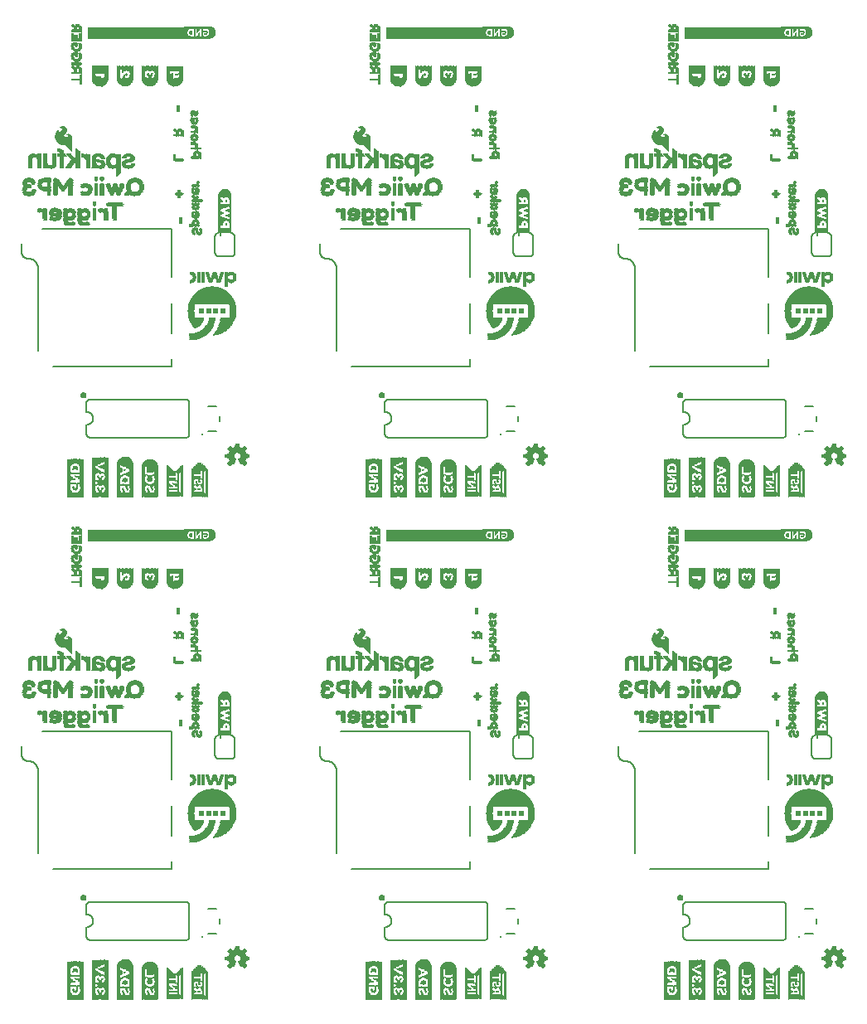
<source format=gbo>
G04 EAGLE Gerber RS-274X export*
G75*
%MOMM*%
%FSLAX34Y34*%
%LPD*%
%INSilkscreen Bottom*%
%IPPOS*%
%AMOC8*
5,1,8,0,0,1.08239X$1,22.5*%
G01*
%ADD10R,9.990000X1.220000*%
%ADD11R,0.040000X3.880000*%
%ADD12R,0.040000X0.840000*%
%ADD13R,0.040000X2.800000*%
%ADD14R,0.040000X0.760000*%
%ADD15R,0.040000X0.320000*%
%ADD16R,0.040000X0.480000*%
%ADD17R,0.040000X0.160000*%
%ADD18R,0.040000X0.680000*%
%ADD19R,0.040000X0.200000*%
%ADD20R,0.040000X0.400000*%
%ADD21R,0.040000X0.120000*%
%ADD22R,0.040000X0.640000*%
%ADD23R,0.040000X0.360000*%
%ADD24R,0.040000X0.560000*%
%ADD25R,0.040000X0.600000*%
%ADD26R,0.040000X0.520000*%
%ADD27R,0.040000X0.280000*%
%ADD28R,0.040000X0.240000*%
%ADD29R,0.040000X0.720000*%
%ADD30R,0.040000X0.440000*%
%ADD31R,0.040000X0.040000*%
%ADD32R,0.040000X0.080000*%
%ADD33R,0.040000X0.800000*%
%ADD34R,0.040000X4.040000*%
%ADD35R,0.040000X1.000000*%
%ADD36R,0.040000X1.880000*%
%ADD37R,0.040000X0.920000*%
%ADD38R,0.040000X0.880000*%
%ADD39R,0.040000X3.520000*%
%ADD40R,0.040000X3.640000*%
%ADD41R,0.040000X3.720000*%
%ADD42R,0.040000X3.800000*%
%ADD43R,0.040000X3.840000*%
%ADD44R,0.040000X3.920000*%
%ADD45R,0.040000X3.040000*%
%ADD46R,0.040000X1.160000*%
%ADD47R,0.040000X1.120000*%
%ADD48R,0.040000X1.080000*%
%ADD49R,0.040000X1.040000*%
%ADD50R,0.040000X0.960000*%
%ADD51R,0.040000X3.280000*%
%ADD52R,0.040000X3.400000*%
%ADD53R,0.040000X3.480000*%
%ADD54R,0.040000X3.560000*%
%ADD55R,0.040000X3.600000*%
%ADD56R,0.040000X3.680000*%
%ADD57R,0.040000X1.800000*%
%ADD58R,0.040000X1.240000*%
%ADD59R,0.040000X1.280000*%
%ADD60R,0.040000X1.320000*%
%ADD61C,0.203200*%
%ADD62R,0.040000X3.240000*%
%ADD63R,0.040000X3.200000*%
%ADD64R,0.040000X3.160000*%
%ADD65R,0.040000X3.120000*%
%ADD66R,0.040000X2.840000*%
%ADD67R,0.040000X2.760000*%
%ADD68R,0.040000X2.720000*%
%ADD69R,0.040000X3.080000*%
%ADD70R,0.040000X2.920000*%
%ADD71R,0.040000X2.960000*%
%ADD72R,0.040000X3.320000*%
%ADD73R,0.040000X3.360000*%
%ADD74R,0.040000X3.000000*%
%ADD75R,0.350000X0.070000*%
%ADD76R,0.280000X0.070000*%
%ADD77R,0.420000X0.070000*%
%ADD78R,0.490000X0.070000*%
%ADD79R,0.070000X0.070000*%
%ADD80R,0.630000X0.070000*%
%ADD81R,0.840000X0.080000*%
%ADD82R,0.490000X0.080000*%
%ADD83R,0.420000X0.080000*%
%ADD84R,1.050000X0.080000*%
%ADD85R,0.770000X0.080000*%
%ADD86R,0.980000X0.070000*%
%ADD87R,1.190000X0.070000*%
%ADD88R,1.260000X0.060000*%
%ADD89R,0.490000X0.060000*%
%ADD90R,0.420000X0.060000*%
%ADD91R,0.560000X0.060000*%
%ADD92R,1.050000X0.060000*%
%ADD93R,1.400000X0.080000*%
%ADD94R,0.630000X0.080000*%
%ADD95R,1.330000X0.080000*%
%ADD96R,1.190000X0.080000*%
%ADD97R,1.540000X0.070000*%
%ADD98R,0.210000X0.070000*%
%ADD99R,0.140000X0.070000*%
%ADD100R,0.700000X0.070000*%
%ADD101R,1.330000X0.070000*%
%ADD102R,1.400000X0.070000*%
%ADD103R,0.630000X0.060000*%
%ADD104R,0.770000X0.060000*%
%ADD105R,0.560000X0.080000*%
%ADD106R,0.350000X0.080000*%
%ADD107R,0.280000X0.080000*%
%ADD108R,0.560000X0.070000*%
%ADD109R,0.840000X0.070000*%
%ADD110R,0.910000X0.070000*%
%ADD111R,1.050000X0.070000*%
%ADD112R,1.120000X0.070000*%
%ADD113R,2.030000X0.070000*%
%ADD114R,0.770000X0.070000*%
%ADD115R,1.680000X0.080000*%
%ADD116R,0.140000X0.080000*%
%ADD117R,1.610000X0.070000*%
%ADD118R,1.260000X0.070000*%
%ADD119R,1.470000X0.070000*%
%ADD120R,1.750000X0.070000*%
%ADD121R,1.680000X0.060000*%
%ADD122R,1.190000X0.060000*%
%ADD123R,0.700000X0.060000*%
%ADD124R,0.280000X0.060000*%
%ADD125R,0.350000X0.060000*%
%ADD126R,0.050000X0.600000*%
%ADD127R,0.050000X0.650000*%
%ADD128R,0.050000X0.700000*%
%ADD129R,0.060000X0.700000*%
%ADD130R,0.050000X0.050000*%
%ADD131R,0.050000X0.250000*%
%ADD132R,0.050000X0.350000*%
%ADD133R,0.050000X0.750000*%
%ADD134R,0.060000X0.850000*%
%ADD135R,0.050000X0.850000*%
%ADD136R,0.060000X0.350000*%
%ADD137R,0.060000X0.150000*%
%ADD138R,0.040000X1.440000*%
%ADD139R,0.040000X1.560000*%
%ADD140R,0.040000X1.640000*%
%ADD141R,0.040000X1.720000*%
%ADD142R,0.040000X1.760000*%
%ADD143R,0.040000X1.840000*%
%ADD144R,0.040000X1.200000*%
%ADD145R,0.040000X1.520000*%
%ADD146R,0.040000X1.920000*%
%ADD147R,0.040000X1.960000*%
%ADD148R,2.610000X0.030000*%
%ADD149R,2.790000X0.030000*%
%ADD150R,2.910000X0.020000*%
%ADD151R,3.030000X0.040000*%
%ADD152R,3.090000X0.030000*%
%ADD153R,3.150000X0.030000*%
%ADD154R,3.210000X0.020000*%
%ADD155R,0.810000X0.030000*%
%ADD156R,2.280000X0.030000*%
%ADD157R,0.780000X0.040000*%
%ADD158R,0.240000X0.040000*%
%ADD159R,0.360000X0.040000*%
%ADD160R,0.120000X0.040000*%
%ADD161R,0.720000X0.030000*%
%ADD162R,0.150000X0.030000*%
%ADD163R,0.300000X0.030000*%
%ADD164R,0.090000X0.030000*%
%ADD165R,0.120000X0.030000*%
%ADD166R,0.270000X0.030000*%
%ADD167R,0.660000X0.030000*%
%ADD168R,0.690000X0.030000*%
%ADD169R,0.690000X0.040000*%
%ADD170R,0.090000X0.040000*%
%ADD171R,0.210000X0.030000*%
%ADD172R,0.630000X0.030000*%
%ADD173R,0.180000X0.030000*%
%ADD174R,0.540000X0.030000*%
%ADD175R,0.660000X0.040000*%
%ADD176R,0.570000X0.040000*%
%ADD177R,0.150000X0.040000*%
%ADD178R,0.630000X0.040000*%
%ADD179R,0.570000X0.030000*%
%ADD180R,0.180000X0.040000*%
%ADD181R,0.030000X0.040000*%
%ADD182R,0.060000X0.040000*%
%ADD183R,0.300000X0.040000*%
%ADD184R,0.060000X0.030000*%
%ADD185R,0.030000X0.030000*%
%ADD186R,0.270000X0.040000*%
%ADD187R,0.240000X0.030000*%
%ADD188R,0.210000X0.040000*%
%ADD189R,0.750000X0.040000*%
%ADD190R,0.330000X0.040000*%
%ADD191R,0.780000X0.030000*%
%ADD192R,0.360000X0.030000*%
%ADD193R,3.210000X0.030000*%
%ADD194R,3.030000X0.030000*%
%ADD195R,2.910000X0.030000*%
%ADD196C,0.254000*%
%ADD197R,0.420000X0.020000*%
%ADD198R,0.820000X0.020000*%
%ADD199R,0.980000X0.020000*%
%ADD200R,1.180000X0.020000*%
%ADD201R,1.340000X0.020000*%
%ADD202R,1.460000X0.020000*%
%ADD203R,1.600000X0.020000*%
%ADD204R,1.700000X0.020000*%
%ADD205R,1.820000X0.020000*%
%ADD206R,1.900000X0.020000*%
%ADD207R,1.980000X0.020000*%
%ADD208R,2.100000X0.020000*%
%ADD209R,2.160000X0.020000*%
%ADD210R,2.260000X0.020000*%
%ADD211R,2.340000X0.020000*%
%ADD212R,2.400000X0.020000*%
%ADD213R,2.480000X0.020000*%
%ADD214R,2.540000X0.020000*%
%ADD215R,2.600000X0.020000*%
%ADD216R,2.680000X0.020000*%
%ADD217R,2.720000X0.020000*%
%ADD218R,2.800000X0.020000*%
%ADD219R,2.840000X0.020000*%
%ADD220R,2.900000X0.020000*%
%ADD221R,2.960000X0.020000*%
%ADD222R,3.000000X0.020000*%
%ADD223R,3.060000X0.020000*%
%ADD224R,3.120000X0.020000*%
%ADD225R,3.160000X0.020000*%
%ADD226R,3.200000X0.020000*%
%ADD227R,3.260000X0.020000*%
%ADD228R,3.300000X0.020000*%
%ADD229R,3.340000X0.020000*%
%ADD230R,3.380000X0.020000*%
%ADD231R,3.420000X0.020000*%
%ADD232R,3.460000X0.020000*%
%ADD233R,3.520000X0.020000*%
%ADD234R,3.540000X0.020000*%
%ADD235R,3.580000X0.020000*%
%ADD236R,3.620000X0.020000*%
%ADD237R,3.660000X0.020000*%
%ADD238R,3.700000X0.020000*%
%ADD239R,3.740000X0.020000*%
%ADD240R,3.780000X0.020000*%
%ADD241R,3.800000X0.020000*%
%ADD242R,3.840000X0.020000*%
%ADD243R,3.860000X0.020000*%
%ADD244R,3.900000X0.020000*%
%ADD245R,3.940000X0.020000*%
%ADD246R,3.960000X0.020000*%
%ADD247R,3.980000X0.020000*%
%ADD248R,4.020000X0.020000*%
%ADD249R,4.060000X0.020000*%
%ADD250R,4.080000X0.020000*%
%ADD251R,4.100000X0.020000*%
%ADD252R,4.120000X0.020000*%
%ADD253R,4.160000X0.020000*%
%ADD254R,4.180000X0.020000*%
%ADD255R,4.200000X0.020000*%
%ADD256R,4.240000X0.020000*%
%ADD257R,4.260000X0.020000*%
%ADD258R,4.280000X0.020000*%
%ADD259R,4.300000X0.020000*%
%ADD260R,4.320000X0.020000*%
%ADD261R,4.340000X0.020000*%
%ADD262R,4.380000X0.020000*%
%ADD263R,4.400000X0.020000*%
%ADD264R,4.440000X0.020000*%
%ADD265R,4.460000X0.020000*%
%ADD266R,4.500000X0.020000*%
%ADD267R,4.520000X0.020000*%
%ADD268R,4.540000X0.020000*%
%ADD269R,4.560000X0.020000*%
%ADD270R,4.580000X0.020000*%
%ADD271R,4.600000X0.020000*%
%ADD272R,4.620000X0.020000*%
%ADD273R,4.640000X0.020000*%
%ADD274R,4.660000X0.020000*%
%ADD275R,4.680000X0.020000*%
%ADD276R,4.700000X0.020000*%
%ADD277R,4.720000X0.020000*%
%ADD278R,4.740000X0.020000*%
%ADD279R,0.600000X0.020000*%
%ADD280R,0.640000X0.020000*%
%ADD281R,0.620000X0.020000*%
%ADD282R,0.580000X0.020000*%
%ADD283R,0.660000X0.020000*%
%ADD284R,0.680000X0.020000*%
%ADD285R,0.700000X0.020000*%
%ADD286R,0.460000X0.020000*%
%ADD287R,0.480000X0.020000*%
%ADD288R,0.500000X0.020000*%
%ADD289R,0.720000X0.020000*%
%ADD290R,0.560000X0.020000*%
%ADD291R,1.480000X0.020000*%
%ADD292R,1.580000X0.020000*%
%ADD293R,1.560000X0.020000*%
%ADD294R,1.540000X0.020000*%
%ADD295R,1.520000X0.020000*%
%ADD296R,1.500000X0.020000*%
%ADD297R,1.440000X0.020000*%
%ADD298R,1.400000X0.020000*%
%ADD299R,1.420000X0.020000*%
%ADD300R,1.380000X0.020000*%
%ADD301R,1.360000X0.020000*%
%ADD302R,1.320000X0.020000*%
%ADD303R,1.300000X0.020000*%
%ADD304R,1.260000X0.020000*%
%ADD305R,1.220000X0.020000*%
%ADD306R,1.200000X0.020000*%
%ADD307R,1.140000X0.020000*%
%ADD308R,0.740000X0.020000*%
%ADD309R,1.100000X0.020000*%
%ADD310R,1.080000X0.020000*%
%ADD311R,1.040000X0.020000*%
%ADD312R,1.020000X0.020000*%
%ADD313R,1.000000X0.020000*%
%ADD314R,0.960000X0.020000*%
%ADD315R,0.920000X0.020000*%
%ADD316R,0.760000X0.020000*%
%ADD317R,0.900000X0.020000*%
%ADD318R,0.860000X0.020000*%
%ADD319R,1.280000X0.020000*%
%ADD320R,0.800000X0.020000*%
%ADD321R,0.780000X0.020000*%
%ADD322R,0.540000X0.020000*%
%ADD323R,1.240000X0.020000*%
%ADD324R,0.440000X0.020000*%
%ADD325R,0.380000X0.020000*%
%ADD326R,0.320000X0.020000*%
%ADD327R,0.280000X0.020000*%
%ADD328R,0.840000X0.020000*%
%ADD329R,0.220000X0.020000*%
%ADD330R,0.140000X0.020000*%
%ADD331R,1.160000X0.020000*%
%ADD332R,0.020000X0.020000*%
%ADD333R,0.880000X0.020000*%
%ADD334R,1.120000X0.020000*%
%ADD335R,0.940000X0.020000*%
%ADD336R,1.060000X0.020000*%
%ADD337R,0.060000X0.020000*%
%ADD338R,1.840000X0.020000*%
%ADD339R,1.800000X0.020000*%
%ADD340R,1.780000X0.020000*%
%ADD341R,1.760000X0.020000*%
%ADD342R,1.740000X0.020000*%
%ADD343R,0.400000X0.020000*%
%ADD344R,0.300000X0.020000*%
%ADD345R,1.680000X0.020000*%
%ADD346R,0.120000X0.020000*%
%ADD347R,1.660000X0.020000*%
%ADD348R,1.620000X0.020000*%
%ADD349R,0.270000X0.020000*%
%ADD350R,0.350000X0.020000*%
%ADD351R,0.370000X0.020000*%
%ADD352R,0.360000X0.020000*%
%ADD353R,0.210000X0.020000*%
%ADD354R,0.330000X0.020000*%
%ADD355R,0.290000X0.020000*%
%ADD356R,0.370000X0.030000*%
%ADD357R,0.350000X0.030000*%
%ADD358R,0.400000X0.030000*%
%ADD359R,0.440000X0.030000*%
%ADD360R,1.070000X0.020000*%
%ADD361R,0.520000X0.020000*%
%ADD362R,0.490000X0.020000*%
%ADD363R,0.410000X0.020000*%
%ADD364R,0.450000X0.020000*%
%ADD365R,0.430000X0.020000*%
%ADD366R,0.390000X0.020000*%
%ADD367R,0.390000X0.030000*%
%ADD368R,0.430000X0.030000*%
%ADD369R,0.330000X0.030000*%
%ADD370R,0.560000X0.030000*%
%ADD371R,0.310000X0.030000*%
%ADD372R,0.310000X0.020000*%
%ADD373R,0.340000X0.020000*%
%ADD374R,0.320000X0.030000*%
%ADD375R,0.290000X0.030000*%
%ADD376R,0.610000X0.020000*%
%ADD377R,0.510000X0.020000*%
%ADD378R,1.100000X0.030000*%
%ADD379R,0.450000X0.030000*%
%ADD380R,0.500000X0.030000*%
%ADD381R,1.050000X0.020000*%
%ADD382R,0.250000X0.020000*%
%ADD383R,0.190000X0.020000*%
%ADD384R,1.750000X0.080000*%
%ADD385R,1.820000X0.070000*%
%ADD386R,1.820000X0.060000*%
%ADD387R,1.680000X0.070000*%
%ADD388R,0.140000X0.060000*%
%ADD389R,0.700000X0.080000*%
%ADD390R,0.210000X0.060000*%
%ADD391R,1.120000X0.060000*%

G36*
X222321Y805267D02*
X222321Y805267D01*
X222335Y805265D01*
X222735Y805665D01*
X222736Y805677D01*
X222741Y805681D01*
X222738Y805686D01*
X222739Y805692D01*
X222749Y805700D01*
X222749Y842600D01*
X222746Y842604D01*
X222749Y842607D01*
X222649Y843307D01*
X222648Y843308D01*
X222649Y843308D01*
X222549Y843908D01*
X222545Y843911D01*
X222547Y843914D01*
X222347Y844614D01*
X222342Y844618D01*
X222344Y844622D01*
X221744Y845822D01*
X221737Y845825D01*
X221738Y845831D01*
X221340Y846329D01*
X220941Y846927D01*
X220931Y846931D01*
X220931Y846938D01*
X220433Y847337D01*
X219935Y847835D01*
X219923Y847836D01*
X219922Y847844D01*
X218122Y848744D01*
X218115Y848743D01*
X218114Y848747D01*
X217414Y848947D01*
X217409Y848946D01*
X217407Y848949D01*
X216707Y849049D01*
X216702Y849046D01*
X216700Y849049D01*
X215400Y849049D01*
X215396Y849046D01*
X215393Y849049D01*
X214693Y848949D01*
X214692Y848948D01*
X214692Y848949D01*
X214092Y848849D01*
X214089Y848845D01*
X214086Y848847D01*
X213386Y848647D01*
X213382Y848642D01*
X213378Y848644D01*
X212778Y848344D01*
X212776Y848340D01*
X212773Y848341D01*
X212174Y847942D01*
X211675Y847642D01*
X211671Y847634D01*
X211665Y847635D01*
X210665Y846635D01*
X210665Y846631D01*
X210662Y846631D01*
X210262Y846131D01*
X210261Y846127D01*
X210259Y846127D01*
X209859Y845527D01*
X209860Y845518D01*
X209853Y845516D01*
X209654Y844918D01*
X209355Y844219D01*
X209357Y844211D01*
X209351Y844208D01*
X209251Y843608D01*
X209252Y843607D01*
X209251Y843607D01*
X209051Y842207D01*
X209054Y842202D01*
X209053Y842202D01*
X209053Y842201D01*
X209051Y842200D01*
X209051Y805700D01*
X209067Y805679D01*
X209065Y805665D01*
X209465Y805265D01*
X209492Y805262D01*
X209500Y805251D01*
X222300Y805251D01*
X222321Y805267D01*
G37*
G36*
X527121Y805267D02*
X527121Y805267D01*
X527135Y805265D01*
X527535Y805665D01*
X527536Y805677D01*
X527541Y805681D01*
X527538Y805686D01*
X527539Y805692D01*
X527549Y805700D01*
X527549Y842600D01*
X527546Y842604D01*
X527549Y842607D01*
X527449Y843307D01*
X527448Y843308D01*
X527449Y843308D01*
X527349Y843908D01*
X527345Y843911D01*
X527347Y843914D01*
X527147Y844614D01*
X527142Y844618D01*
X527144Y844622D01*
X526544Y845822D01*
X526537Y845825D01*
X526538Y845831D01*
X526140Y846329D01*
X525741Y846927D01*
X525731Y846931D01*
X525731Y846938D01*
X525233Y847337D01*
X524735Y847835D01*
X524723Y847836D01*
X524722Y847844D01*
X522922Y848744D01*
X522915Y848743D01*
X522914Y848747D01*
X522214Y848947D01*
X522209Y848946D01*
X522207Y848949D01*
X521507Y849049D01*
X521502Y849046D01*
X521500Y849049D01*
X520200Y849049D01*
X520196Y849046D01*
X520193Y849049D01*
X519493Y848949D01*
X519492Y848948D01*
X519492Y848949D01*
X518892Y848849D01*
X518889Y848845D01*
X518886Y848847D01*
X518186Y848647D01*
X518182Y848642D01*
X518178Y848644D01*
X517578Y848344D01*
X517576Y848340D01*
X517573Y848341D01*
X516974Y847942D01*
X516475Y847642D01*
X516471Y847634D01*
X516465Y847635D01*
X515465Y846635D01*
X515465Y846631D01*
X515462Y846631D01*
X515062Y846131D01*
X515061Y846127D01*
X515059Y846127D01*
X514659Y845527D01*
X514660Y845518D01*
X514653Y845516D01*
X514454Y844918D01*
X514155Y844219D01*
X514157Y844211D01*
X514151Y844208D01*
X514051Y843608D01*
X514052Y843607D01*
X514051Y843607D01*
X513851Y842207D01*
X513854Y842202D01*
X513853Y842202D01*
X513853Y842201D01*
X513851Y842200D01*
X513851Y805700D01*
X513867Y805679D01*
X513865Y805665D01*
X514265Y805265D01*
X514292Y805262D01*
X514300Y805251D01*
X527100Y805251D01*
X527121Y805267D01*
G37*
G36*
X527121Y292187D02*
X527121Y292187D01*
X527135Y292185D01*
X527535Y292585D01*
X527536Y292597D01*
X527541Y292601D01*
X527538Y292606D01*
X527539Y292612D01*
X527549Y292620D01*
X527549Y329520D01*
X527546Y329524D01*
X527549Y329527D01*
X527449Y330227D01*
X527448Y330228D01*
X527449Y330228D01*
X527349Y330828D01*
X527345Y330831D01*
X527347Y330834D01*
X527147Y331534D01*
X527142Y331538D01*
X527144Y331542D01*
X526544Y332742D01*
X526537Y332745D01*
X526538Y332751D01*
X526140Y333249D01*
X525741Y333847D01*
X525731Y333851D01*
X525731Y333858D01*
X525233Y334257D01*
X524735Y334755D01*
X524723Y334756D01*
X524722Y334764D01*
X522922Y335664D01*
X522915Y335663D01*
X522914Y335667D01*
X522214Y335867D01*
X522209Y335866D01*
X522207Y335869D01*
X521507Y335969D01*
X521502Y335966D01*
X521500Y335969D01*
X520200Y335969D01*
X520196Y335966D01*
X520193Y335969D01*
X519493Y335869D01*
X519492Y335868D01*
X519492Y335869D01*
X518892Y335769D01*
X518889Y335765D01*
X518886Y335767D01*
X518186Y335567D01*
X518182Y335562D01*
X518178Y335564D01*
X517578Y335264D01*
X517576Y335260D01*
X517573Y335261D01*
X516974Y334862D01*
X516475Y334562D01*
X516471Y334554D01*
X516465Y334555D01*
X515465Y333555D01*
X515465Y333551D01*
X515462Y333551D01*
X515062Y333051D01*
X515061Y333047D01*
X515059Y333047D01*
X514659Y332447D01*
X514660Y332438D01*
X514653Y332436D01*
X514454Y331838D01*
X514155Y331139D01*
X514157Y331131D01*
X514151Y331128D01*
X514051Y330528D01*
X514052Y330527D01*
X514051Y330527D01*
X513851Y329127D01*
X513854Y329122D01*
X513853Y329122D01*
X513853Y329121D01*
X513851Y329120D01*
X513851Y292620D01*
X513867Y292599D01*
X513865Y292585D01*
X514265Y292185D01*
X514292Y292182D01*
X514300Y292171D01*
X527100Y292171D01*
X527121Y292187D01*
G37*
G36*
X222321Y292187D02*
X222321Y292187D01*
X222335Y292185D01*
X222735Y292585D01*
X222736Y292597D01*
X222741Y292601D01*
X222738Y292606D01*
X222739Y292612D01*
X222749Y292620D01*
X222749Y329520D01*
X222746Y329524D01*
X222749Y329527D01*
X222649Y330227D01*
X222648Y330228D01*
X222649Y330228D01*
X222549Y330828D01*
X222545Y330831D01*
X222547Y330834D01*
X222347Y331534D01*
X222342Y331538D01*
X222344Y331542D01*
X221744Y332742D01*
X221737Y332745D01*
X221738Y332751D01*
X221340Y333249D01*
X220941Y333847D01*
X220931Y333851D01*
X220931Y333858D01*
X220433Y334257D01*
X219935Y334755D01*
X219923Y334756D01*
X219922Y334764D01*
X218122Y335664D01*
X218115Y335663D01*
X218114Y335667D01*
X217414Y335867D01*
X217409Y335866D01*
X217407Y335869D01*
X216707Y335969D01*
X216702Y335966D01*
X216700Y335969D01*
X215400Y335969D01*
X215396Y335966D01*
X215393Y335969D01*
X214693Y335869D01*
X214692Y335868D01*
X214692Y335869D01*
X214092Y335769D01*
X214089Y335765D01*
X214086Y335767D01*
X213386Y335567D01*
X213382Y335562D01*
X213378Y335564D01*
X212778Y335264D01*
X212776Y335260D01*
X212773Y335261D01*
X212174Y334862D01*
X211675Y334562D01*
X211671Y334554D01*
X211665Y334555D01*
X210665Y333555D01*
X210665Y333551D01*
X210662Y333551D01*
X210262Y333051D01*
X210261Y333047D01*
X210259Y333047D01*
X209859Y332447D01*
X209860Y332438D01*
X209853Y332436D01*
X209654Y331838D01*
X209355Y331139D01*
X209357Y331131D01*
X209351Y331128D01*
X209251Y330528D01*
X209252Y330527D01*
X209251Y330527D01*
X209051Y329127D01*
X209054Y329122D01*
X209053Y329122D01*
X209053Y329121D01*
X209051Y329120D01*
X209051Y292620D01*
X209067Y292599D01*
X209065Y292585D01*
X209465Y292185D01*
X209492Y292182D01*
X209500Y292171D01*
X222300Y292171D01*
X222321Y292187D01*
G37*
G36*
X831921Y805267D02*
X831921Y805267D01*
X831935Y805265D01*
X832335Y805665D01*
X832336Y805677D01*
X832341Y805681D01*
X832338Y805686D01*
X832339Y805692D01*
X832349Y805700D01*
X832349Y842600D01*
X832346Y842604D01*
X832349Y842607D01*
X832249Y843307D01*
X832248Y843308D01*
X832249Y843308D01*
X832149Y843908D01*
X832145Y843911D01*
X832147Y843914D01*
X831947Y844614D01*
X831942Y844618D01*
X831944Y844622D01*
X831344Y845822D01*
X831337Y845825D01*
X831338Y845831D01*
X830940Y846329D01*
X830541Y846927D01*
X830531Y846931D01*
X830531Y846938D01*
X830033Y847337D01*
X829535Y847835D01*
X829523Y847836D01*
X829522Y847844D01*
X827722Y848744D01*
X827715Y848743D01*
X827714Y848747D01*
X827014Y848947D01*
X827009Y848946D01*
X827007Y848949D01*
X826307Y849049D01*
X826302Y849046D01*
X826300Y849049D01*
X825000Y849049D01*
X824996Y849046D01*
X824993Y849049D01*
X824293Y848949D01*
X824292Y848948D01*
X824292Y848949D01*
X823692Y848849D01*
X823689Y848845D01*
X823686Y848847D01*
X822986Y848647D01*
X822982Y848642D01*
X822978Y848644D01*
X822378Y848344D01*
X822376Y848340D01*
X822373Y848341D01*
X821774Y847942D01*
X821275Y847642D01*
X821271Y847634D01*
X821265Y847635D01*
X820265Y846635D01*
X820265Y846631D01*
X820262Y846631D01*
X819862Y846131D01*
X819861Y846127D01*
X819859Y846127D01*
X819459Y845527D01*
X819460Y845518D01*
X819453Y845516D01*
X819254Y844918D01*
X818955Y844219D01*
X818957Y844211D01*
X818951Y844208D01*
X818851Y843608D01*
X818852Y843607D01*
X818851Y843607D01*
X818651Y842207D01*
X818654Y842202D01*
X818653Y842202D01*
X818653Y842201D01*
X818651Y842200D01*
X818651Y805700D01*
X818667Y805679D01*
X818665Y805665D01*
X819065Y805265D01*
X819092Y805262D01*
X819100Y805251D01*
X831900Y805251D01*
X831921Y805267D01*
G37*
G36*
X831921Y292187D02*
X831921Y292187D01*
X831935Y292185D01*
X832335Y292585D01*
X832336Y292597D01*
X832341Y292601D01*
X832338Y292606D01*
X832339Y292612D01*
X832349Y292620D01*
X832349Y329520D01*
X832346Y329524D01*
X832349Y329527D01*
X832249Y330227D01*
X832248Y330228D01*
X832249Y330228D01*
X832149Y330828D01*
X832145Y330831D01*
X832147Y330834D01*
X831947Y331534D01*
X831942Y331538D01*
X831944Y331542D01*
X831344Y332742D01*
X831337Y332745D01*
X831338Y332751D01*
X830940Y333249D01*
X830541Y333847D01*
X830531Y333851D01*
X830531Y333858D01*
X830033Y334257D01*
X829535Y334755D01*
X829523Y334756D01*
X829522Y334764D01*
X827722Y335664D01*
X827715Y335663D01*
X827714Y335667D01*
X827014Y335867D01*
X827009Y335866D01*
X827007Y335869D01*
X826307Y335969D01*
X826302Y335966D01*
X826300Y335969D01*
X825000Y335969D01*
X824996Y335966D01*
X824993Y335969D01*
X824293Y335869D01*
X824292Y335868D01*
X824292Y335869D01*
X823692Y335769D01*
X823689Y335765D01*
X823686Y335767D01*
X822986Y335567D01*
X822982Y335562D01*
X822978Y335564D01*
X822378Y335264D01*
X822376Y335260D01*
X822373Y335261D01*
X821774Y334862D01*
X821275Y334562D01*
X821271Y334554D01*
X821265Y334555D01*
X820265Y333555D01*
X820265Y333551D01*
X820262Y333551D01*
X819862Y333051D01*
X819861Y333047D01*
X819859Y333047D01*
X819459Y332447D01*
X819460Y332438D01*
X819453Y332436D01*
X819254Y331838D01*
X818955Y331139D01*
X818957Y331131D01*
X818951Y331128D01*
X818851Y330528D01*
X818852Y330527D01*
X818851Y330527D01*
X818651Y329127D01*
X818654Y329122D01*
X818653Y329122D01*
X818653Y329121D01*
X818651Y329120D01*
X818651Y292620D01*
X818667Y292599D01*
X818665Y292585D01*
X819065Y292185D01*
X819092Y292182D01*
X819100Y292171D01*
X831900Y292171D01*
X831921Y292187D01*
G37*
G36*
X236286Y566288D02*
X236286Y566288D01*
X236352Y566293D01*
X236370Y566304D01*
X236391Y566309D01*
X236476Y566369D01*
X236500Y566383D01*
X236503Y566388D01*
X236508Y566392D01*
X238708Y568692D01*
X238716Y568705D01*
X238729Y568715D01*
X238760Y568779D01*
X238796Y568841D01*
X238797Y568857D01*
X238804Y568871D01*
X238803Y568942D01*
X238809Y569013D01*
X238803Y569028D01*
X238802Y569044D01*
X238745Y569169D01*
X238743Y569173D01*
X238743Y569174D01*
X236875Y571789D01*
X236877Y571800D01*
X236886Y571813D01*
X236897Y571871D01*
X236906Y571892D01*
X236906Y571914D01*
X236912Y571947D01*
X236913Y571952D01*
X236913Y571953D01*
X236913Y571954D01*
X236913Y571964D01*
X236946Y572029D01*
X237002Y572086D01*
X237013Y572104D01*
X237025Y572113D01*
X237033Y572132D01*
X237073Y572184D01*
X237146Y572329D01*
X237202Y572386D01*
X237242Y572450D01*
X237286Y572513D01*
X237288Y572525D01*
X237293Y572533D01*
X237297Y572568D01*
X237313Y572654D01*
X237313Y572703D01*
X237342Y572750D01*
X237386Y572813D01*
X237388Y572825D01*
X237393Y572833D01*
X237397Y572868D01*
X237413Y572954D01*
X237413Y573064D01*
X237446Y573129D01*
X237502Y573186D01*
X237542Y573250D01*
X237586Y573313D01*
X237588Y573325D01*
X237593Y573333D01*
X237597Y573368D01*
X237603Y573401D01*
X237606Y573409D01*
X237606Y573417D01*
X237613Y573454D01*
X237613Y573503D01*
X237642Y573550D01*
X237686Y573613D01*
X237688Y573625D01*
X237693Y573633D01*
X237697Y573668D01*
X237713Y573754D01*
X237713Y573864D01*
X237742Y573922D01*
X240998Y574480D01*
X241016Y574487D01*
X241035Y574488D01*
X241095Y574521D01*
X241157Y574547D01*
X241170Y574562D01*
X241187Y574571D01*
X241226Y574627D01*
X241270Y574678D01*
X241275Y574697D01*
X241286Y574713D01*
X241308Y574824D01*
X241313Y574846D01*
X241312Y574850D01*
X241313Y574854D01*
X241313Y578054D01*
X241309Y578073D01*
X241311Y578092D01*
X241300Y578126D01*
X241299Y578133D01*
X241294Y578143D01*
X241289Y578156D01*
X241274Y578222D01*
X241261Y578237D01*
X241255Y578255D01*
X241207Y578303D01*
X241164Y578356D01*
X241146Y578363D01*
X241132Y578377D01*
X241026Y578417D01*
X241006Y578426D01*
X241002Y578426D01*
X240998Y578428D01*
X237786Y578978D01*
X237775Y579017D01*
X237774Y579022D01*
X237773Y579023D01*
X237713Y579143D01*
X237713Y579154D01*
X237710Y579169D01*
X237712Y579185D01*
X237692Y579255D01*
X237692Y579270D01*
X237684Y579284D01*
X237675Y579317D01*
X237674Y579322D01*
X237673Y579323D01*
X237613Y579443D01*
X237613Y579454D01*
X237610Y579469D01*
X237612Y579485D01*
X237575Y579617D01*
X237574Y579622D01*
X237573Y579623D01*
X237413Y579943D01*
X237413Y579954D01*
X237410Y579969D01*
X237412Y579985D01*
X237375Y580117D01*
X237374Y580122D01*
X237373Y580123D01*
X237273Y580323D01*
X237250Y580351D01*
X237213Y580405D01*
X237213Y580454D01*
X237196Y580528D01*
X237182Y580603D01*
X237176Y580613D01*
X237174Y580622D01*
X237151Y580650D01*
X237102Y580722D01*
X237046Y580778D01*
X236973Y580923D01*
X236950Y580951D01*
X236913Y581005D01*
X236913Y581054D01*
X236896Y581128D01*
X236892Y581150D01*
X238746Y583838D01*
X238752Y583854D01*
X238764Y583867D01*
X238784Y583934D01*
X238809Y583999D01*
X238808Y584017D01*
X238813Y584033D01*
X238800Y584102D01*
X238794Y584172D01*
X238785Y584186D01*
X238782Y584203D01*
X238711Y584309D01*
X238704Y584320D01*
X238703Y584320D01*
X238702Y584322D01*
X236502Y586522D01*
X236488Y586531D01*
X236477Y586545D01*
X236415Y586576D01*
X236355Y586613D01*
X236338Y586615D01*
X236323Y586622D01*
X236253Y586623D01*
X236183Y586629D01*
X236167Y586623D01*
X236150Y586623D01*
X236032Y586572D01*
X236021Y586568D01*
X236020Y586567D01*
X236019Y586566D01*
X233320Y584704D01*
X233302Y584722D01*
X233237Y584762D01*
X233175Y584806D01*
X233163Y584808D01*
X233155Y584813D01*
X233120Y584816D01*
X233034Y584833D01*
X232984Y584833D01*
X232972Y584841D01*
X232904Y584893D01*
X232759Y584965D01*
X232702Y585022D01*
X232637Y585062D01*
X232575Y585106D01*
X232563Y585108D01*
X232555Y585113D01*
X232520Y585116D01*
X232434Y585133D01*
X232384Y585133D01*
X232372Y585141D01*
X232304Y585193D01*
X232104Y585293D01*
X232088Y585297D01*
X232075Y585306D01*
X231941Y585332D01*
X231935Y585333D01*
X231934Y585333D01*
X231924Y585333D01*
X231804Y585393D01*
X231788Y585397D01*
X231775Y585406D01*
X231641Y585432D01*
X231635Y585433D01*
X231634Y585433D01*
X231584Y585433D01*
X231537Y585462D01*
X231475Y585506D01*
X231463Y585508D01*
X231455Y585513D01*
X231420Y585516D01*
X231334Y585533D01*
X231224Y585533D01*
X231166Y585562D01*
X230608Y588818D01*
X230600Y588836D01*
X230599Y588855D01*
X230567Y588914D01*
X230540Y588977D01*
X230526Y588990D01*
X230516Y589007D01*
X230461Y589046D01*
X230409Y589090D01*
X230390Y589095D01*
X230375Y589106D01*
X230264Y589127D01*
X230242Y589133D01*
X230238Y589132D01*
X230234Y589133D01*
X227034Y589133D01*
X227015Y589129D01*
X226996Y589131D01*
X226932Y589109D01*
X226866Y589093D01*
X226851Y589081D01*
X226832Y589075D01*
X226785Y589027D01*
X226732Y588983D01*
X226724Y588966D01*
X226711Y588952D01*
X226671Y588846D01*
X226662Y588825D01*
X226662Y588822D01*
X226660Y588818D01*
X226110Y585606D01*
X226071Y585595D01*
X226066Y585593D01*
X226065Y585593D01*
X226064Y585593D01*
X225944Y585533D01*
X225934Y585533D01*
X225918Y585529D01*
X225902Y585532D01*
X225771Y585495D01*
X225766Y585493D01*
X225765Y585493D01*
X225764Y585493D01*
X225644Y585433D01*
X225634Y585433D01*
X225618Y585429D01*
X225602Y585432D01*
X225471Y585395D01*
X225466Y585393D01*
X225465Y585393D01*
X225464Y585393D01*
X225344Y585333D01*
X225234Y585333D01*
X225160Y585316D01*
X225084Y585302D01*
X225075Y585296D01*
X225066Y585293D01*
X225038Y585271D01*
X224966Y585222D01*
X224909Y585165D01*
X224844Y585133D01*
X224834Y585133D01*
X224818Y585129D01*
X224802Y585132D01*
X224671Y585095D01*
X224666Y585093D01*
X224665Y585093D01*
X224664Y585093D01*
X224464Y584993D01*
X224437Y584970D01*
X224366Y584922D01*
X224309Y584865D01*
X224244Y584833D01*
X224234Y584833D01*
X224218Y584829D01*
X224202Y584832D01*
X224071Y584795D01*
X224066Y584793D01*
X224065Y584793D01*
X224064Y584793D01*
X223923Y584722D01*
X221249Y586566D01*
X221237Y586571D01*
X221228Y586580D01*
X221157Y586602D01*
X221088Y586629D01*
X221075Y586628D01*
X221063Y586632D01*
X220990Y586620D01*
X220916Y586614D01*
X220905Y586607D01*
X220892Y586605D01*
X220772Y586528D01*
X218472Y584328D01*
X218458Y584306D01*
X218438Y584290D01*
X218411Y584234D01*
X218377Y584183D01*
X218374Y584157D01*
X218363Y584134D01*
X218364Y584072D01*
X218357Y584011D01*
X218366Y583987D01*
X218366Y583961D01*
X218404Y583881D01*
X218415Y583848D01*
X218422Y583842D01*
X218427Y583831D01*
X220362Y581158D01*
X220322Y581078D01*
X220266Y581022D01*
X220226Y580957D01*
X220182Y580894D01*
X220180Y580883D01*
X220175Y580875D01*
X220171Y580840D01*
X220155Y580754D01*
X220155Y580704D01*
X220147Y580691D01*
X220095Y580623D01*
X220022Y580478D01*
X219966Y580422D01*
X219926Y580357D01*
X219882Y580294D01*
X219880Y580283D01*
X219875Y580275D01*
X219871Y580240D01*
X219855Y580154D01*
X219855Y580104D01*
X219826Y580057D01*
X219782Y579994D01*
X219780Y579983D01*
X219775Y579975D01*
X219771Y579940D01*
X219755Y579854D01*
X219755Y579743D01*
X219722Y579678D01*
X219666Y579622D01*
X219626Y579557D01*
X219582Y579494D01*
X219580Y579483D01*
X219575Y579475D01*
X219571Y579440D01*
X219555Y579354D01*
X219555Y579304D01*
X219526Y579257D01*
X219482Y579194D01*
X219480Y579183D01*
X219475Y579175D01*
X219471Y579140D01*
X219455Y579054D01*
X219455Y578975D01*
X216172Y578428D01*
X216153Y578420D01*
X216133Y578419D01*
X216074Y578387D01*
X216012Y578361D01*
X215999Y578346D01*
X215981Y578336D01*
X215943Y578281D01*
X215899Y578231D01*
X215893Y578211D01*
X215882Y578194D01*
X215866Y578113D01*
X215862Y578103D01*
X215862Y578092D01*
X215861Y578088D01*
X215855Y578063D01*
X215856Y578059D01*
X215855Y578054D01*
X215855Y574854D01*
X215859Y574835D01*
X215857Y574816D01*
X215879Y574751D01*
X215894Y574685D01*
X215907Y574670D01*
X215913Y574652D01*
X215961Y574604D01*
X216004Y574552D01*
X216022Y574544D01*
X216036Y574530D01*
X216142Y574490D01*
X216162Y574481D01*
X216166Y574481D01*
X216170Y574480D01*
X219458Y573916D01*
X219493Y573791D01*
X219494Y573785D01*
X219495Y573785D01*
X219495Y573784D01*
X219555Y573664D01*
X219555Y573654D01*
X219558Y573638D01*
X219556Y573622D01*
X219593Y573491D01*
X219594Y573485D01*
X219595Y573485D01*
X219595Y573484D01*
X219655Y573364D01*
X219655Y573354D01*
X219658Y573338D01*
X219656Y573322D01*
X219693Y573191D01*
X219694Y573185D01*
X219695Y573185D01*
X219695Y573184D01*
X219855Y572864D01*
X219855Y572854D01*
X219858Y572838D01*
X219856Y572822D01*
X219893Y572691D01*
X219894Y572685D01*
X219895Y572685D01*
X219895Y572684D01*
X219995Y572484D01*
X220018Y572456D01*
X220066Y572386D01*
X220122Y572329D01*
X220155Y572264D01*
X220155Y572254D01*
X220158Y572238D01*
X220156Y572222D01*
X220193Y572091D01*
X220194Y572085D01*
X220195Y572085D01*
X220195Y572084D01*
X220295Y571884D01*
X220318Y571856D01*
X220366Y571786D01*
X220376Y571775D01*
X218431Y569181D01*
X218421Y569159D01*
X218404Y569140D01*
X218386Y569080D01*
X218361Y569023D01*
X218362Y568998D01*
X218355Y568974D01*
X218366Y568913D01*
X218369Y568850D01*
X218381Y568828D01*
X218386Y568804D01*
X218437Y568729D01*
X218453Y568699D01*
X218460Y568694D01*
X218466Y568686D01*
X220766Y566386D01*
X220780Y566377D01*
X220791Y566363D01*
X220853Y566331D01*
X220913Y566294D01*
X220930Y566293D01*
X220945Y566285D01*
X221016Y566285D01*
X221085Y566278D01*
X221101Y566284D01*
X221118Y566284D01*
X221236Y566336D01*
X221247Y566340D01*
X221248Y566341D01*
X221249Y566341D01*
X223948Y568203D01*
X223966Y568186D01*
X224031Y568145D01*
X224093Y568101D01*
X224105Y568099D01*
X224113Y568094D01*
X224148Y568091D01*
X224163Y568088D01*
X224166Y568086D01*
X224231Y568045D01*
X224293Y568001D01*
X224305Y567999D01*
X224313Y567994D01*
X224348Y567991D01*
X224434Y567974D01*
X224484Y567974D01*
X224531Y567945D01*
X224593Y567901D01*
X224605Y567899D01*
X224613Y567894D01*
X224648Y567891D01*
X224663Y567888D01*
X224666Y567886D01*
X224731Y567845D01*
X224793Y567801D01*
X224805Y567799D01*
X224813Y567794D01*
X224848Y567791D01*
X224863Y567788D01*
X224866Y567786D01*
X224931Y567745D01*
X224993Y567701D01*
X225005Y567699D01*
X225013Y567694D01*
X225048Y567691D01*
X225077Y567685D01*
X225104Y567652D01*
X225123Y567644D01*
X225138Y567629D01*
X225201Y567609D01*
X225262Y567581D01*
X225283Y567582D01*
X225302Y567576D01*
X225368Y567586D01*
X225435Y567588D01*
X225453Y567598D01*
X225473Y567601D01*
X225528Y567639D01*
X225587Y567671D01*
X225599Y567688D01*
X225615Y567700D01*
X225672Y567792D01*
X225686Y567813D01*
X225687Y567818D01*
X225690Y567822D01*
X227690Y573222D01*
X227694Y573253D01*
X227706Y573281D01*
X227704Y573337D01*
X227711Y573394D01*
X227701Y573423D01*
X227700Y573454D01*
X227673Y573504D01*
X227654Y573557D01*
X227632Y573579D01*
X227617Y573606D01*
X227557Y573652D01*
X227530Y573678D01*
X227517Y573682D01*
X227504Y573693D01*
X226959Y573965D01*
X226802Y574122D01*
X226772Y574141D01*
X226704Y574193D01*
X226559Y574265D01*
X226246Y574578D01*
X226173Y574723D01*
X226150Y574751D01*
X226102Y574822D01*
X225946Y574978D01*
X225885Y575099D01*
X225794Y575374D01*
X225782Y575393D01*
X225773Y575423D01*
X225713Y575543D01*
X225713Y575654D01*
X225705Y575689D01*
X225694Y575774D01*
X225613Y576015D01*
X225613Y576792D01*
X225694Y577034D01*
X225697Y577070D01*
X225713Y577154D01*
X225713Y577339D01*
X225850Y577543D01*
X225863Y577578D01*
X225894Y577634D01*
X225978Y577886D01*
X226329Y578412D01*
X226676Y578759D01*
X227202Y579110D01*
X227454Y579194D01*
X227472Y579205D01*
X227486Y579208D01*
X227499Y579219D01*
X227544Y579238D01*
X227749Y579374D01*
X227934Y579374D01*
X227969Y579383D01*
X228054Y579394D01*
X228296Y579474D01*
X228887Y579474D01*
X229242Y579386D01*
X229278Y579385D01*
X229334Y579374D01*
X229519Y579374D01*
X229724Y579238D01*
X229759Y579225D01*
X229808Y579197D01*
X229810Y579196D01*
X229811Y579196D01*
X229814Y579194D01*
X230066Y579110D01*
X230293Y578959D01*
X230466Y578786D01*
X230492Y578769D01*
X230524Y578738D01*
X230793Y578559D01*
X230939Y578412D01*
X231290Y577886D01*
X231655Y576792D01*
X231655Y576315D01*
X231574Y576074D01*
X231571Y576038D01*
X231555Y575954D01*
X231555Y575743D01*
X231395Y575423D01*
X231389Y575401D01*
X231374Y575374D01*
X231283Y575099D01*
X231122Y574778D01*
X230966Y574622D01*
X230947Y574591D01*
X230895Y574523D01*
X230822Y574378D01*
X230709Y574265D01*
X230564Y574193D01*
X230537Y574170D01*
X230466Y574122D01*
X230309Y573965D01*
X229988Y573805D01*
X229714Y573713D01*
X229665Y573683D01*
X229612Y573661D01*
X229592Y573639D01*
X229567Y573623D01*
X229536Y573574D01*
X229499Y573531D01*
X229491Y573502D01*
X229475Y573476D01*
X229469Y573419D01*
X229455Y573363D01*
X229461Y573329D01*
X229458Y573304D01*
X229470Y573272D01*
X229478Y573222D01*
X231478Y567822D01*
X231504Y567784D01*
X231520Y567741D01*
X231551Y567713D01*
X231574Y567678D01*
X231614Y567655D01*
X231647Y567624D01*
X231687Y567612D01*
X231724Y567591D01*
X231769Y567588D01*
X231813Y567575D01*
X231854Y567582D01*
X231896Y567580D01*
X231939Y567597D01*
X231984Y567605D01*
X232025Y567633D01*
X232056Y567646D01*
X232073Y567666D01*
X232086Y567674D01*
X232134Y567674D01*
X232208Y567692D01*
X232284Y567705D01*
X232293Y567712D01*
X232302Y567714D01*
X232330Y567737D01*
X232402Y567786D01*
X232409Y567792D01*
X232484Y567805D01*
X232493Y567812D01*
X232502Y567814D01*
X232530Y567837D01*
X232602Y567886D01*
X232609Y567892D01*
X232684Y567905D01*
X232693Y567912D01*
X232702Y567914D01*
X232730Y567937D01*
X232802Y567986D01*
X232809Y567992D01*
X232884Y568005D01*
X232893Y568012D01*
X232902Y568014D01*
X232930Y568037D01*
X233002Y568086D01*
X233009Y568092D01*
X233084Y568105D01*
X233093Y568112D01*
X233102Y568114D01*
X233130Y568137D01*
X233202Y568186D01*
X233209Y568192D01*
X233284Y568205D01*
X233293Y568212D01*
X233302Y568214D01*
X233303Y568214D01*
X236019Y566341D01*
X236039Y566334D01*
X236055Y566320D01*
X236118Y566302D01*
X236180Y566278D01*
X236201Y566280D01*
X236222Y566275D01*
X236286Y566288D01*
G37*
G36*
X845886Y566288D02*
X845886Y566288D01*
X845952Y566293D01*
X845970Y566304D01*
X845991Y566309D01*
X846076Y566369D01*
X846100Y566383D01*
X846103Y566388D01*
X846108Y566392D01*
X848308Y568692D01*
X848316Y568705D01*
X848329Y568715D01*
X848360Y568779D01*
X848396Y568841D01*
X848397Y568857D01*
X848404Y568871D01*
X848403Y568942D01*
X848409Y569013D01*
X848403Y569028D01*
X848402Y569044D01*
X848345Y569169D01*
X848343Y569173D01*
X848343Y569174D01*
X846475Y571789D01*
X846477Y571800D01*
X846486Y571813D01*
X846497Y571871D01*
X846506Y571892D01*
X846506Y571914D01*
X846512Y571947D01*
X846513Y571952D01*
X846513Y571953D01*
X846513Y571954D01*
X846513Y571964D01*
X846546Y572029D01*
X846602Y572086D01*
X846613Y572104D01*
X846625Y572113D01*
X846633Y572132D01*
X846673Y572184D01*
X846746Y572329D01*
X846802Y572386D01*
X846842Y572450D01*
X846886Y572513D01*
X846888Y572525D01*
X846893Y572533D01*
X846897Y572568D01*
X846913Y572654D01*
X846913Y572703D01*
X846942Y572750D01*
X846986Y572813D01*
X846988Y572825D01*
X846993Y572833D01*
X846997Y572868D01*
X847013Y572954D01*
X847013Y573064D01*
X847046Y573129D01*
X847102Y573186D01*
X847142Y573250D01*
X847186Y573313D01*
X847188Y573325D01*
X847193Y573333D01*
X847197Y573368D01*
X847203Y573401D01*
X847206Y573409D01*
X847206Y573417D01*
X847213Y573454D01*
X847213Y573503D01*
X847242Y573550D01*
X847286Y573613D01*
X847288Y573625D01*
X847293Y573633D01*
X847297Y573668D01*
X847313Y573754D01*
X847313Y573864D01*
X847342Y573922D01*
X850598Y574480D01*
X850616Y574487D01*
X850635Y574488D01*
X850695Y574521D01*
X850757Y574547D01*
X850770Y574562D01*
X850787Y574571D01*
X850826Y574627D01*
X850870Y574678D01*
X850875Y574697D01*
X850886Y574713D01*
X850908Y574824D01*
X850913Y574846D01*
X850912Y574850D01*
X850913Y574854D01*
X850913Y578054D01*
X850909Y578073D01*
X850911Y578092D01*
X850900Y578126D01*
X850899Y578133D01*
X850894Y578143D01*
X850889Y578156D01*
X850874Y578222D01*
X850861Y578237D01*
X850855Y578255D01*
X850807Y578303D01*
X850764Y578356D01*
X850746Y578363D01*
X850732Y578377D01*
X850626Y578417D01*
X850606Y578426D01*
X850602Y578426D01*
X850598Y578428D01*
X847386Y578978D01*
X847375Y579017D01*
X847374Y579022D01*
X847373Y579023D01*
X847313Y579143D01*
X847313Y579154D01*
X847310Y579169D01*
X847312Y579185D01*
X847292Y579255D01*
X847292Y579270D01*
X847284Y579284D01*
X847275Y579317D01*
X847274Y579322D01*
X847273Y579323D01*
X847213Y579443D01*
X847213Y579454D01*
X847210Y579469D01*
X847212Y579485D01*
X847175Y579617D01*
X847174Y579622D01*
X847173Y579623D01*
X847013Y579943D01*
X847013Y579954D01*
X847010Y579969D01*
X847012Y579985D01*
X846975Y580117D01*
X846974Y580122D01*
X846973Y580123D01*
X846873Y580323D01*
X846850Y580351D01*
X846813Y580405D01*
X846813Y580454D01*
X846796Y580528D01*
X846782Y580603D01*
X846776Y580613D01*
X846774Y580622D01*
X846751Y580650D01*
X846702Y580722D01*
X846646Y580778D01*
X846573Y580923D01*
X846550Y580951D01*
X846513Y581005D01*
X846513Y581054D01*
X846496Y581128D01*
X846492Y581150D01*
X848346Y583838D01*
X848352Y583854D01*
X848364Y583867D01*
X848384Y583934D01*
X848409Y583999D01*
X848408Y584017D01*
X848413Y584033D01*
X848400Y584102D01*
X848394Y584172D01*
X848385Y584186D01*
X848382Y584203D01*
X848311Y584309D01*
X848304Y584320D01*
X848303Y584320D01*
X848302Y584322D01*
X846102Y586522D01*
X846088Y586531D01*
X846077Y586545D01*
X846015Y586576D01*
X845955Y586613D01*
X845938Y586615D01*
X845923Y586622D01*
X845853Y586623D01*
X845783Y586629D01*
X845767Y586623D01*
X845750Y586623D01*
X845632Y586572D01*
X845621Y586568D01*
X845620Y586567D01*
X845619Y586566D01*
X842920Y584704D01*
X842902Y584722D01*
X842837Y584762D01*
X842775Y584806D01*
X842763Y584808D01*
X842755Y584813D01*
X842720Y584816D01*
X842634Y584833D01*
X842584Y584833D01*
X842572Y584841D01*
X842504Y584893D01*
X842359Y584965D01*
X842302Y585022D01*
X842237Y585062D01*
X842175Y585106D01*
X842163Y585108D01*
X842155Y585113D01*
X842120Y585116D01*
X842034Y585133D01*
X841984Y585133D01*
X841972Y585141D01*
X841904Y585193D01*
X841704Y585293D01*
X841688Y585297D01*
X841675Y585306D01*
X841541Y585332D01*
X841535Y585333D01*
X841534Y585333D01*
X841524Y585333D01*
X841404Y585393D01*
X841388Y585397D01*
X841375Y585406D01*
X841241Y585432D01*
X841235Y585433D01*
X841234Y585433D01*
X841184Y585433D01*
X841137Y585462D01*
X841075Y585506D01*
X841063Y585508D01*
X841055Y585513D01*
X841020Y585516D01*
X840934Y585533D01*
X840824Y585533D01*
X840766Y585562D01*
X840208Y588818D01*
X840200Y588836D01*
X840199Y588855D01*
X840167Y588914D01*
X840140Y588977D01*
X840126Y588990D01*
X840116Y589007D01*
X840061Y589046D01*
X840009Y589090D01*
X839990Y589095D01*
X839975Y589106D01*
X839864Y589127D01*
X839842Y589133D01*
X839838Y589132D01*
X839834Y589133D01*
X836634Y589133D01*
X836615Y589129D01*
X836596Y589131D01*
X836532Y589109D01*
X836466Y589093D01*
X836451Y589081D01*
X836432Y589075D01*
X836385Y589027D01*
X836332Y588983D01*
X836324Y588966D01*
X836311Y588952D01*
X836271Y588846D01*
X836262Y588825D01*
X836262Y588822D01*
X836260Y588818D01*
X835710Y585606D01*
X835671Y585595D01*
X835666Y585593D01*
X835665Y585593D01*
X835664Y585593D01*
X835544Y585533D01*
X835534Y585533D01*
X835518Y585529D01*
X835502Y585532D01*
X835371Y585495D01*
X835366Y585493D01*
X835365Y585493D01*
X835364Y585493D01*
X835244Y585433D01*
X835234Y585433D01*
X835218Y585429D01*
X835202Y585432D01*
X835071Y585395D01*
X835066Y585393D01*
X835065Y585393D01*
X835064Y585393D01*
X834944Y585333D01*
X834834Y585333D01*
X834760Y585316D01*
X834684Y585302D01*
X834675Y585296D01*
X834666Y585293D01*
X834638Y585271D01*
X834566Y585222D01*
X834509Y585165D01*
X834444Y585133D01*
X834434Y585133D01*
X834418Y585129D01*
X834402Y585132D01*
X834271Y585095D01*
X834266Y585093D01*
X834265Y585093D01*
X834264Y585093D01*
X834064Y584993D01*
X834037Y584970D01*
X833966Y584922D01*
X833909Y584865D01*
X833844Y584833D01*
X833834Y584833D01*
X833818Y584829D01*
X833802Y584832D01*
X833671Y584795D01*
X833666Y584793D01*
X833665Y584793D01*
X833664Y584793D01*
X833523Y584722D01*
X830849Y586566D01*
X830837Y586571D01*
X830828Y586580D01*
X830757Y586602D01*
X830688Y586629D01*
X830675Y586628D01*
X830663Y586632D01*
X830590Y586620D01*
X830516Y586614D01*
X830505Y586607D01*
X830492Y586605D01*
X830372Y586528D01*
X828072Y584328D01*
X828058Y584306D01*
X828038Y584290D01*
X828011Y584234D01*
X827977Y584183D01*
X827974Y584157D01*
X827963Y584134D01*
X827964Y584072D01*
X827957Y584011D01*
X827966Y583987D01*
X827966Y583961D01*
X828004Y583881D01*
X828015Y583848D01*
X828022Y583842D01*
X828027Y583831D01*
X829962Y581158D01*
X829922Y581078D01*
X829866Y581022D01*
X829826Y580957D01*
X829782Y580894D01*
X829780Y580883D01*
X829775Y580875D01*
X829771Y580840D01*
X829755Y580754D01*
X829755Y580704D01*
X829747Y580691D01*
X829695Y580623D01*
X829622Y580478D01*
X829566Y580422D01*
X829526Y580357D01*
X829482Y580294D01*
X829480Y580283D01*
X829475Y580275D01*
X829471Y580240D01*
X829455Y580154D01*
X829455Y580104D01*
X829426Y580057D01*
X829382Y579994D01*
X829380Y579983D01*
X829375Y579975D01*
X829371Y579940D01*
X829355Y579854D01*
X829355Y579743D01*
X829322Y579678D01*
X829266Y579622D01*
X829226Y579557D01*
X829182Y579494D01*
X829180Y579483D01*
X829175Y579475D01*
X829171Y579440D01*
X829155Y579354D01*
X829155Y579304D01*
X829126Y579257D01*
X829082Y579194D01*
X829080Y579183D01*
X829075Y579175D01*
X829071Y579140D01*
X829055Y579054D01*
X829055Y578975D01*
X825772Y578428D01*
X825753Y578420D01*
X825733Y578419D01*
X825674Y578387D01*
X825612Y578361D01*
X825599Y578346D01*
X825581Y578336D01*
X825543Y578281D01*
X825499Y578231D01*
X825493Y578211D01*
X825482Y578194D01*
X825466Y578113D01*
X825462Y578103D01*
X825462Y578092D01*
X825461Y578088D01*
X825455Y578063D01*
X825456Y578059D01*
X825455Y578054D01*
X825455Y574854D01*
X825459Y574835D01*
X825457Y574816D01*
X825479Y574751D01*
X825494Y574685D01*
X825507Y574670D01*
X825513Y574652D01*
X825561Y574604D01*
X825604Y574552D01*
X825622Y574544D01*
X825636Y574530D01*
X825742Y574490D01*
X825762Y574481D01*
X825766Y574481D01*
X825770Y574480D01*
X829058Y573916D01*
X829093Y573791D01*
X829094Y573785D01*
X829095Y573785D01*
X829095Y573784D01*
X829155Y573664D01*
X829155Y573654D01*
X829158Y573638D01*
X829156Y573622D01*
X829193Y573491D01*
X829194Y573485D01*
X829195Y573485D01*
X829195Y573484D01*
X829255Y573364D01*
X829255Y573354D01*
X829258Y573338D01*
X829256Y573322D01*
X829293Y573191D01*
X829294Y573185D01*
X829295Y573185D01*
X829295Y573184D01*
X829455Y572864D01*
X829455Y572854D01*
X829458Y572838D01*
X829456Y572822D01*
X829493Y572691D01*
X829494Y572685D01*
X829495Y572685D01*
X829495Y572684D01*
X829595Y572484D01*
X829618Y572456D01*
X829666Y572386D01*
X829722Y572329D01*
X829755Y572264D01*
X829755Y572254D01*
X829758Y572238D01*
X829756Y572222D01*
X829793Y572091D01*
X829794Y572085D01*
X829795Y572085D01*
X829795Y572084D01*
X829895Y571884D01*
X829918Y571856D01*
X829966Y571786D01*
X829976Y571775D01*
X828031Y569181D01*
X828021Y569159D01*
X828004Y569140D01*
X827986Y569080D01*
X827961Y569023D01*
X827962Y568998D01*
X827955Y568974D01*
X827966Y568913D01*
X827969Y568850D01*
X827981Y568828D01*
X827986Y568804D01*
X828037Y568729D01*
X828053Y568699D01*
X828060Y568694D01*
X828066Y568686D01*
X830366Y566386D01*
X830380Y566377D01*
X830391Y566363D01*
X830453Y566331D01*
X830513Y566294D01*
X830530Y566293D01*
X830545Y566285D01*
X830616Y566285D01*
X830685Y566278D01*
X830701Y566284D01*
X830718Y566284D01*
X830836Y566336D01*
X830847Y566340D01*
X830848Y566341D01*
X830849Y566341D01*
X833548Y568203D01*
X833566Y568186D01*
X833631Y568145D01*
X833693Y568101D01*
X833705Y568099D01*
X833713Y568094D01*
X833748Y568091D01*
X833763Y568088D01*
X833766Y568086D01*
X833831Y568045D01*
X833893Y568001D01*
X833905Y567999D01*
X833913Y567994D01*
X833948Y567991D01*
X834034Y567974D01*
X834084Y567974D01*
X834131Y567945D01*
X834193Y567901D01*
X834205Y567899D01*
X834213Y567894D01*
X834248Y567891D01*
X834263Y567888D01*
X834266Y567886D01*
X834331Y567845D01*
X834393Y567801D01*
X834405Y567799D01*
X834413Y567794D01*
X834448Y567791D01*
X834463Y567788D01*
X834466Y567786D01*
X834531Y567745D01*
X834593Y567701D01*
X834605Y567699D01*
X834613Y567694D01*
X834648Y567691D01*
X834677Y567685D01*
X834704Y567652D01*
X834723Y567644D01*
X834738Y567629D01*
X834801Y567609D01*
X834862Y567581D01*
X834883Y567582D01*
X834902Y567576D01*
X834968Y567586D01*
X835035Y567588D01*
X835053Y567598D01*
X835073Y567601D01*
X835128Y567639D01*
X835187Y567671D01*
X835199Y567688D01*
X835215Y567700D01*
X835272Y567792D01*
X835286Y567813D01*
X835287Y567818D01*
X835290Y567822D01*
X837290Y573222D01*
X837294Y573253D01*
X837306Y573281D01*
X837304Y573337D01*
X837311Y573394D01*
X837301Y573423D01*
X837300Y573454D01*
X837273Y573504D01*
X837254Y573557D01*
X837232Y573579D01*
X837217Y573606D01*
X837157Y573652D01*
X837130Y573678D01*
X837117Y573682D01*
X837104Y573693D01*
X836559Y573965D01*
X836402Y574122D01*
X836372Y574141D01*
X836304Y574193D01*
X836159Y574265D01*
X835846Y574578D01*
X835773Y574723D01*
X835750Y574751D01*
X835702Y574822D01*
X835546Y574978D01*
X835485Y575099D01*
X835394Y575374D01*
X835382Y575393D01*
X835373Y575423D01*
X835313Y575543D01*
X835313Y575654D01*
X835305Y575689D01*
X835294Y575774D01*
X835213Y576015D01*
X835213Y576792D01*
X835294Y577034D01*
X835297Y577070D01*
X835313Y577154D01*
X835313Y577339D01*
X835450Y577543D01*
X835463Y577578D01*
X835494Y577634D01*
X835578Y577886D01*
X835929Y578412D01*
X836276Y578759D01*
X836802Y579110D01*
X837054Y579194D01*
X837072Y579205D01*
X837086Y579208D01*
X837099Y579219D01*
X837144Y579238D01*
X837349Y579374D01*
X837534Y579374D01*
X837569Y579383D01*
X837654Y579394D01*
X837896Y579474D01*
X838487Y579474D01*
X838842Y579386D01*
X838878Y579385D01*
X838934Y579374D01*
X839119Y579374D01*
X839324Y579238D01*
X839359Y579225D01*
X839408Y579197D01*
X839410Y579196D01*
X839411Y579196D01*
X839414Y579194D01*
X839666Y579110D01*
X839893Y578959D01*
X840066Y578786D01*
X840092Y578769D01*
X840124Y578738D01*
X840393Y578559D01*
X840539Y578412D01*
X840890Y577886D01*
X841255Y576792D01*
X841255Y576315D01*
X841174Y576074D01*
X841171Y576038D01*
X841155Y575954D01*
X841155Y575743D01*
X840995Y575423D01*
X840989Y575401D01*
X840974Y575374D01*
X840883Y575099D01*
X840722Y574778D01*
X840566Y574622D01*
X840547Y574591D01*
X840495Y574523D01*
X840422Y574378D01*
X840309Y574265D01*
X840164Y574193D01*
X840137Y574170D01*
X840066Y574122D01*
X839909Y573965D01*
X839588Y573805D01*
X839314Y573713D01*
X839265Y573683D01*
X839212Y573661D01*
X839192Y573639D01*
X839167Y573623D01*
X839136Y573574D01*
X839099Y573531D01*
X839091Y573502D01*
X839075Y573476D01*
X839069Y573419D01*
X839055Y573363D01*
X839061Y573329D01*
X839058Y573304D01*
X839070Y573272D01*
X839078Y573222D01*
X841078Y567822D01*
X841104Y567784D01*
X841120Y567741D01*
X841151Y567713D01*
X841174Y567678D01*
X841214Y567655D01*
X841247Y567624D01*
X841287Y567612D01*
X841324Y567591D01*
X841369Y567588D01*
X841413Y567575D01*
X841454Y567582D01*
X841496Y567580D01*
X841539Y567597D01*
X841584Y567605D01*
X841625Y567633D01*
X841656Y567646D01*
X841673Y567666D01*
X841686Y567674D01*
X841734Y567674D01*
X841808Y567692D01*
X841884Y567705D01*
X841893Y567712D01*
X841902Y567714D01*
X841930Y567737D01*
X842002Y567786D01*
X842009Y567792D01*
X842084Y567805D01*
X842093Y567812D01*
X842102Y567814D01*
X842130Y567837D01*
X842202Y567886D01*
X842209Y567892D01*
X842284Y567905D01*
X842293Y567912D01*
X842302Y567914D01*
X842330Y567937D01*
X842402Y567986D01*
X842409Y567992D01*
X842484Y568005D01*
X842493Y568012D01*
X842502Y568014D01*
X842530Y568037D01*
X842602Y568086D01*
X842609Y568092D01*
X842684Y568105D01*
X842693Y568112D01*
X842702Y568114D01*
X842730Y568137D01*
X842802Y568186D01*
X842809Y568192D01*
X842884Y568205D01*
X842893Y568212D01*
X842902Y568214D01*
X842903Y568214D01*
X845619Y566341D01*
X845639Y566334D01*
X845655Y566320D01*
X845718Y566302D01*
X845780Y566278D01*
X845801Y566280D01*
X845822Y566275D01*
X845886Y566288D01*
G37*
G36*
X541086Y566288D02*
X541086Y566288D01*
X541152Y566293D01*
X541170Y566304D01*
X541191Y566309D01*
X541276Y566369D01*
X541300Y566383D01*
X541303Y566388D01*
X541308Y566392D01*
X543508Y568692D01*
X543516Y568705D01*
X543529Y568715D01*
X543560Y568779D01*
X543596Y568841D01*
X543597Y568857D01*
X543604Y568871D01*
X543603Y568942D01*
X543609Y569013D01*
X543603Y569028D01*
X543602Y569044D01*
X543545Y569169D01*
X543543Y569173D01*
X543543Y569174D01*
X541675Y571789D01*
X541677Y571800D01*
X541686Y571813D01*
X541697Y571871D01*
X541706Y571892D01*
X541706Y571914D01*
X541712Y571947D01*
X541713Y571952D01*
X541713Y571953D01*
X541713Y571954D01*
X541713Y571964D01*
X541746Y572029D01*
X541802Y572086D01*
X541813Y572104D01*
X541825Y572113D01*
X541833Y572132D01*
X541873Y572184D01*
X541946Y572329D01*
X542002Y572386D01*
X542042Y572450D01*
X542086Y572513D01*
X542088Y572525D01*
X542093Y572533D01*
X542097Y572568D01*
X542113Y572654D01*
X542113Y572703D01*
X542142Y572750D01*
X542186Y572813D01*
X542188Y572825D01*
X542193Y572833D01*
X542197Y572868D01*
X542213Y572954D01*
X542213Y573064D01*
X542246Y573129D01*
X542302Y573186D01*
X542342Y573250D01*
X542386Y573313D01*
X542388Y573325D01*
X542393Y573333D01*
X542397Y573368D01*
X542403Y573401D01*
X542406Y573409D01*
X542406Y573417D01*
X542413Y573454D01*
X542413Y573503D01*
X542442Y573550D01*
X542486Y573613D01*
X542488Y573625D01*
X542493Y573633D01*
X542497Y573668D01*
X542513Y573754D01*
X542513Y573864D01*
X542542Y573922D01*
X545798Y574480D01*
X545816Y574487D01*
X545835Y574488D01*
X545895Y574521D01*
X545957Y574547D01*
X545970Y574562D01*
X545987Y574571D01*
X546026Y574627D01*
X546070Y574678D01*
X546075Y574697D01*
X546086Y574713D01*
X546108Y574824D01*
X546113Y574846D01*
X546112Y574850D01*
X546113Y574854D01*
X546113Y578054D01*
X546109Y578073D01*
X546111Y578092D01*
X546100Y578126D01*
X546099Y578133D01*
X546094Y578143D01*
X546089Y578156D01*
X546074Y578222D01*
X546061Y578237D01*
X546055Y578255D01*
X546007Y578303D01*
X545964Y578356D01*
X545946Y578363D01*
X545932Y578377D01*
X545826Y578417D01*
X545806Y578426D01*
X545802Y578426D01*
X545798Y578428D01*
X542586Y578978D01*
X542575Y579017D01*
X542574Y579022D01*
X542573Y579023D01*
X542513Y579143D01*
X542513Y579154D01*
X542510Y579169D01*
X542512Y579185D01*
X542492Y579255D01*
X542492Y579270D01*
X542484Y579284D01*
X542475Y579317D01*
X542474Y579322D01*
X542473Y579323D01*
X542413Y579443D01*
X542413Y579454D01*
X542410Y579469D01*
X542412Y579485D01*
X542375Y579617D01*
X542374Y579622D01*
X542373Y579623D01*
X542213Y579943D01*
X542213Y579954D01*
X542210Y579969D01*
X542212Y579985D01*
X542175Y580117D01*
X542174Y580122D01*
X542173Y580123D01*
X542073Y580323D01*
X542050Y580351D01*
X542013Y580405D01*
X542013Y580454D01*
X541996Y580528D01*
X541982Y580603D01*
X541976Y580613D01*
X541974Y580622D01*
X541951Y580650D01*
X541902Y580722D01*
X541846Y580778D01*
X541773Y580923D01*
X541750Y580951D01*
X541713Y581005D01*
X541713Y581054D01*
X541696Y581128D01*
X541692Y581150D01*
X543546Y583838D01*
X543552Y583854D01*
X543564Y583867D01*
X543584Y583934D01*
X543609Y583999D01*
X543608Y584017D01*
X543613Y584033D01*
X543600Y584102D01*
X543594Y584172D01*
X543585Y584186D01*
X543582Y584203D01*
X543511Y584309D01*
X543504Y584320D01*
X543503Y584320D01*
X543502Y584322D01*
X541302Y586522D01*
X541288Y586531D01*
X541277Y586545D01*
X541215Y586576D01*
X541155Y586613D01*
X541138Y586615D01*
X541123Y586622D01*
X541053Y586623D01*
X540983Y586629D01*
X540967Y586623D01*
X540950Y586623D01*
X540832Y586572D01*
X540821Y586568D01*
X540820Y586567D01*
X540819Y586566D01*
X538120Y584704D01*
X538102Y584722D01*
X538037Y584762D01*
X537975Y584806D01*
X537963Y584808D01*
X537955Y584813D01*
X537920Y584816D01*
X537834Y584833D01*
X537784Y584833D01*
X537772Y584841D01*
X537704Y584893D01*
X537559Y584965D01*
X537502Y585022D01*
X537437Y585062D01*
X537375Y585106D01*
X537363Y585108D01*
X537355Y585113D01*
X537320Y585116D01*
X537234Y585133D01*
X537184Y585133D01*
X537172Y585141D01*
X537104Y585193D01*
X536904Y585293D01*
X536888Y585297D01*
X536875Y585306D01*
X536741Y585332D01*
X536735Y585333D01*
X536734Y585333D01*
X536724Y585333D01*
X536604Y585393D01*
X536588Y585397D01*
X536575Y585406D01*
X536441Y585432D01*
X536435Y585433D01*
X536434Y585433D01*
X536384Y585433D01*
X536337Y585462D01*
X536275Y585506D01*
X536263Y585508D01*
X536255Y585513D01*
X536220Y585516D01*
X536134Y585533D01*
X536024Y585533D01*
X535966Y585562D01*
X535408Y588818D01*
X535400Y588836D01*
X535399Y588855D01*
X535367Y588914D01*
X535340Y588977D01*
X535326Y588990D01*
X535316Y589007D01*
X535261Y589046D01*
X535209Y589090D01*
X535190Y589095D01*
X535175Y589106D01*
X535064Y589127D01*
X535042Y589133D01*
X535038Y589132D01*
X535034Y589133D01*
X531834Y589133D01*
X531815Y589129D01*
X531796Y589131D01*
X531732Y589109D01*
X531666Y589093D01*
X531651Y589081D01*
X531632Y589075D01*
X531585Y589027D01*
X531532Y588983D01*
X531524Y588966D01*
X531511Y588952D01*
X531471Y588846D01*
X531462Y588825D01*
X531462Y588822D01*
X531460Y588818D01*
X530910Y585606D01*
X530871Y585595D01*
X530866Y585593D01*
X530865Y585593D01*
X530864Y585593D01*
X530744Y585533D01*
X530734Y585533D01*
X530718Y585529D01*
X530702Y585532D01*
X530571Y585495D01*
X530566Y585493D01*
X530565Y585493D01*
X530564Y585493D01*
X530444Y585433D01*
X530434Y585433D01*
X530418Y585429D01*
X530402Y585432D01*
X530271Y585395D01*
X530266Y585393D01*
X530265Y585393D01*
X530264Y585393D01*
X530144Y585333D01*
X530034Y585333D01*
X529960Y585316D01*
X529884Y585302D01*
X529875Y585296D01*
X529866Y585293D01*
X529838Y585271D01*
X529766Y585222D01*
X529709Y585165D01*
X529644Y585133D01*
X529634Y585133D01*
X529618Y585129D01*
X529602Y585132D01*
X529471Y585095D01*
X529466Y585093D01*
X529465Y585093D01*
X529464Y585093D01*
X529264Y584993D01*
X529237Y584970D01*
X529166Y584922D01*
X529109Y584865D01*
X529044Y584833D01*
X529034Y584833D01*
X529018Y584829D01*
X529002Y584832D01*
X528871Y584795D01*
X528866Y584793D01*
X528865Y584793D01*
X528864Y584793D01*
X528723Y584722D01*
X526049Y586566D01*
X526037Y586571D01*
X526028Y586580D01*
X525957Y586602D01*
X525888Y586629D01*
X525875Y586628D01*
X525863Y586632D01*
X525790Y586620D01*
X525716Y586614D01*
X525705Y586607D01*
X525692Y586605D01*
X525572Y586528D01*
X523272Y584328D01*
X523258Y584306D01*
X523238Y584290D01*
X523211Y584234D01*
X523177Y584183D01*
X523174Y584157D01*
X523163Y584134D01*
X523164Y584072D01*
X523157Y584011D01*
X523166Y583987D01*
X523166Y583961D01*
X523204Y583881D01*
X523215Y583848D01*
X523222Y583842D01*
X523227Y583831D01*
X525162Y581158D01*
X525122Y581078D01*
X525066Y581022D01*
X525026Y580957D01*
X524982Y580894D01*
X524980Y580883D01*
X524975Y580875D01*
X524971Y580840D01*
X524955Y580754D01*
X524955Y580704D01*
X524947Y580691D01*
X524895Y580623D01*
X524822Y580478D01*
X524766Y580422D01*
X524726Y580357D01*
X524682Y580294D01*
X524680Y580283D01*
X524675Y580275D01*
X524671Y580240D01*
X524655Y580154D01*
X524655Y580104D01*
X524626Y580057D01*
X524582Y579994D01*
X524580Y579983D01*
X524575Y579975D01*
X524571Y579940D01*
X524555Y579854D01*
X524555Y579743D01*
X524522Y579678D01*
X524466Y579622D01*
X524426Y579557D01*
X524382Y579494D01*
X524380Y579483D01*
X524375Y579475D01*
X524371Y579440D01*
X524355Y579354D01*
X524355Y579304D01*
X524326Y579257D01*
X524282Y579194D01*
X524280Y579183D01*
X524275Y579175D01*
X524271Y579140D01*
X524255Y579054D01*
X524255Y578975D01*
X520972Y578428D01*
X520953Y578420D01*
X520933Y578419D01*
X520874Y578387D01*
X520812Y578361D01*
X520799Y578346D01*
X520781Y578336D01*
X520743Y578281D01*
X520699Y578231D01*
X520693Y578211D01*
X520682Y578194D01*
X520666Y578113D01*
X520662Y578103D01*
X520662Y578092D01*
X520661Y578088D01*
X520655Y578063D01*
X520656Y578059D01*
X520655Y578054D01*
X520655Y574854D01*
X520659Y574835D01*
X520657Y574816D01*
X520679Y574751D01*
X520694Y574685D01*
X520707Y574670D01*
X520713Y574652D01*
X520761Y574604D01*
X520804Y574552D01*
X520822Y574544D01*
X520836Y574530D01*
X520942Y574490D01*
X520962Y574481D01*
X520966Y574481D01*
X520970Y574480D01*
X524258Y573916D01*
X524293Y573791D01*
X524294Y573785D01*
X524295Y573785D01*
X524295Y573784D01*
X524355Y573664D01*
X524355Y573654D01*
X524358Y573638D01*
X524356Y573622D01*
X524393Y573491D01*
X524394Y573485D01*
X524395Y573485D01*
X524395Y573484D01*
X524455Y573364D01*
X524455Y573354D01*
X524458Y573338D01*
X524456Y573322D01*
X524493Y573191D01*
X524494Y573185D01*
X524495Y573185D01*
X524495Y573184D01*
X524655Y572864D01*
X524655Y572854D01*
X524658Y572838D01*
X524656Y572822D01*
X524693Y572691D01*
X524694Y572685D01*
X524695Y572685D01*
X524695Y572684D01*
X524795Y572484D01*
X524818Y572456D01*
X524866Y572386D01*
X524922Y572329D01*
X524955Y572264D01*
X524955Y572254D01*
X524958Y572238D01*
X524956Y572222D01*
X524993Y572091D01*
X524994Y572085D01*
X524995Y572085D01*
X524995Y572084D01*
X525095Y571884D01*
X525118Y571856D01*
X525166Y571786D01*
X525176Y571775D01*
X523231Y569181D01*
X523221Y569159D01*
X523204Y569140D01*
X523186Y569080D01*
X523161Y569023D01*
X523162Y568998D01*
X523155Y568974D01*
X523166Y568913D01*
X523169Y568850D01*
X523181Y568828D01*
X523186Y568804D01*
X523237Y568729D01*
X523253Y568699D01*
X523260Y568694D01*
X523266Y568686D01*
X525566Y566386D01*
X525580Y566377D01*
X525591Y566363D01*
X525653Y566331D01*
X525713Y566294D01*
X525730Y566293D01*
X525745Y566285D01*
X525816Y566285D01*
X525885Y566278D01*
X525901Y566284D01*
X525918Y566284D01*
X526036Y566336D01*
X526047Y566340D01*
X526048Y566341D01*
X526049Y566341D01*
X528748Y568203D01*
X528766Y568186D01*
X528831Y568145D01*
X528893Y568101D01*
X528905Y568099D01*
X528913Y568094D01*
X528948Y568091D01*
X528963Y568088D01*
X528966Y568086D01*
X529031Y568045D01*
X529093Y568001D01*
X529105Y567999D01*
X529113Y567994D01*
X529148Y567991D01*
X529234Y567974D01*
X529284Y567974D01*
X529331Y567945D01*
X529393Y567901D01*
X529405Y567899D01*
X529413Y567894D01*
X529448Y567891D01*
X529463Y567888D01*
X529466Y567886D01*
X529531Y567845D01*
X529593Y567801D01*
X529605Y567799D01*
X529613Y567794D01*
X529648Y567791D01*
X529663Y567788D01*
X529666Y567786D01*
X529731Y567745D01*
X529793Y567701D01*
X529805Y567699D01*
X529813Y567694D01*
X529848Y567691D01*
X529877Y567685D01*
X529904Y567652D01*
X529923Y567644D01*
X529938Y567629D01*
X530001Y567609D01*
X530062Y567581D01*
X530083Y567582D01*
X530102Y567576D01*
X530168Y567586D01*
X530235Y567588D01*
X530253Y567598D01*
X530273Y567601D01*
X530328Y567639D01*
X530387Y567671D01*
X530399Y567688D01*
X530415Y567700D01*
X530472Y567792D01*
X530486Y567813D01*
X530487Y567818D01*
X530490Y567822D01*
X532490Y573222D01*
X532494Y573253D01*
X532506Y573281D01*
X532504Y573337D01*
X532511Y573394D01*
X532501Y573423D01*
X532500Y573454D01*
X532473Y573504D01*
X532454Y573557D01*
X532432Y573579D01*
X532417Y573606D01*
X532357Y573652D01*
X532330Y573678D01*
X532317Y573682D01*
X532304Y573693D01*
X531759Y573965D01*
X531602Y574122D01*
X531572Y574141D01*
X531504Y574193D01*
X531359Y574265D01*
X531046Y574578D01*
X530973Y574723D01*
X530950Y574751D01*
X530902Y574822D01*
X530746Y574978D01*
X530685Y575099D01*
X530594Y575374D01*
X530582Y575393D01*
X530573Y575423D01*
X530513Y575543D01*
X530513Y575654D01*
X530505Y575689D01*
X530494Y575774D01*
X530413Y576015D01*
X530413Y576792D01*
X530494Y577034D01*
X530497Y577070D01*
X530513Y577154D01*
X530513Y577339D01*
X530650Y577543D01*
X530663Y577578D01*
X530694Y577634D01*
X530778Y577886D01*
X531129Y578412D01*
X531476Y578759D01*
X532002Y579110D01*
X532254Y579194D01*
X532272Y579205D01*
X532286Y579208D01*
X532299Y579219D01*
X532344Y579238D01*
X532549Y579374D01*
X532734Y579374D01*
X532769Y579383D01*
X532854Y579394D01*
X533096Y579474D01*
X533687Y579474D01*
X534042Y579386D01*
X534078Y579385D01*
X534134Y579374D01*
X534319Y579374D01*
X534524Y579238D01*
X534559Y579225D01*
X534608Y579197D01*
X534610Y579196D01*
X534611Y579196D01*
X534614Y579194D01*
X534866Y579110D01*
X535093Y578959D01*
X535266Y578786D01*
X535292Y578769D01*
X535324Y578738D01*
X535593Y578559D01*
X535739Y578412D01*
X536090Y577886D01*
X536455Y576792D01*
X536455Y576315D01*
X536374Y576074D01*
X536371Y576038D01*
X536355Y575954D01*
X536355Y575743D01*
X536195Y575423D01*
X536189Y575401D01*
X536174Y575374D01*
X536083Y575099D01*
X535922Y574778D01*
X535766Y574622D01*
X535747Y574591D01*
X535695Y574523D01*
X535622Y574378D01*
X535509Y574265D01*
X535364Y574193D01*
X535337Y574170D01*
X535266Y574122D01*
X535109Y573965D01*
X534788Y573805D01*
X534514Y573713D01*
X534465Y573683D01*
X534412Y573661D01*
X534392Y573639D01*
X534367Y573623D01*
X534336Y573574D01*
X534299Y573531D01*
X534291Y573502D01*
X534275Y573476D01*
X534269Y573419D01*
X534255Y573363D01*
X534261Y573329D01*
X534258Y573304D01*
X534270Y573272D01*
X534278Y573222D01*
X536278Y567822D01*
X536304Y567784D01*
X536320Y567741D01*
X536351Y567713D01*
X536374Y567678D01*
X536414Y567655D01*
X536447Y567624D01*
X536487Y567612D01*
X536524Y567591D01*
X536569Y567588D01*
X536613Y567575D01*
X536654Y567582D01*
X536696Y567580D01*
X536739Y567597D01*
X536784Y567605D01*
X536825Y567633D01*
X536856Y567646D01*
X536873Y567666D01*
X536886Y567674D01*
X536934Y567674D01*
X537008Y567692D01*
X537084Y567705D01*
X537093Y567712D01*
X537102Y567714D01*
X537130Y567737D01*
X537202Y567786D01*
X537209Y567792D01*
X537284Y567805D01*
X537293Y567812D01*
X537302Y567814D01*
X537330Y567837D01*
X537402Y567886D01*
X537409Y567892D01*
X537484Y567905D01*
X537493Y567912D01*
X537502Y567914D01*
X537530Y567937D01*
X537602Y567986D01*
X537609Y567992D01*
X537684Y568005D01*
X537693Y568012D01*
X537702Y568014D01*
X537730Y568037D01*
X537802Y568086D01*
X537809Y568092D01*
X537884Y568105D01*
X537893Y568112D01*
X537902Y568114D01*
X537930Y568137D01*
X538002Y568186D01*
X538009Y568192D01*
X538084Y568205D01*
X538093Y568212D01*
X538102Y568214D01*
X538103Y568214D01*
X540819Y566341D01*
X540839Y566334D01*
X540855Y566320D01*
X540918Y566302D01*
X540980Y566278D01*
X541001Y566280D01*
X541022Y566275D01*
X541086Y566288D01*
G37*
G36*
X845886Y53208D02*
X845886Y53208D01*
X845952Y53213D01*
X845970Y53224D01*
X845991Y53229D01*
X846076Y53289D01*
X846100Y53303D01*
X846103Y53308D01*
X846108Y53312D01*
X848308Y55612D01*
X848316Y55625D01*
X848329Y55635D01*
X848360Y55699D01*
X848396Y55761D01*
X848397Y55777D01*
X848404Y55791D01*
X848403Y55862D01*
X848409Y55933D01*
X848403Y55948D01*
X848402Y55964D01*
X848345Y56089D01*
X848343Y56093D01*
X848343Y56094D01*
X846475Y58709D01*
X846477Y58720D01*
X846486Y58733D01*
X846497Y58791D01*
X846506Y58812D01*
X846506Y58834D01*
X846512Y58867D01*
X846513Y58872D01*
X846513Y58873D01*
X846513Y58874D01*
X846513Y58884D01*
X846546Y58949D01*
X846602Y59006D01*
X846613Y59024D01*
X846625Y59033D01*
X846633Y59051D01*
X846673Y59104D01*
X846746Y59249D01*
X846802Y59306D01*
X846842Y59370D01*
X846886Y59433D01*
X846888Y59445D01*
X846893Y59453D01*
X846897Y59488D01*
X846913Y59574D01*
X846913Y59623D01*
X846942Y59670D01*
X846986Y59733D01*
X846988Y59745D01*
X846993Y59753D01*
X846997Y59788D01*
X847013Y59874D01*
X847013Y59984D01*
X847046Y60049D01*
X847102Y60106D01*
X847142Y60170D01*
X847186Y60233D01*
X847188Y60245D01*
X847193Y60253D01*
X847197Y60288D01*
X847203Y60321D01*
X847206Y60329D01*
X847206Y60337D01*
X847213Y60374D01*
X847213Y60423D01*
X847242Y60470D01*
X847286Y60533D01*
X847288Y60545D01*
X847293Y60553D01*
X847297Y60588D01*
X847313Y60674D01*
X847313Y60784D01*
X847342Y60842D01*
X850598Y61400D01*
X850616Y61407D01*
X850635Y61408D01*
X850695Y61441D01*
X850757Y61467D01*
X850770Y61482D01*
X850787Y61491D01*
X850826Y61547D01*
X850870Y61598D01*
X850875Y61617D01*
X850886Y61633D01*
X850908Y61744D01*
X850913Y61766D01*
X850912Y61770D01*
X850913Y61774D01*
X850913Y64974D01*
X850909Y64993D01*
X850911Y65012D01*
X850900Y65046D01*
X850899Y65052D01*
X850894Y65063D01*
X850889Y65076D01*
X850874Y65142D01*
X850861Y65157D01*
X850855Y65175D01*
X850807Y65223D01*
X850764Y65276D01*
X850746Y65283D01*
X850732Y65297D01*
X850626Y65337D01*
X850606Y65346D01*
X850602Y65346D01*
X850598Y65348D01*
X847386Y65898D01*
X847375Y65937D01*
X847374Y65942D01*
X847373Y65943D01*
X847313Y66063D01*
X847313Y66074D01*
X847310Y66089D01*
X847312Y66105D01*
X847292Y66175D01*
X847292Y66190D01*
X847284Y66204D01*
X847275Y66237D01*
X847274Y66242D01*
X847273Y66243D01*
X847213Y66363D01*
X847213Y66374D01*
X847210Y66389D01*
X847212Y66405D01*
X847175Y66537D01*
X847174Y66542D01*
X847173Y66543D01*
X847013Y66863D01*
X847013Y66874D01*
X847010Y66889D01*
X847012Y66905D01*
X846975Y67037D01*
X846974Y67042D01*
X846973Y67043D01*
X846873Y67243D01*
X846850Y67271D01*
X846813Y67325D01*
X846813Y67374D01*
X846796Y67448D01*
X846782Y67523D01*
X846776Y67533D01*
X846774Y67542D01*
X846751Y67570D01*
X846702Y67642D01*
X846646Y67698D01*
X846573Y67843D01*
X846550Y67871D01*
X846513Y67925D01*
X846513Y67974D01*
X846496Y68048D01*
X846492Y68070D01*
X848346Y70758D01*
X848352Y70774D01*
X848364Y70787D01*
X848384Y70854D01*
X848409Y70919D01*
X848408Y70937D01*
X848413Y70953D01*
X848400Y71022D01*
X848394Y71092D01*
X848385Y71106D01*
X848382Y71123D01*
X848311Y71229D01*
X848304Y71240D01*
X848303Y71240D01*
X848302Y71242D01*
X846102Y73442D01*
X846088Y73451D01*
X846077Y73465D01*
X846015Y73496D01*
X845955Y73533D01*
X845938Y73535D01*
X845923Y73542D01*
X845853Y73543D01*
X845783Y73549D01*
X845767Y73543D01*
X845750Y73543D01*
X845632Y73492D01*
X845621Y73488D01*
X845620Y73487D01*
X845619Y73486D01*
X842920Y71624D01*
X842902Y71642D01*
X842837Y71682D01*
X842775Y71726D01*
X842763Y71728D01*
X842755Y71733D01*
X842720Y71736D01*
X842634Y71753D01*
X842584Y71753D01*
X842572Y71761D01*
X842504Y71813D01*
X842359Y71885D01*
X842302Y71942D01*
X842237Y71982D01*
X842175Y72026D01*
X842163Y72028D01*
X842155Y72033D01*
X842120Y72036D01*
X842034Y72053D01*
X841984Y72053D01*
X841972Y72061D01*
X841904Y72113D01*
X841704Y72213D01*
X841688Y72217D01*
X841675Y72226D01*
X841541Y72252D01*
X841535Y72253D01*
X841534Y72253D01*
X841524Y72253D01*
X841404Y72313D01*
X841388Y72317D01*
X841375Y72326D01*
X841241Y72352D01*
X841235Y72353D01*
X841234Y72353D01*
X841184Y72353D01*
X841137Y72382D01*
X841075Y72426D01*
X841063Y72428D01*
X841055Y72433D01*
X841020Y72436D01*
X840934Y72453D01*
X840824Y72453D01*
X840766Y72482D01*
X840208Y75738D01*
X840200Y75756D01*
X840199Y75775D01*
X840167Y75834D01*
X840140Y75897D01*
X840126Y75910D01*
X840116Y75927D01*
X840061Y75966D01*
X840009Y76010D01*
X839990Y76015D01*
X839975Y76026D01*
X839864Y76047D01*
X839842Y76053D01*
X839838Y76052D01*
X839834Y76053D01*
X836634Y76053D01*
X836615Y76049D01*
X836596Y76051D01*
X836532Y76029D01*
X836466Y76013D01*
X836451Y76001D01*
X836432Y75995D01*
X836385Y75947D01*
X836332Y75903D01*
X836324Y75886D01*
X836311Y75872D01*
X836271Y75766D01*
X836262Y75745D01*
X836262Y75742D01*
X836260Y75738D01*
X835710Y72526D01*
X835671Y72515D01*
X835666Y72513D01*
X835665Y72513D01*
X835664Y72513D01*
X835544Y72453D01*
X835534Y72453D01*
X835518Y72449D01*
X835502Y72452D01*
X835371Y72415D01*
X835366Y72413D01*
X835365Y72413D01*
X835364Y72413D01*
X835244Y72353D01*
X835234Y72353D01*
X835218Y72349D01*
X835202Y72352D01*
X835071Y72315D01*
X835066Y72313D01*
X835065Y72313D01*
X835064Y72313D01*
X834944Y72253D01*
X834834Y72253D01*
X834760Y72236D01*
X834684Y72222D01*
X834675Y72216D01*
X834666Y72213D01*
X834638Y72191D01*
X834566Y72142D01*
X834509Y72085D01*
X834444Y72053D01*
X834434Y72053D01*
X834418Y72049D01*
X834402Y72052D01*
X834271Y72015D01*
X834266Y72013D01*
X834265Y72013D01*
X834264Y72013D01*
X834064Y71913D01*
X834037Y71890D01*
X833966Y71842D01*
X833909Y71785D01*
X833844Y71753D01*
X833834Y71753D01*
X833818Y71749D01*
X833802Y71752D01*
X833671Y71715D01*
X833666Y71713D01*
X833665Y71713D01*
X833664Y71713D01*
X833523Y71642D01*
X830849Y73486D01*
X830837Y73491D01*
X830828Y73500D01*
X830757Y73522D01*
X830688Y73549D01*
X830675Y73548D01*
X830663Y73552D01*
X830590Y73540D01*
X830516Y73534D01*
X830505Y73527D01*
X830492Y73525D01*
X830372Y73448D01*
X828072Y71248D01*
X828058Y71226D01*
X828038Y71210D01*
X828011Y71154D01*
X827977Y71103D01*
X827974Y71077D01*
X827963Y71054D01*
X827964Y70992D01*
X827957Y70931D01*
X827966Y70907D01*
X827966Y70881D01*
X828004Y70801D01*
X828015Y70768D01*
X828022Y70762D01*
X828027Y70751D01*
X829962Y68078D01*
X829922Y67998D01*
X829866Y67942D01*
X829826Y67877D01*
X829782Y67814D01*
X829780Y67803D01*
X829775Y67795D01*
X829771Y67760D01*
X829755Y67674D01*
X829755Y67624D01*
X829747Y67611D01*
X829695Y67543D01*
X829622Y67398D01*
X829566Y67342D01*
X829526Y67277D01*
X829482Y67214D01*
X829480Y67203D01*
X829475Y67195D01*
X829471Y67160D01*
X829455Y67074D01*
X829455Y67024D01*
X829426Y66977D01*
X829382Y66914D01*
X829380Y66903D01*
X829375Y66895D01*
X829371Y66860D01*
X829355Y66774D01*
X829355Y66663D01*
X829322Y66598D01*
X829266Y66542D01*
X829226Y66477D01*
X829182Y66414D01*
X829180Y66403D01*
X829175Y66395D01*
X829171Y66360D01*
X829155Y66274D01*
X829155Y66224D01*
X829126Y66177D01*
X829082Y66114D01*
X829080Y66103D01*
X829075Y66095D01*
X829071Y66060D01*
X829055Y65974D01*
X829055Y65895D01*
X825772Y65348D01*
X825753Y65340D01*
X825733Y65339D01*
X825674Y65307D01*
X825612Y65281D01*
X825599Y65266D01*
X825581Y65256D01*
X825543Y65201D01*
X825499Y65151D01*
X825493Y65131D01*
X825482Y65114D01*
X825466Y65033D01*
X825462Y65023D01*
X825462Y65011D01*
X825461Y65008D01*
X825455Y64983D01*
X825456Y64979D01*
X825455Y64974D01*
X825455Y61774D01*
X825459Y61755D01*
X825457Y61736D01*
X825479Y61671D01*
X825494Y61605D01*
X825507Y61590D01*
X825513Y61572D01*
X825561Y61524D01*
X825604Y61472D01*
X825622Y61464D01*
X825636Y61450D01*
X825742Y61410D01*
X825762Y61401D01*
X825766Y61401D01*
X825770Y61400D01*
X829058Y60836D01*
X829093Y60711D01*
X829094Y60705D01*
X829095Y60705D01*
X829095Y60704D01*
X829155Y60584D01*
X829155Y60574D01*
X829158Y60558D01*
X829156Y60542D01*
X829193Y60411D01*
X829194Y60405D01*
X829195Y60405D01*
X829195Y60404D01*
X829255Y60284D01*
X829255Y60274D01*
X829258Y60258D01*
X829256Y60242D01*
X829293Y60111D01*
X829294Y60105D01*
X829295Y60105D01*
X829295Y60104D01*
X829455Y59784D01*
X829455Y59774D01*
X829458Y59758D01*
X829456Y59742D01*
X829493Y59611D01*
X829494Y59605D01*
X829495Y59605D01*
X829495Y59604D01*
X829595Y59404D01*
X829618Y59376D01*
X829666Y59306D01*
X829722Y59249D01*
X829755Y59184D01*
X829755Y59174D01*
X829758Y59158D01*
X829756Y59142D01*
X829793Y59011D01*
X829794Y59005D01*
X829795Y59005D01*
X829795Y59004D01*
X829895Y58804D01*
X829918Y58776D01*
X829966Y58706D01*
X829976Y58695D01*
X828031Y56101D01*
X828021Y56079D01*
X828004Y56060D01*
X827986Y56000D01*
X827961Y55943D01*
X827962Y55918D01*
X827955Y55894D01*
X827966Y55833D01*
X827969Y55770D01*
X827981Y55748D01*
X827986Y55724D01*
X828037Y55649D01*
X828053Y55619D01*
X828060Y55614D01*
X828066Y55606D01*
X830366Y53306D01*
X830380Y53297D01*
X830391Y53283D01*
X830453Y53251D01*
X830513Y53214D01*
X830530Y53213D01*
X830545Y53205D01*
X830616Y53205D01*
X830685Y53198D01*
X830701Y53204D01*
X830718Y53204D01*
X830836Y53256D01*
X830847Y53260D01*
X830848Y53261D01*
X830849Y53261D01*
X833548Y55123D01*
X833566Y55106D01*
X833631Y55065D01*
X833693Y55021D01*
X833705Y55019D01*
X833713Y55014D01*
X833748Y55011D01*
X833763Y55008D01*
X833766Y55006D01*
X833831Y54965D01*
X833893Y54921D01*
X833905Y54919D01*
X833913Y54914D01*
X833948Y54911D01*
X834034Y54894D01*
X834084Y54894D01*
X834131Y54865D01*
X834193Y54821D01*
X834205Y54819D01*
X834213Y54814D01*
X834248Y54811D01*
X834263Y54808D01*
X834266Y54806D01*
X834331Y54765D01*
X834393Y54721D01*
X834405Y54719D01*
X834413Y54714D01*
X834448Y54711D01*
X834463Y54708D01*
X834466Y54706D01*
X834531Y54665D01*
X834593Y54621D01*
X834605Y54619D01*
X834613Y54614D01*
X834648Y54611D01*
X834677Y54605D01*
X834704Y54572D01*
X834723Y54564D01*
X834738Y54549D01*
X834801Y54529D01*
X834862Y54501D01*
X834883Y54502D01*
X834902Y54496D01*
X834968Y54506D01*
X835035Y54508D01*
X835053Y54518D01*
X835073Y54521D01*
X835128Y54559D01*
X835187Y54591D01*
X835199Y54608D01*
X835215Y54620D01*
X835272Y54712D01*
X835286Y54733D01*
X835287Y54738D01*
X835290Y54742D01*
X837290Y60142D01*
X837294Y60173D01*
X837306Y60201D01*
X837304Y60257D01*
X837311Y60314D01*
X837301Y60343D01*
X837300Y60374D01*
X837273Y60424D01*
X837254Y60477D01*
X837232Y60499D01*
X837217Y60526D01*
X837157Y60572D01*
X837130Y60598D01*
X837117Y60602D01*
X837104Y60613D01*
X836559Y60885D01*
X836402Y61042D01*
X836372Y61061D01*
X836304Y61113D01*
X836159Y61185D01*
X835846Y61498D01*
X835773Y61643D01*
X835750Y61671D01*
X835702Y61742D01*
X835546Y61898D01*
X835485Y62019D01*
X835394Y62294D01*
X835382Y62313D01*
X835373Y62343D01*
X835313Y62463D01*
X835313Y62574D01*
X835305Y62609D01*
X835294Y62694D01*
X835213Y62935D01*
X835213Y63712D01*
X835294Y63954D01*
X835297Y63990D01*
X835313Y64074D01*
X835313Y64259D01*
X835450Y64463D01*
X835463Y64498D01*
X835494Y64554D01*
X835578Y64806D01*
X835929Y65332D01*
X836276Y65679D01*
X836802Y66030D01*
X837054Y66114D01*
X837072Y66125D01*
X837086Y66128D01*
X837099Y66139D01*
X837144Y66158D01*
X837349Y66294D01*
X837534Y66294D01*
X837569Y66303D01*
X837654Y66314D01*
X837896Y66394D01*
X838487Y66394D01*
X838842Y66306D01*
X838878Y66305D01*
X838934Y66294D01*
X839119Y66294D01*
X839324Y66158D01*
X839359Y66145D01*
X839408Y66117D01*
X839410Y66116D01*
X839411Y66116D01*
X839414Y66114D01*
X839666Y66030D01*
X839893Y65879D01*
X840066Y65706D01*
X840092Y65689D01*
X840124Y65658D01*
X840393Y65479D01*
X840539Y65332D01*
X840890Y64806D01*
X841255Y63712D01*
X841255Y63235D01*
X841174Y62994D01*
X841171Y62958D01*
X841155Y62874D01*
X841155Y62663D01*
X840995Y62343D01*
X840989Y62321D01*
X840974Y62294D01*
X840883Y62019D01*
X840722Y61698D01*
X840566Y61542D01*
X840547Y61511D01*
X840495Y61443D01*
X840422Y61298D01*
X840309Y61185D01*
X840164Y61113D01*
X840137Y61090D01*
X840066Y61042D01*
X839909Y60885D01*
X839588Y60725D01*
X839314Y60633D01*
X839265Y60603D01*
X839212Y60581D01*
X839192Y60559D01*
X839167Y60543D01*
X839136Y60494D01*
X839099Y60451D01*
X839091Y60422D01*
X839075Y60396D01*
X839069Y60339D01*
X839055Y60283D01*
X839061Y60249D01*
X839058Y60224D01*
X839070Y60192D01*
X839078Y60142D01*
X841078Y54742D01*
X841104Y54704D01*
X841120Y54661D01*
X841151Y54633D01*
X841174Y54598D01*
X841214Y54575D01*
X841247Y54544D01*
X841287Y54532D01*
X841324Y54511D01*
X841369Y54508D01*
X841413Y54495D01*
X841454Y54502D01*
X841496Y54500D01*
X841539Y54517D01*
X841584Y54525D01*
X841625Y54553D01*
X841656Y54566D01*
X841673Y54586D01*
X841686Y54594D01*
X841734Y54594D01*
X841808Y54612D01*
X841884Y54625D01*
X841893Y54632D01*
X841902Y54634D01*
X841930Y54657D01*
X842002Y54706D01*
X842009Y54712D01*
X842084Y54725D01*
X842093Y54732D01*
X842102Y54734D01*
X842130Y54757D01*
X842202Y54806D01*
X842209Y54812D01*
X842284Y54825D01*
X842293Y54832D01*
X842302Y54834D01*
X842330Y54857D01*
X842402Y54906D01*
X842409Y54912D01*
X842484Y54925D01*
X842493Y54932D01*
X842502Y54934D01*
X842530Y54957D01*
X842602Y55006D01*
X842609Y55012D01*
X842684Y55025D01*
X842693Y55032D01*
X842702Y55034D01*
X842730Y55057D01*
X842802Y55106D01*
X842809Y55112D01*
X842884Y55125D01*
X842893Y55132D01*
X842902Y55134D01*
X842903Y55134D01*
X845619Y53261D01*
X845639Y53254D01*
X845655Y53240D01*
X845718Y53222D01*
X845780Y53198D01*
X845801Y53200D01*
X845822Y53195D01*
X845886Y53208D01*
G37*
G36*
X236286Y53208D02*
X236286Y53208D01*
X236352Y53213D01*
X236370Y53224D01*
X236391Y53229D01*
X236476Y53289D01*
X236500Y53303D01*
X236503Y53308D01*
X236508Y53312D01*
X238708Y55612D01*
X238716Y55625D01*
X238729Y55635D01*
X238760Y55699D01*
X238796Y55761D01*
X238797Y55777D01*
X238804Y55791D01*
X238803Y55862D01*
X238809Y55933D01*
X238803Y55948D01*
X238802Y55964D01*
X238745Y56089D01*
X238743Y56093D01*
X238743Y56094D01*
X236875Y58709D01*
X236877Y58720D01*
X236886Y58733D01*
X236897Y58791D01*
X236906Y58812D01*
X236906Y58834D01*
X236912Y58867D01*
X236913Y58872D01*
X236913Y58873D01*
X236913Y58874D01*
X236913Y58884D01*
X236946Y58949D01*
X237002Y59006D01*
X237013Y59024D01*
X237025Y59033D01*
X237033Y59051D01*
X237073Y59104D01*
X237146Y59249D01*
X237202Y59306D01*
X237242Y59370D01*
X237286Y59433D01*
X237288Y59445D01*
X237293Y59453D01*
X237297Y59488D01*
X237313Y59574D01*
X237313Y59623D01*
X237342Y59670D01*
X237386Y59733D01*
X237388Y59745D01*
X237393Y59753D01*
X237397Y59788D01*
X237413Y59874D01*
X237413Y59984D01*
X237446Y60049D01*
X237502Y60106D01*
X237542Y60170D01*
X237586Y60233D01*
X237588Y60245D01*
X237593Y60253D01*
X237597Y60288D01*
X237603Y60321D01*
X237606Y60329D01*
X237606Y60337D01*
X237613Y60374D01*
X237613Y60423D01*
X237642Y60470D01*
X237686Y60533D01*
X237688Y60545D01*
X237693Y60553D01*
X237697Y60588D01*
X237713Y60674D01*
X237713Y60784D01*
X237742Y60842D01*
X240998Y61400D01*
X241016Y61407D01*
X241035Y61408D01*
X241095Y61441D01*
X241157Y61467D01*
X241170Y61482D01*
X241187Y61491D01*
X241226Y61547D01*
X241270Y61598D01*
X241275Y61617D01*
X241286Y61633D01*
X241308Y61744D01*
X241313Y61766D01*
X241312Y61770D01*
X241313Y61774D01*
X241313Y64974D01*
X241309Y64993D01*
X241311Y65012D01*
X241300Y65046D01*
X241299Y65052D01*
X241294Y65063D01*
X241289Y65076D01*
X241274Y65142D01*
X241261Y65157D01*
X241255Y65175D01*
X241207Y65223D01*
X241164Y65276D01*
X241146Y65283D01*
X241132Y65297D01*
X241026Y65337D01*
X241006Y65346D01*
X241002Y65346D01*
X240998Y65348D01*
X237786Y65898D01*
X237775Y65937D01*
X237774Y65942D01*
X237773Y65943D01*
X237713Y66063D01*
X237713Y66074D01*
X237710Y66089D01*
X237712Y66105D01*
X237692Y66175D01*
X237692Y66190D01*
X237684Y66204D01*
X237675Y66237D01*
X237674Y66242D01*
X237673Y66243D01*
X237613Y66363D01*
X237613Y66374D01*
X237610Y66389D01*
X237612Y66405D01*
X237575Y66537D01*
X237574Y66542D01*
X237573Y66543D01*
X237413Y66863D01*
X237413Y66874D01*
X237410Y66889D01*
X237412Y66905D01*
X237375Y67037D01*
X237374Y67042D01*
X237373Y67043D01*
X237273Y67243D01*
X237250Y67271D01*
X237213Y67325D01*
X237213Y67374D01*
X237196Y67448D01*
X237182Y67523D01*
X237176Y67533D01*
X237174Y67542D01*
X237151Y67570D01*
X237102Y67642D01*
X237046Y67698D01*
X236973Y67843D01*
X236950Y67871D01*
X236913Y67925D01*
X236913Y67974D01*
X236896Y68048D01*
X236892Y68070D01*
X238746Y70758D01*
X238752Y70774D01*
X238764Y70787D01*
X238784Y70854D01*
X238809Y70919D01*
X238808Y70937D01*
X238813Y70953D01*
X238800Y71022D01*
X238794Y71092D01*
X238785Y71106D01*
X238782Y71123D01*
X238711Y71229D01*
X238704Y71240D01*
X238703Y71240D01*
X238702Y71242D01*
X236502Y73442D01*
X236488Y73451D01*
X236477Y73465D01*
X236415Y73496D01*
X236355Y73533D01*
X236338Y73535D01*
X236323Y73542D01*
X236253Y73543D01*
X236183Y73549D01*
X236167Y73543D01*
X236150Y73543D01*
X236032Y73492D01*
X236021Y73488D01*
X236020Y73487D01*
X236019Y73486D01*
X233320Y71624D01*
X233302Y71642D01*
X233237Y71682D01*
X233175Y71726D01*
X233163Y71728D01*
X233155Y71733D01*
X233120Y71736D01*
X233034Y71753D01*
X232984Y71753D01*
X232972Y71761D01*
X232904Y71813D01*
X232759Y71885D01*
X232702Y71942D01*
X232637Y71982D01*
X232575Y72026D01*
X232563Y72028D01*
X232555Y72033D01*
X232520Y72036D01*
X232434Y72053D01*
X232384Y72053D01*
X232372Y72061D01*
X232304Y72113D01*
X232104Y72213D01*
X232088Y72217D01*
X232075Y72226D01*
X231941Y72252D01*
X231935Y72253D01*
X231934Y72253D01*
X231924Y72253D01*
X231804Y72313D01*
X231788Y72317D01*
X231775Y72326D01*
X231641Y72352D01*
X231635Y72353D01*
X231634Y72353D01*
X231584Y72353D01*
X231537Y72382D01*
X231475Y72426D01*
X231463Y72428D01*
X231455Y72433D01*
X231420Y72436D01*
X231334Y72453D01*
X231224Y72453D01*
X231166Y72482D01*
X230608Y75738D01*
X230600Y75756D01*
X230599Y75775D01*
X230567Y75834D01*
X230540Y75897D01*
X230526Y75910D01*
X230516Y75927D01*
X230461Y75966D01*
X230409Y76010D01*
X230390Y76015D01*
X230375Y76026D01*
X230264Y76047D01*
X230242Y76053D01*
X230238Y76052D01*
X230234Y76053D01*
X227034Y76053D01*
X227015Y76049D01*
X226996Y76051D01*
X226932Y76029D01*
X226866Y76013D01*
X226851Y76001D01*
X226832Y75995D01*
X226785Y75947D01*
X226732Y75903D01*
X226724Y75886D01*
X226711Y75872D01*
X226671Y75766D01*
X226662Y75745D01*
X226662Y75742D01*
X226660Y75738D01*
X226110Y72526D01*
X226071Y72515D01*
X226066Y72513D01*
X226065Y72513D01*
X226064Y72513D01*
X225944Y72453D01*
X225934Y72453D01*
X225918Y72449D01*
X225902Y72452D01*
X225771Y72415D01*
X225766Y72413D01*
X225765Y72413D01*
X225764Y72413D01*
X225644Y72353D01*
X225634Y72353D01*
X225618Y72349D01*
X225602Y72352D01*
X225471Y72315D01*
X225466Y72313D01*
X225465Y72313D01*
X225464Y72313D01*
X225344Y72253D01*
X225234Y72253D01*
X225160Y72236D01*
X225084Y72222D01*
X225075Y72216D01*
X225066Y72213D01*
X225038Y72191D01*
X224966Y72142D01*
X224909Y72085D01*
X224844Y72053D01*
X224834Y72053D01*
X224818Y72049D01*
X224802Y72052D01*
X224671Y72015D01*
X224666Y72013D01*
X224665Y72013D01*
X224664Y72013D01*
X224464Y71913D01*
X224437Y71890D01*
X224366Y71842D01*
X224309Y71785D01*
X224244Y71753D01*
X224234Y71753D01*
X224218Y71749D01*
X224202Y71752D01*
X224071Y71715D01*
X224066Y71713D01*
X224065Y71713D01*
X224064Y71713D01*
X223923Y71642D01*
X221249Y73486D01*
X221237Y73491D01*
X221228Y73500D01*
X221157Y73522D01*
X221088Y73549D01*
X221075Y73548D01*
X221063Y73552D01*
X220990Y73540D01*
X220916Y73534D01*
X220905Y73527D01*
X220892Y73525D01*
X220772Y73448D01*
X218472Y71248D01*
X218458Y71226D01*
X218438Y71210D01*
X218411Y71154D01*
X218377Y71103D01*
X218374Y71077D01*
X218363Y71054D01*
X218364Y70992D01*
X218357Y70931D01*
X218366Y70907D01*
X218366Y70881D01*
X218404Y70801D01*
X218415Y70768D01*
X218422Y70762D01*
X218427Y70751D01*
X220362Y68078D01*
X220322Y67998D01*
X220266Y67942D01*
X220226Y67877D01*
X220182Y67814D01*
X220180Y67803D01*
X220175Y67795D01*
X220171Y67760D01*
X220155Y67674D01*
X220155Y67624D01*
X220147Y67611D01*
X220095Y67543D01*
X220022Y67398D01*
X219966Y67342D01*
X219926Y67277D01*
X219882Y67214D01*
X219880Y67203D01*
X219875Y67195D01*
X219871Y67160D01*
X219855Y67074D01*
X219855Y67024D01*
X219826Y66977D01*
X219782Y66914D01*
X219780Y66903D01*
X219775Y66895D01*
X219771Y66860D01*
X219755Y66774D01*
X219755Y66663D01*
X219722Y66598D01*
X219666Y66542D01*
X219626Y66477D01*
X219582Y66414D01*
X219580Y66403D01*
X219575Y66395D01*
X219571Y66360D01*
X219555Y66274D01*
X219555Y66224D01*
X219526Y66177D01*
X219482Y66114D01*
X219480Y66103D01*
X219475Y66095D01*
X219471Y66060D01*
X219455Y65974D01*
X219455Y65895D01*
X216172Y65348D01*
X216153Y65340D01*
X216133Y65339D01*
X216074Y65307D01*
X216012Y65281D01*
X215999Y65266D01*
X215981Y65256D01*
X215943Y65201D01*
X215899Y65151D01*
X215893Y65131D01*
X215882Y65114D01*
X215866Y65033D01*
X215862Y65023D01*
X215862Y65011D01*
X215861Y65008D01*
X215855Y64983D01*
X215856Y64979D01*
X215855Y64974D01*
X215855Y61774D01*
X215859Y61755D01*
X215857Y61736D01*
X215879Y61671D01*
X215894Y61605D01*
X215907Y61590D01*
X215913Y61572D01*
X215961Y61524D01*
X216004Y61472D01*
X216022Y61464D01*
X216036Y61450D01*
X216142Y61410D01*
X216162Y61401D01*
X216166Y61401D01*
X216170Y61400D01*
X219458Y60836D01*
X219493Y60711D01*
X219494Y60705D01*
X219495Y60705D01*
X219495Y60704D01*
X219555Y60584D01*
X219555Y60574D01*
X219558Y60558D01*
X219556Y60542D01*
X219593Y60411D01*
X219594Y60405D01*
X219595Y60405D01*
X219595Y60404D01*
X219655Y60284D01*
X219655Y60274D01*
X219658Y60258D01*
X219656Y60242D01*
X219693Y60111D01*
X219694Y60105D01*
X219695Y60105D01*
X219695Y60104D01*
X219855Y59784D01*
X219855Y59774D01*
X219858Y59758D01*
X219856Y59742D01*
X219893Y59611D01*
X219894Y59605D01*
X219895Y59605D01*
X219895Y59604D01*
X219995Y59404D01*
X220018Y59376D01*
X220066Y59306D01*
X220122Y59249D01*
X220155Y59184D01*
X220155Y59174D01*
X220158Y59158D01*
X220156Y59142D01*
X220193Y59011D01*
X220194Y59005D01*
X220195Y59005D01*
X220195Y59004D01*
X220295Y58804D01*
X220318Y58776D01*
X220366Y58706D01*
X220376Y58695D01*
X218431Y56101D01*
X218421Y56079D01*
X218404Y56060D01*
X218386Y56000D01*
X218361Y55943D01*
X218362Y55918D01*
X218355Y55894D01*
X218366Y55833D01*
X218369Y55770D01*
X218381Y55748D01*
X218386Y55724D01*
X218437Y55649D01*
X218453Y55619D01*
X218460Y55614D01*
X218466Y55606D01*
X220766Y53306D01*
X220780Y53297D01*
X220791Y53283D01*
X220853Y53251D01*
X220913Y53214D01*
X220930Y53213D01*
X220945Y53205D01*
X221016Y53205D01*
X221085Y53198D01*
X221101Y53204D01*
X221118Y53204D01*
X221236Y53256D01*
X221247Y53260D01*
X221248Y53261D01*
X221249Y53261D01*
X223948Y55123D01*
X223966Y55106D01*
X224031Y55065D01*
X224093Y55021D01*
X224105Y55019D01*
X224113Y55014D01*
X224148Y55011D01*
X224163Y55008D01*
X224166Y55006D01*
X224231Y54965D01*
X224293Y54921D01*
X224305Y54919D01*
X224313Y54914D01*
X224348Y54911D01*
X224434Y54894D01*
X224484Y54894D01*
X224531Y54865D01*
X224593Y54821D01*
X224605Y54819D01*
X224613Y54814D01*
X224648Y54811D01*
X224663Y54808D01*
X224666Y54806D01*
X224731Y54765D01*
X224793Y54721D01*
X224805Y54719D01*
X224813Y54714D01*
X224848Y54711D01*
X224863Y54708D01*
X224866Y54706D01*
X224931Y54665D01*
X224993Y54621D01*
X225005Y54619D01*
X225013Y54614D01*
X225048Y54611D01*
X225077Y54605D01*
X225104Y54572D01*
X225123Y54564D01*
X225138Y54549D01*
X225201Y54529D01*
X225262Y54501D01*
X225283Y54502D01*
X225302Y54496D01*
X225368Y54506D01*
X225435Y54508D01*
X225453Y54518D01*
X225473Y54521D01*
X225528Y54559D01*
X225587Y54591D01*
X225599Y54608D01*
X225615Y54620D01*
X225672Y54712D01*
X225686Y54733D01*
X225687Y54738D01*
X225690Y54742D01*
X227690Y60142D01*
X227694Y60173D01*
X227706Y60201D01*
X227704Y60257D01*
X227711Y60314D01*
X227701Y60343D01*
X227700Y60374D01*
X227673Y60424D01*
X227654Y60477D01*
X227632Y60499D01*
X227617Y60526D01*
X227557Y60572D01*
X227530Y60598D01*
X227517Y60602D01*
X227504Y60613D01*
X226959Y60885D01*
X226802Y61042D01*
X226772Y61061D01*
X226704Y61113D01*
X226559Y61185D01*
X226246Y61498D01*
X226173Y61643D01*
X226150Y61671D01*
X226102Y61742D01*
X225946Y61898D01*
X225885Y62019D01*
X225794Y62294D01*
X225782Y62313D01*
X225773Y62343D01*
X225713Y62463D01*
X225713Y62574D01*
X225705Y62609D01*
X225694Y62694D01*
X225613Y62935D01*
X225613Y63712D01*
X225694Y63954D01*
X225697Y63990D01*
X225713Y64074D01*
X225713Y64259D01*
X225850Y64463D01*
X225863Y64498D01*
X225894Y64554D01*
X225978Y64806D01*
X226329Y65332D01*
X226676Y65679D01*
X227202Y66030D01*
X227454Y66114D01*
X227472Y66125D01*
X227486Y66128D01*
X227499Y66139D01*
X227544Y66158D01*
X227749Y66294D01*
X227934Y66294D01*
X227969Y66303D01*
X228054Y66314D01*
X228296Y66394D01*
X228887Y66394D01*
X229242Y66306D01*
X229278Y66305D01*
X229334Y66294D01*
X229519Y66294D01*
X229724Y66158D01*
X229759Y66145D01*
X229808Y66117D01*
X229810Y66116D01*
X229811Y66116D01*
X229814Y66114D01*
X230066Y66030D01*
X230293Y65879D01*
X230466Y65706D01*
X230492Y65689D01*
X230524Y65658D01*
X230793Y65479D01*
X230939Y65332D01*
X231290Y64806D01*
X231655Y63712D01*
X231655Y63235D01*
X231574Y62994D01*
X231571Y62958D01*
X231555Y62874D01*
X231555Y62663D01*
X231395Y62343D01*
X231389Y62321D01*
X231374Y62294D01*
X231283Y62019D01*
X231122Y61698D01*
X230966Y61542D01*
X230947Y61511D01*
X230895Y61443D01*
X230822Y61298D01*
X230709Y61185D01*
X230564Y61113D01*
X230537Y61090D01*
X230466Y61042D01*
X230309Y60885D01*
X229988Y60725D01*
X229714Y60633D01*
X229665Y60603D01*
X229612Y60581D01*
X229592Y60559D01*
X229567Y60543D01*
X229536Y60494D01*
X229499Y60451D01*
X229491Y60422D01*
X229475Y60396D01*
X229469Y60339D01*
X229455Y60283D01*
X229461Y60249D01*
X229458Y60224D01*
X229470Y60192D01*
X229478Y60142D01*
X231478Y54742D01*
X231504Y54704D01*
X231520Y54661D01*
X231551Y54633D01*
X231574Y54598D01*
X231614Y54575D01*
X231647Y54544D01*
X231687Y54532D01*
X231724Y54511D01*
X231769Y54508D01*
X231813Y54495D01*
X231854Y54502D01*
X231896Y54500D01*
X231939Y54517D01*
X231984Y54525D01*
X232025Y54553D01*
X232056Y54566D01*
X232073Y54586D01*
X232086Y54594D01*
X232134Y54594D01*
X232208Y54612D01*
X232284Y54625D01*
X232293Y54632D01*
X232302Y54634D01*
X232330Y54657D01*
X232402Y54706D01*
X232409Y54712D01*
X232484Y54725D01*
X232493Y54732D01*
X232502Y54734D01*
X232530Y54757D01*
X232602Y54806D01*
X232609Y54812D01*
X232684Y54825D01*
X232693Y54832D01*
X232702Y54834D01*
X232730Y54857D01*
X232802Y54906D01*
X232809Y54912D01*
X232884Y54925D01*
X232893Y54932D01*
X232902Y54934D01*
X232930Y54957D01*
X233002Y55006D01*
X233009Y55012D01*
X233084Y55025D01*
X233093Y55032D01*
X233102Y55034D01*
X233130Y55057D01*
X233202Y55106D01*
X233209Y55112D01*
X233284Y55125D01*
X233293Y55132D01*
X233302Y55134D01*
X233303Y55134D01*
X236019Y53261D01*
X236039Y53254D01*
X236055Y53240D01*
X236118Y53222D01*
X236180Y53198D01*
X236201Y53200D01*
X236222Y53195D01*
X236286Y53208D01*
G37*
G36*
X541086Y53208D02*
X541086Y53208D01*
X541152Y53213D01*
X541170Y53224D01*
X541191Y53229D01*
X541276Y53289D01*
X541300Y53303D01*
X541303Y53308D01*
X541308Y53312D01*
X543508Y55612D01*
X543516Y55625D01*
X543529Y55635D01*
X543560Y55699D01*
X543596Y55761D01*
X543597Y55777D01*
X543604Y55791D01*
X543603Y55862D01*
X543609Y55933D01*
X543603Y55948D01*
X543602Y55964D01*
X543545Y56089D01*
X543543Y56093D01*
X543543Y56094D01*
X541675Y58709D01*
X541677Y58720D01*
X541686Y58733D01*
X541697Y58791D01*
X541706Y58812D01*
X541706Y58834D01*
X541712Y58867D01*
X541713Y58872D01*
X541713Y58873D01*
X541713Y58874D01*
X541713Y58884D01*
X541746Y58949D01*
X541802Y59006D01*
X541813Y59024D01*
X541825Y59033D01*
X541833Y59051D01*
X541873Y59104D01*
X541946Y59249D01*
X542002Y59306D01*
X542042Y59370D01*
X542086Y59433D01*
X542088Y59445D01*
X542093Y59453D01*
X542097Y59488D01*
X542113Y59574D01*
X542113Y59623D01*
X542142Y59670D01*
X542186Y59733D01*
X542188Y59745D01*
X542193Y59753D01*
X542197Y59788D01*
X542213Y59874D01*
X542213Y59984D01*
X542246Y60049D01*
X542302Y60106D01*
X542342Y60170D01*
X542386Y60233D01*
X542388Y60245D01*
X542393Y60253D01*
X542397Y60288D01*
X542403Y60321D01*
X542406Y60329D01*
X542406Y60337D01*
X542413Y60374D01*
X542413Y60423D01*
X542442Y60470D01*
X542486Y60533D01*
X542488Y60545D01*
X542493Y60553D01*
X542497Y60588D01*
X542513Y60674D01*
X542513Y60784D01*
X542542Y60842D01*
X545798Y61400D01*
X545816Y61407D01*
X545835Y61408D01*
X545895Y61441D01*
X545957Y61467D01*
X545970Y61482D01*
X545987Y61491D01*
X546026Y61547D01*
X546070Y61598D01*
X546075Y61617D01*
X546086Y61633D01*
X546108Y61744D01*
X546113Y61766D01*
X546112Y61770D01*
X546113Y61774D01*
X546113Y64974D01*
X546109Y64993D01*
X546111Y65012D01*
X546100Y65046D01*
X546099Y65052D01*
X546094Y65063D01*
X546089Y65076D01*
X546074Y65142D01*
X546061Y65157D01*
X546055Y65175D01*
X546007Y65223D01*
X545964Y65276D01*
X545946Y65283D01*
X545932Y65297D01*
X545826Y65337D01*
X545806Y65346D01*
X545802Y65346D01*
X545798Y65348D01*
X542586Y65898D01*
X542575Y65937D01*
X542574Y65942D01*
X542573Y65943D01*
X542513Y66063D01*
X542513Y66074D01*
X542510Y66089D01*
X542512Y66105D01*
X542492Y66175D01*
X542492Y66190D01*
X542484Y66204D01*
X542475Y66237D01*
X542474Y66242D01*
X542473Y66243D01*
X542413Y66363D01*
X542413Y66374D01*
X542410Y66389D01*
X542412Y66405D01*
X542375Y66537D01*
X542374Y66542D01*
X542373Y66543D01*
X542213Y66863D01*
X542213Y66874D01*
X542210Y66889D01*
X542212Y66905D01*
X542175Y67037D01*
X542174Y67042D01*
X542173Y67043D01*
X542073Y67243D01*
X542050Y67271D01*
X542013Y67325D01*
X542013Y67374D01*
X541996Y67448D01*
X541982Y67523D01*
X541976Y67533D01*
X541974Y67542D01*
X541951Y67570D01*
X541902Y67642D01*
X541846Y67698D01*
X541773Y67843D01*
X541750Y67871D01*
X541713Y67925D01*
X541713Y67974D01*
X541696Y68048D01*
X541692Y68070D01*
X543546Y70758D01*
X543552Y70774D01*
X543564Y70787D01*
X543584Y70854D01*
X543609Y70919D01*
X543608Y70937D01*
X543613Y70953D01*
X543600Y71022D01*
X543594Y71092D01*
X543585Y71106D01*
X543582Y71123D01*
X543511Y71229D01*
X543504Y71240D01*
X543503Y71240D01*
X543502Y71242D01*
X541302Y73442D01*
X541288Y73451D01*
X541277Y73465D01*
X541215Y73496D01*
X541155Y73533D01*
X541138Y73535D01*
X541123Y73542D01*
X541053Y73543D01*
X540983Y73549D01*
X540967Y73543D01*
X540950Y73543D01*
X540832Y73492D01*
X540821Y73488D01*
X540820Y73487D01*
X540819Y73486D01*
X538120Y71624D01*
X538102Y71642D01*
X538037Y71682D01*
X537975Y71726D01*
X537963Y71728D01*
X537955Y71733D01*
X537920Y71736D01*
X537834Y71753D01*
X537784Y71753D01*
X537772Y71761D01*
X537704Y71813D01*
X537559Y71885D01*
X537502Y71942D01*
X537437Y71982D01*
X537375Y72026D01*
X537363Y72028D01*
X537355Y72033D01*
X537320Y72036D01*
X537234Y72053D01*
X537184Y72053D01*
X537172Y72061D01*
X537104Y72113D01*
X536904Y72213D01*
X536888Y72217D01*
X536875Y72226D01*
X536741Y72252D01*
X536735Y72253D01*
X536734Y72253D01*
X536724Y72253D01*
X536604Y72313D01*
X536588Y72317D01*
X536575Y72326D01*
X536441Y72352D01*
X536435Y72353D01*
X536434Y72353D01*
X536384Y72353D01*
X536337Y72382D01*
X536275Y72426D01*
X536263Y72428D01*
X536255Y72433D01*
X536220Y72436D01*
X536134Y72453D01*
X536024Y72453D01*
X535966Y72482D01*
X535408Y75738D01*
X535400Y75756D01*
X535399Y75775D01*
X535367Y75834D01*
X535340Y75897D01*
X535326Y75910D01*
X535316Y75927D01*
X535261Y75966D01*
X535209Y76010D01*
X535190Y76015D01*
X535175Y76026D01*
X535064Y76047D01*
X535042Y76053D01*
X535038Y76052D01*
X535034Y76053D01*
X531834Y76053D01*
X531815Y76049D01*
X531796Y76051D01*
X531732Y76029D01*
X531666Y76013D01*
X531651Y76001D01*
X531632Y75995D01*
X531585Y75947D01*
X531532Y75903D01*
X531524Y75886D01*
X531511Y75872D01*
X531471Y75766D01*
X531462Y75745D01*
X531462Y75742D01*
X531460Y75738D01*
X530910Y72526D01*
X530871Y72515D01*
X530866Y72513D01*
X530865Y72513D01*
X530864Y72513D01*
X530744Y72453D01*
X530734Y72453D01*
X530718Y72449D01*
X530702Y72452D01*
X530571Y72415D01*
X530566Y72413D01*
X530565Y72413D01*
X530564Y72413D01*
X530444Y72353D01*
X530434Y72353D01*
X530418Y72349D01*
X530402Y72352D01*
X530271Y72315D01*
X530266Y72313D01*
X530265Y72313D01*
X530264Y72313D01*
X530144Y72253D01*
X530034Y72253D01*
X529960Y72236D01*
X529884Y72222D01*
X529875Y72216D01*
X529866Y72213D01*
X529838Y72191D01*
X529766Y72142D01*
X529709Y72085D01*
X529644Y72053D01*
X529634Y72053D01*
X529618Y72049D01*
X529602Y72052D01*
X529471Y72015D01*
X529466Y72013D01*
X529465Y72013D01*
X529464Y72013D01*
X529264Y71913D01*
X529237Y71890D01*
X529166Y71842D01*
X529109Y71785D01*
X529044Y71753D01*
X529034Y71753D01*
X529018Y71749D01*
X529002Y71752D01*
X528871Y71715D01*
X528866Y71713D01*
X528865Y71713D01*
X528864Y71713D01*
X528723Y71642D01*
X526049Y73486D01*
X526037Y73491D01*
X526028Y73500D01*
X525957Y73522D01*
X525888Y73549D01*
X525875Y73548D01*
X525863Y73552D01*
X525790Y73540D01*
X525716Y73534D01*
X525705Y73527D01*
X525692Y73525D01*
X525572Y73448D01*
X523272Y71248D01*
X523258Y71226D01*
X523238Y71210D01*
X523211Y71154D01*
X523177Y71103D01*
X523174Y71077D01*
X523163Y71054D01*
X523164Y70992D01*
X523157Y70931D01*
X523166Y70907D01*
X523166Y70881D01*
X523204Y70801D01*
X523215Y70768D01*
X523222Y70762D01*
X523227Y70751D01*
X525162Y68078D01*
X525122Y67998D01*
X525066Y67942D01*
X525026Y67877D01*
X524982Y67814D01*
X524980Y67803D01*
X524975Y67795D01*
X524971Y67760D01*
X524955Y67674D01*
X524955Y67624D01*
X524947Y67611D01*
X524895Y67543D01*
X524822Y67398D01*
X524766Y67342D01*
X524726Y67277D01*
X524682Y67214D01*
X524680Y67203D01*
X524675Y67195D01*
X524671Y67160D01*
X524655Y67074D01*
X524655Y67024D01*
X524626Y66977D01*
X524582Y66914D01*
X524580Y66903D01*
X524575Y66895D01*
X524571Y66860D01*
X524555Y66774D01*
X524555Y66663D01*
X524522Y66598D01*
X524466Y66542D01*
X524426Y66477D01*
X524382Y66414D01*
X524380Y66403D01*
X524375Y66395D01*
X524371Y66360D01*
X524355Y66274D01*
X524355Y66224D01*
X524326Y66177D01*
X524282Y66114D01*
X524280Y66103D01*
X524275Y66095D01*
X524271Y66060D01*
X524255Y65974D01*
X524255Y65895D01*
X520972Y65348D01*
X520953Y65340D01*
X520933Y65339D01*
X520874Y65307D01*
X520812Y65281D01*
X520799Y65266D01*
X520781Y65256D01*
X520743Y65201D01*
X520699Y65151D01*
X520693Y65131D01*
X520682Y65114D01*
X520666Y65033D01*
X520662Y65023D01*
X520662Y65011D01*
X520661Y65008D01*
X520655Y64983D01*
X520656Y64979D01*
X520655Y64974D01*
X520655Y61774D01*
X520659Y61755D01*
X520657Y61736D01*
X520679Y61671D01*
X520694Y61605D01*
X520707Y61590D01*
X520713Y61572D01*
X520761Y61524D01*
X520804Y61472D01*
X520822Y61464D01*
X520836Y61450D01*
X520942Y61410D01*
X520962Y61401D01*
X520966Y61401D01*
X520970Y61400D01*
X524258Y60836D01*
X524293Y60711D01*
X524294Y60705D01*
X524295Y60705D01*
X524295Y60704D01*
X524355Y60584D01*
X524355Y60574D01*
X524358Y60558D01*
X524356Y60542D01*
X524393Y60411D01*
X524394Y60405D01*
X524395Y60405D01*
X524395Y60404D01*
X524455Y60284D01*
X524455Y60274D01*
X524458Y60258D01*
X524456Y60242D01*
X524493Y60111D01*
X524494Y60105D01*
X524495Y60105D01*
X524495Y60104D01*
X524655Y59784D01*
X524655Y59774D01*
X524658Y59758D01*
X524656Y59742D01*
X524693Y59611D01*
X524694Y59605D01*
X524695Y59605D01*
X524695Y59604D01*
X524795Y59404D01*
X524818Y59376D01*
X524866Y59306D01*
X524922Y59249D01*
X524955Y59184D01*
X524955Y59174D01*
X524958Y59158D01*
X524956Y59142D01*
X524993Y59011D01*
X524994Y59005D01*
X524995Y59005D01*
X524995Y59004D01*
X525095Y58804D01*
X525118Y58776D01*
X525166Y58706D01*
X525176Y58695D01*
X523231Y56101D01*
X523221Y56079D01*
X523204Y56060D01*
X523186Y56000D01*
X523161Y55943D01*
X523162Y55918D01*
X523155Y55894D01*
X523166Y55833D01*
X523169Y55770D01*
X523181Y55748D01*
X523186Y55724D01*
X523237Y55649D01*
X523253Y55619D01*
X523260Y55614D01*
X523266Y55606D01*
X525566Y53306D01*
X525580Y53297D01*
X525591Y53283D01*
X525653Y53251D01*
X525713Y53214D01*
X525730Y53213D01*
X525745Y53205D01*
X525816Y53205D01*
X525885Y53198D01*
X525901Y53204D01*
X525918Y53204D01*
X526036Y53256D01*
X526047Y53260D01*
X526048Y53261D01*
X526049Y53261D01*
X528748Y55123D01*
X528766Y55106D01*
X528831Y55065D01*
X528893Y55021D01*
X528905Y55019D01*
X528913Y55014D01*
X528948Y55011D01*
X528963Y55008D01*
X528966Y55006D01*
X529031Y54965D01*
X529093Y54921D01*
X529105Y54919D01*
X529113Y54914D01*
X529148Y54911D01*
X529234Y54894D01*
X529284Y54894D01*
X529331Y54865D01*
X529393Y54821D01*
X529405Y54819D01*
X529413Y54814D01*
X529448Y54811D01*
X529463Y54808D01*
X529466Y54806D01*
X529531Y54765D01*
X529593Y54721D01*
X529605Y54719D01*
X529613Y54714D01*
X529648Y54711D01*
X529663Y54708D01*
X529666Y54706D01*
X529731Y54665D01*
X529793Y54621D01*
X529805Y54619D01*
X529813Y54614D01*
X529848Y54611D01*
X529877Y54605D01*
X529904Y54572D01*
X529923Y54564D01*
X529938Y54549D01*
X530001Y54529D01*
X530062Y54501D01*
X530083Y54502D01*
X530102Y54496D01*
X530168Y54506D01*
X530235Y54508D01*
X530253Y54518D01*
X530273Y54521D01*
X530328Y54559D01*
X530387Y54591D01*
X530399Y54608D01*
X530415Y54620D01*
X530472Y54712D01*
X530486Y54733D01*
X530487Y54738D01*
X530490Y54742D01*
X532490Y60142D01*
X532494Y60173D01*
X532506Y60201D01*
X532504Y60257D01*
X532511Y60314D01*
X532501Y60343D01*
X532500Y60374D01*
X532473Y60424D01*
X532454Y60477D01*
X532432Y60499D01*
X532417Y60526D01*
X532357Y60572D01*
X532330Y60598D01*
X532317Y60602D01*
X532304Y60613D01*
X531759Y60885D01*
X531602Y61042D01*
X531572Y61061D01*
X531504Y61113D01*
X531359Y61185D01*
X531046Y61498D01*
X530973Y61643D01*
X530950Y61671D01*
X530902Y61742D01*
X530746Y61898D01*
X530685Y62019D01*
X530594Y62294D01*
X530582Y62313D01*
X530573Y62343D01*
X530513Y62463D01*
X530513Y62574D01*
X530505Y62609D01*
X530494Y62694D01*
X530413Y62935D01*
X530413Y63712D01*
X530494Y63954D01*
X530497Y63990D01*
X530513Y64074D01*
X530513Y64259D01*
X530650Y64463D01*
X530663Y64498D01*
X530694Y64554D01*
X530778Y64806D01*
X531129Y65332D01*
X531476Y65679D01*
X532002Y66030D01*
X532254Y66114D01*
X532272Y66125D01*
X532286Y66128D01*
X532299Y66139D01*
X532344Y66158D01*
X532549Y66294D01*
X532734Y66294D01*
X532769Y66303D01*
X532854Y66314D01*
X533096Y66394D01*
X533687Y66394D01*
X534042Y66306D01*
X534078Y66305D01*
X534134Y66294D01*
X534319Y66294D01*
X534524Y66158D01*
X534559Y66145D01*
X534608Y66117D01*
X534610Y66116D01*
X534611Y66116D01*
X534614Y66114D01*
X534866Y66030D01*
X535093Y65879D01*
X535266Y65706D01*
X535292Y65689D01*
X535324Y65658D01*
X535593Y65479D01*
X535739Y65332D01*
X536090Y64806D01*
X536455Y63712D01*
X536455Y63235D01*
X536374Y62994D01*
X536371Y62958D01*
X536355Y62874D01*
X536355Y62663D01*
X536195Y62343D01*
X536189Y62321D01*
X536174Y62294D01*
X536083Y62019D01*
X535922Y61698D01*
X535766Y61542D01*
X535747Y61511D01*
X535695Y61443D01*
X535622Y61298D01*
X535509Y61185D01*
X535364Y61113D01*
X535337Y61090D01*
X535266Y61042D01*
X535109Y60885D01*
X534788Y60725D01*
X534514Y60633D01*
X534465Y60603D01*
X534412Y60581D01*
X534392Y60559D01*
X534367Y60543D01*
X534336Y60494D01*
X534299Y60451D01*
X534291Y60422D01*
X534275Y60396D01*
X534269Y60339D01*
X534255Y60283D01*
X534261Y60249D01*
X534258Y60224D01*
X534270Y60192D01*
X534278Y60142D01*
X536278Y54742D01*
X536304Y54704D01*
X536320Y54661D01*
X536351Y54633D01*
X536374Y54598D01*
X536414Y54575D01*
X536447Y54544D01*
X536487Y54532D01*
X536524Y54511D01*
X536569Y54508D01*
X536613Y54495D01*
X536654Y54502D01*
X536696Y54500D01*
X536739Y54517D01*
X536784Y54525D01*
X536825Y54553D01*
X536856Y54566D01*
X536873Y54586D01*
X536886Y54594D01*
X536934Y54594D01*
X537008Y54612D01*
X537084Y54625D01*
X537093Y54632D01*
X537102Y54634D01*
X537130Y54657D01*
X537202Y54706D01*
X537209Y54712D01*
X537284Y54725D01*
X537293Y54732D01*
X537302Y54734D01*
X537330Y54757D01*
X537402Y54806D01*
X537409Y54812D01*
X537484Y54825D01*
X537493Y54832D01*
X537502Y54834D01*
X537530Y54857D01*
X537602Y54906D01*
X537609Y54912D01*
X537684Y54925D01*
X537693Y54932D01*
X537702Y54934D01*
X537730Y54957D01*
X537802Y55006D01*
X537809Y55012D01*
X537884Y55025D01*
X537893Y55032D01*
X537902Y55034D01*
X537930Y55057D01*
X538002Y55106D01*
X538009Y55112D01*
X538084Y55125D01*
X538093Y55132D01*
X538102Y55134D01*
X538103Y55134D01*
X540819Y53261D01*
X540839Y53254D01*
X540855Y53240D01*
X540918Y53222D01*
X540980Y53198D01*
X541001Y53200D01*
X541022Y53195D01*
X541086Y53208D01*
G37*
G36*
X59720Y887191D02*
X59720Y887191D01*
X59771Y887193D01*
X59803Y887211D01*
X59839Y887219D01*
X59878Y887252D01*
X59923Y887276D01*
X59944Y887306D01*
X59972Y887329D01*
X59993Y887376D01*
X60023Y887418D01*
X60031Y887460D01*
X60043Y887488D01*
X60042Y887518D01*
X60050Y887560D01*
X60050Y900360D01*
X60046Y900378D01*
X60048Y900402D01*
X59848Y902202D01*
X59837Y902233D01*
X59831Y902280D01*
X59631Y902880D01*
X59618Y902900D01*
X59610Y902930D01*
X59310Y903530D01*
X59302Y903540D01*
X59296Y903556D01*
X58996Y904056D01*
X58982Y904070D01*
X58973Y904089D01*
X58896Y904159D01*
X58875Y904180D01*
X58870Y904182D01*
X58866Y904186D01*
X58382Y904476D01*
X57998Y904764D01*
X57963Y904779D01*
X57911Y904813D01*
X56911Y905213D01*
X56878Y905218D01*
X56833Y905235D01*
X56233Y905335D01*
X56206Y905333D01*
X56170Y905340D01*
X55370Y905340D01*
X55334Y905332D01*
X55278Y905329D01*
X54923Y905240D01*
X54770Y905240D01*
X54755Y905237D01*
X54740Y905239D01*
X54608Y905202D01*
X54601Y905201D01*
X54601Y905200D01*
X54600Y905200D01*
X54400Y905100D01*
X54381Y905084D01*
X54357Y905075D01*
X54315Y905029D01*
X54267Y904989D01*
X54257Y904967D01*
X54240Y904948D01*
X54222Y904888D01*
X54196Y904831D01*
X54198Y904806D01*
X54190Y904782D01*
X54201Y904720D01*
X54204Y904658D01*
X54216Y904636D01*
X54220Y904611D01*
X54269Y904538D01*
X54287Y904506D01*
X54295Y904501D01*
X54301Y904491D01*
X54401Y904391D01*
X54433Y904371D01*
X54500Y904320D01*
X54900Y904120D01*
X54923Y904114D01*
X54950Y904099D01*
X55165Y904028D01*
X55475Y903718D01*
X55625Y903492D01*
X55690Y903298D01*
X55690Y903122D01*
X55618Y902906D01*
X55458Y902585D01*
X55228Y902356D01*
X54992Y902198D01*
X54561Y902026D01*
X54132Y901940D01*
X53417Y901940D01*
X52726Y902113D01*
X52230Y902444D01*
X51909Y902845D01*
X51750Y903322D01*
X51750Y903882D01*
X51996Y904455D01*
X52656Y905209D01*
X53454Y906107D01*
X53455Y906109D01*
X53456Y906110D01*
X54156Y906910D01*
X54172Y906939D01*
X54202Y906975D01*
X54702Y907875D01*
X54713Y907913D01*
X54741Y907978D01*
X54941Y908878D01*
X54941Y908911D01*
X54950Y908960D01*
X54950Y909760D01*
X54942Y909797D01*
X54931Y909880D01*
X54631Y910780D01*
X54610Y910814D01*
X54579Y910881D01*
X54079Y911581D01*
X54053Y911604D01*
X54023Y911644D01*
X53123Y912444D01*
X53092Y912461D01*
X53052Y912494D01*
X51952Y913094D01*
X51916Y913104D01*
X51838Y913134D01*
X50738Y913334D01*
X50709Y913333D01*
X50670Y913340D01*
X49670Y913340D01*
X49633Y913332D01*
X49550Y913321D01*
X48650Y913021D01*
X48644Y913017D01*
X48637Y913016D01*
X47837Y912716D01*
X47822Y912706D01*
X47800Y912700D01*
X47634Y912617D01*
X47200Y912400D01*
X47178Y912382D01*
X47142Y912364D01*
X46742Y912064D01*
X46727Y912046D01*
X46701Y912029D01*
X46601Y911929D01*
X46588Y911907D01*
X46568Y911891D01*
X46542Y911834D01*
X46510Y911782D01*
X46507Y911756D01*
X46497Y911732D01*
X46499Y911671D01*
X46493Y911609D01*
X46502Y911585D01*
X46503Y911559D01*
X46533Y911505D01*
X46555Y911447D01*
X46574Y911430D01*
X46586Y911407D01*
X46637Y911372D01*
X46682Y911330D01*
X46707Y911322D01*
X46728Y911307D01*
X46812Y911291D01*
X46848Y911280D01*
X46858Y911282D01*
X46870Y911280D01*
X47170Y911280D01*
X47207Y911288D01*
X47290Y911299D01*
X47532Y911380D01*
X47723Y911380D01*
X48078Y911291D01*
X48086Y911291D01*
X48095Y911287D01*
X48546Y911197D01*
X48869Y911035D01*
X49190Y910795D01*
X49325Y910592D01*
X49409Y910340D01*
X49422Y910320D01*
X49430Y910290D01*
X49518Y910114D01*
X49569Y909960D01*
X49509Y909780D01*
X49508Y909767D01*
X49501Y909752D01*
X49417Y909416D01*
X49254Y909171D01*
X49246Y909151D01*
X49230Y909130D01*
X49058Y908785D01*
X48828Y908556D01*
X48559Y908376D01*
X48552Y908369D01*
X48542Y908364D01*
X48150Y908071D01*
X47879Y907890D01*
X47447Y907674D01*
X47180Y907540D01*
X46632Y907540D01*
X46439Y907605D01*
X46290Y907704D01*
X46150Y908122D01*
X46150Y908860D01*
X46138Y908910D01*
X46138Y908931D01*
X46137Y908955D01*
X46136Y908962D01*
X46119Y908994D01*
X46111Y909029D01*
X46078Y909069D01*
X46053Y909114D01*
X46023Y909135D01*
X46001Y909162D01*
X45953Y909184D01*
X45911Y909213D01*
X45875Y909219D01*
X45842Y909233D01*
X45791Y909231D01*
X45740Y909239D01*
X45699Y909228D01*
X45669Y909227D01*
X45642Y909212D01*
X45600Y909200D01*
X45589Y909195D01*
X44829Y908815D01*
X44800Y908800D01*
X44796Y908797D01*
X44686Y908713D01*
X43886Y907813D01*
X43871Y907785D01*
X43842Y907752D01*
X43142Y906552D01*
X43133Y906523D01*
X43112Y906488D01*
X42612Y905088D01*
X42609Y905062D01*
X42596Y905030D01*
X42296Y903430D01*
X42298Y903394D01*
X42290Y903339D01*
X42390Y901539D01*
X42400Y901507D01*
X42404Y901458D01*
X42904Y899658D01*
X42921Y899627D01*
X42938Y899575D01*
X43938Y897775D01*
X43955Y897757D01*
X43970Y897727D01*
X44670Y896827D01*
X44677Y896821D01*
X44681Y896813D01*
X44691Y896807D01*
X44701Y896791D01*
X45501Y895991D01*
X45511Y895985D01*
X45520Y895974D01*
X46320Y895274D01*
X46345Y895260D01*
X46374Y895234D01*
X47374Y894634D01*
X47399Y894626D01*
X47429Y894607D01*
X48429Y894207D01*
X48448Y894204D01*
X48470Y894193D01*
X49570Y893893D01*
X49587Y893893D01*
X49608Y893885D01*
X50808Y893685D01*
X50834Y893687D01*
X50870Y893680D01*
X52739Y893680D01*
X53236Y893597D01*
X53652Y893347D01*
X54602Y892587D01*
X55078Y892017D01*
X55090Y892007D01*
X55101Y891991D01*
X56379Y890713D01*
X56861Y890039D01*
X56881Y890021D01*
X56901Y889991D01*
X57489Y889403D01*
X57978Y888817D01*
X57990Y888807D01*
X58001Y888791D01*
X58482Y888310D01*
X58766Y887932D01*
X58784Y887917D01*
X58801Y887891D01*
X59075Y887618D01*
X59254Y887349D01*
X59273Y887331D01*
X59286Y887307D01*
X59336Y887272D01*
X59380Y887231D01*
X59406Y887223D01*
X59428Y887207D01*
X59509Y887192D01*
X59546Y887181D01*
X59557Y887182D01*
X59570Y887180D01*
X59670Y887180D01*
X59720Y887191D01*
G37*
G36*
X364520Y887191D02*
X364520Y887191D01*
X364571Y887193D01*
X364603Y887211D01*
X364639Y887219D01*
X364678Y887252D01*
X364723Y887276D01*
X364744Y887306D01*
X364772Y887329D01*
X364793Y887376D01*
X364823Y887418D01*
X364831Y887460D01*
X364843Y887488D01*
X364842Y887518D01*
X364850Y887560D01*
X364850Y900360D01*
X364846Y900378D01*
X364848Y900402D01*
X364648Y902202D01*
X364637Y902233D01*
X364631Y902280D01*
X364431Y902880D01*
X364418Y902900D01*
X364410Y902930D01*
X364110Y903530D01*
X364102Y903540D01*
X364096Y903556D01*
X363796Y904056D01*
X363782Y904070D01*
X363773Y904089D01*
X363696Y904159D01*
X363675Y904180D01*
X363670Y904182D01*
X363666Y904186D01*
X363182Y904476D01*
X362798Y904764D01*
X362763Y904779D01*
X362711Y904813D01*
X361711Y905213D01*
X361678Y905218D01*
X361633Y905235D01*
X361033Y905335D01*
X361006Y905333D01*
X360970Y905340D01*
X360170Y905340D01*
X360134Y905332D01*
X360078Y905329D01*
X359723Y905240D01*
X359570Y905240D01*
X359555Y905237D01*
X359540Y905239D01*
X359408Y905202D01*
X359401Y905201D01*
X359401Y905200D01*
X359400Y905200D01*
X359200Y905100D01*
X359181Y905084D01*
X359157Y905075D01*
X359115Y905029D01*
X359067Y904989D01*
X359057Y904967D01*
X359040Y904948D01*
X359022Y904888D01*
X358996Y904831D01*
X358998Y904806D01*
X358990Y904782D01*
X359001Y904720D01*
X359004Y904658D01*
X359016Y904636D01*
X359020Y904611D01*
X359069Y904538D01*
X359087Y904506D01*
X359095Y904501D01*
X359101Y904491D01*
X359201Y904391D01*
X359233Y904371D01*
X359300Y904320D01*
X359700Y904120D01*
X359723Y904114D01*
X359750Y904099D01*
X359965Y904028D01*
X360275Y903718D01*
X360425Y903492D01*
X360490Y903298D01*
X360490Y903122D01*
X360418Y902906D01*
X360258Y902585D01*
X360028Y902356D01*
X359792Y902198D01*
X359361Y902026D01*
X358932Y901940D01*
X358217Y901940D01*
X357526Y902113D01*
X357030Y902444D01*
X356709Y902845D01*
X356550Y903322D01*
X356550Y903882D01*
X356796Y904455D01*
X357456Y905209D01*
X358254Y906107D01*
X358255Y906109D01*
X358256Y906110D01*
X358956Y906910D01*
X358972Y906939D01*
X359002Y906975D01*
X359502Y907875D01*
X359513Y907913D01*
X359541Y907978D01*
X359741Y908878D01*
X359741Y908911D01*
X359750Y908960D01*
X359750Y909760D01*
X359742Y909797D01*
X359731Y909880D01*
X359431Y910780D01*
X359410Y910814D01*
X359379Y910881D01*
X358879Y911581D01*
X358853Y911604D01*
X358823Y911644D01*
X357923Y912444D01*
X357892Y912461D01*
X357852Y912494D01*
X356752Y913094D01*
X356716Y913104D01*
X356638Y913134D01*
X355538Y913334D01*
X355509Y913333D01*
X355470Y913340D01*
X354470Y913340D01*
X354433Y913332D01*
X354350Y913321D01*
X353450Y913021D01*
X353444Y913017D01*
X353437Y913016D01*
X352637Y912716D01*
X352622Y912706D01*
X352600Y912700D01*
X352434Y912617D01*
X352000Y912400D01*
X351978Y912382D01*
X351942Y912364D01*
X351542Y912064D01*
X351527Y912046D01*
X351501Y912029D01*
X351401Y911929D01*
X351388Y911907D01*
X351368Y911891D01*
X351342Y911834D01*
X351310Y911782D01*
X351307Y911756D01*
X351297Y911732D01*
X351299Y911671D01*
X351293Y911609D01*
X351302Y911585D01*
X351303Y911559D01*
X351333Y911505D01*
X351355Y911447D01*
X351374Y911430D01*
X351386Y911407D01*
X351437Y911372D01*
X351482Y911330D01*
X351507Y911322D01*
X351528Y911307D01*
X351612Y911291D01*
X351648Y911280D01*
X351658Y911282D01*
X351670Y911280D01*
X351970Y911280D01*
X352007Y911288D01*
X352090Y911299D01*
X352332Y911380D01*
X352523Y911380D01*
X352878Y911291D01*
X352886Y911291D01*
X352895Y911287D01*
X353346Y911197D01*
X353669Y911035D01*
X353990Y910795D01*
X354125Y910592D01*
X354209Y910340D01*
X354222Y910320D01*
X354230Y910290D01*
X354318Y910114D01*
X354369Y909960D01*
X354309Y909780D01*
X354308Y909767D01*
X354301Y909752D01*
X354217Y909416D01*
X354054Y909171D01*
X354046Y909151D01*
X354030Y909130D01*
X353858Y908785D01*
X353628Y908556D01*
X353359Y908376D01*
X353352Y908369D01*
X353342Y908364D01*
X352950Y908071D01*
X352679Y907890D01*
X352247Y907674D01*
X351980Y907540D01*
X351432Y907540D01*
X351239Y907605D01*
X351090Y907704D01*
X350950Y908122D01*
X350950Y908860D01*
X350938Y908910D01*
X350938Y908931D01*
X350937Y908955D01*
X350936Y908962D01*
X350919Y908994D01*
X350911Y909029D01*
X350878Y909069D01*
X350853Y909114D01*
X350823Y909135D01*
X350801Y909162D01*
X350753Y909184D01*
X350711Y909213D01*
X350675Y909219D01*
X350642Y909233D01*
X350591Y909231D01*
X350540Y909239D01*
X350499Y909228D01*
X350469Y909227D01*
X350442Y909212D01*
X350400Y909200D01*
X350389Y909195D01*
X349629Y908815D01*
X349600Y908800D01*
X349596Y908797D01*
X349486Y908713D01*
X348686Y907813D01*
X348671Y907785D01*
X348642Y907752D01*
X347942Y906552D01*
X347933Y906523D01*
X347912Y906488D01*
X347412Y905088D01*
X347409Y905062D01*
X347396Y905030D01*
X347096Y903430D01*
X347098Y903394D01*
X347090Y903339D01*
X347190Y901539D01*
X347200Y901507D01*
X347204Y901458D01*
X347704Y899658D01*
X347721Y899627D01*
X347738Y899575D01*
X348738Y897775D01*
X348755Y897757D01*
X348770Y897727D01*
X349470Y896827D01*
X349477Y896821D01*
X349481Y896813D01*
X349491Y896807D01*
X349501Y896791D01*
X350301Y895991D01*
X350311Y895985D01*
X350320Y895974D01*
X351120Y895274D01*
X351145Y895260D01*
X351174Y895234D01*
X352174Y894634D01*
X352199Y894626D01*
X352229Y894607D01*
X353229Y894207D01*
X353248Y894204D01*
X353270Y894193D01*
X354370Y893893D01*
X354387Y893893D01*
X354408Y893885D01*
X355608Y893685D01*
X355634Y893687D01*
X355670Y893680D01*
X357539Y893680D01*
X358036Y893597D01*
X358452Y893347D01*
X359402Y892587D01*
X359878Y892017D01*
X359890Y892007D01*
X359901Y891991D01*
X361179Y890713D01*
X361661Y890039D01*
X361681Y890021D01*
X361701Y889991D01*
X362289Y889403D01*
X362778Y888817D01*
X362790Y888807D01*
X362801Y888791D01*
X363282Y888310D01*
X363566Y887932D01*
X363584Y887917D01*
X363601Y887891D01*
X363875Y887618D01*
X364054Y887349D01*
X364073Y887331D01*
X364086Y887307D01*
X364136Y887272D01*
X364180Y887231D01*
X364206Y887223D01*
X364228Y887207D01*
X364309Y887192D01*
X364346Y887181D01*
X364357Y887182D01*
X364370Y887180D01*
X364470Y887180D01*
X364520Y887191D01*
G37*
G36*
X669320Y887191D02*
X669320Y887191D01*
X669371Y887193D01*
X669403Y887211D01*
X669439Y887219D01*
X669478Y887252D01*
X669523Y887276D01*
X669544Y887306D01*
X669572Y887329D01*
X669593Y887376D01*
X669623Y887418D01*
X669631Y887460D01*
X669643Y887488D01*
X669642Y887518D01*
X669650Y887560D01*
X669650Y900360D01*
X669646Y900378D01*
X669648Y900402D01*
X669448Y902202D01*
X669437Y902233D01*
X669431Y902280D01*
X669231Y902880D01*
X669218Y902900D01*
X669210Y902930D01*
X668910Y903530D01*
X668902Y903540D01*
X668896Y903556D01*
X668596Y904056D01*
X668582Y904070D01*
X668573Y904089D01*
X668496Y904159D01*
X668475Y904180D01*
X668470Y904182D01*
X668466Y904186D01*
X667982Y904476D01*
X667598Y904764D01*
X667563Y904779D01*
X667511Y904813D01*
X666511Y905213D01*
X666478Y905218D01*
X666433Y905235D01*
X665833Y905335D01*
X665806Y905333D01*
X665770Y905340D01*
X664970Y905340D01*
X664934Y905332D01*
X664878Y905329D01*
X664523Y905240D01*
X664370Y905240D01*
X664355Y905237D01*
X664340Y905239D01*
X664208Y905202D01*
X664201Y905201D01*
X664201Y905200D01*
X664200Y905200D01*
X664000Y905100D01*
X663981Y905084D01*
X663957Y905075D01*
X663915Y905029D01*
X663867Y904989D01*
X663857Y904967D01*
X663840Y904948D01*
X663822Y904888D01*
X663796Y904831D01*
X663798Y904806D01*
X663790Y904782D01*
X663801Y904720D01*
X663804Y904658D01*
X663816Y904636D01*
X663820Y904611D01*
X663869Y904538D01*
X663887Y904506D01*
X663895Y904501D01*
X663901Y904491D01*
X664001Y904391D01*
X664033Y904371D01*
X664100Y904320D01*
X664500Y904120D01*
X664523Y904114D01*
X664550Y904099D01*
X664765Y904028D01*
X665075Y903718D01*
X665225Y903492D01*
X665290Y903298D01*
X665290Y903122D01*
X665218Y902906D01*
X665058Y902585D01*
X664828Y902356D01*
X664592Y902198D01*
X664161Y902026D01*
X663732Y901940D01*
X663017Y901940D01*
X662326Y902113D01*
X661830Y902444D01*
X661509Y902845D01*
X661350Y903322D01*
X661350Y903882D01*
X661596Y904455D01*
X662256Y905209D01*
X663054Y906107D01*
X663055Y906109D01*
X663056Y906110D01*
X663756Y906910D01*
X663772Y906939D01*
X663802Y906975D01*
X664302Y907875D01*
X664313Y907913D01*
X664341Y907978D01*
X664541Y908878D01*
X664541Y908911D01*
X664550Y908960D01*
X664550Y909760D01*
X664542Y909797D01*
X664531Y909880D01*
X664231Y910780D01*
X664210Y910814D01*
X664179Y910881D01*
X663679Y911581D01*
X663653Y911604D01*
X663623Y911644D01*
X662723Y912444D01*
X662692Y912461D01*
X662652Y912494D01*
X661552Y913094D01*
X661516Y913104D01*
X661438Y913134D01*
X660338Y913334D01*
X660309Y913333D01*
X660270Y913340D01*
X659270Y913340D01*
X659233Y913332D01*
X659150Y913321D01*
X658250Y913021D01*
X658244Y913017D01*
X658237Y913016D01*
X657437Y912716D01*
X657422Y912706D01*
X657400Y912700D01*
X657234Y912617D01*
X656800Y912400D01*
X656778Y912382D01*
X656742Y912364D01*
X656342Y912064D01*
X656327Y912046D01*
X656301Y912029D01*
X656201Y911929D01*
X656188Y911907D01*
X656168Y911891D01*
X656142Y911834D01*
X656110Y911782D01*
X656107Y911756D01*
X656097Y911732D01*
X656099Y911671D01*
X656093Y911609D01*
X656102Y911585D01*
X656103Y911559D01*
X656133Y911505D01*
X656155Y911447D01*
X656174Y911430D01*
X656186Y911407D01*
X656237Y911372D01*
X656282Y911330D01*
X656307Y911322D01*
X656328Y911307D01*
X656412Y911291D01*
X656448Y911280D01*
X656458Y911282D01*
X656470Y911280D01*
X656770Y911280D01*
X656807Y911288D01*
X656890Y911299D01*
X657132Y911380D01*
X657323Y911380D01*
X657678Y911291D01*
X657686Y911291D01*
X657695Y911287D01*
X658146Y911197D01*
X658469Y911035D01*
X658790Y910795D01*
X658925Y910592D01*
X659009Y910340D01*
X659022Y910320D01*
X659030Y910290D01*
X659118Y910114D01*
X659169Y909960D01*
X659109Y909780D01*
X659108Y909767D01*
X659101Y909752D01*
X659017Y909416D01*
X658854Y909171D01*
X658846Y909151D01*
X658830Y909130D01*
X658658Y908785D01*
X658428Y908556D01*
X658159Y908376D01*
X658152Y908369D01*
X658142Y908364D01*
X657750Y908071D01*
X657479Y907890D01*
X657047Y907674D01*
X656780Y907540D01*
X656232Y907540D01*
X656039Y907605D01*
X655890Y907704D01*
X655750Y908122D01*
X655750Y908860D01*
X655738Y908910D01*
X655738Y908931D01*
X655737Y908955D01*
X655736Y908962D01*
X655719Y908994D01*
X655711Y909029D01*
X655678Y909069D01*
X655653Y909114D01*
X655623Y909135D01*
X655601Y909162D01*
X655553Y909184D01*
X655511Y909213D01*
X655475Y909219D01*
X655442Y909233D01*
X655391Y909231D01*
X655340Y909239D01*
X655299Y909228D01*
X655269Y909227D01*
X655242Y909212D01*
X655200Y909200D01*
X655189Y909195D01*
X654429Y908815D01*
X654400Y908800D01*
X654396Y908797D01*
X654286Y908713D01*
X653486Y907813D01*
X653471Y907785D01*
X653442Y907752D01*
X652742Y906552D01*
X652733Y906523D01*
X652712Y906488D01*
X652212Y905088D01*
X652209Y905062D01*
X652196Y905030D01*
X651896Y903430D01*
X651898Y903394D01*
X651890Y903339D01*
X651990Y901539D01*
X652000Y901507D01*
X652004Y901458D01*
X652504Y899658D01*
X652521Y899627D01*
X652538Y899575D01*
X653538Y897775D01*
X653555Y897757D01*
X653570Y897727D01*
X654270Y896827D01*
X654277Y896821D01*
X654281Y896813D01*
X654291Y896807D01*
X654301Y896791D01*
X655101Y895991D01*
X655111Y895985D01*
X655120Y895974D01*
X655920Y895274D01*
X655945Y895260D01*
X655974Y895234D01*
X656974Y894634D01*
X656999Y894626D01*
X657029Y894607D01*
X658029Y894207D01*
X658048Y894204D01*
X658070Y894193D01*
X659170Y893893D01*
X659187Y893893D01*
X659208Y893885D01*
X660408Y893685D01*
X660434Y893687D01*
X660470Y893680D01*
X662339Y893680D01*
X662836Y893597D01*
X663252Y893347D01*
X664202Y892587D01*
X664678Y892017D01*
X664690Y892007D01*
X664701Y891991D01*
X665979Y890713D01*
X666461Y890039D01*
X666481Y890021D01*
X666501Y889991D01*
X667089Y889403D01*
X667578Y888817D01*
X667590Y888807D01*
X667601Y888791D01*
X668082Y888310D01*
X668366Y887932D01*
X668384Y887917D01*
X668401Y887891D01*
X668675Y887618D01*
X668854Y887349D01*
X668873Y887331D01*
X668886Y887307D01*
X668936Y887272D01*
X668980Y887231D01*
X669006Y887223D01*
X669028Y887207D01*
X669109Y887192D01*
X669146Y887181D01*
X669157Y887182D01*
X669170Y887180D01*
X669270Y887180D01*
X669320Y887191D01*
G37*
G36*
X59720Y374111D02*
X59720Y374111D01*
X59771Y374113D01*
X59803Y374131D01*
X59839Y374139D01*
X59878Y374172D01*
X59923Y374196D01*
X59944Y374226D01*
X59972Y374249D01*
X59993Y374296D01*
X60023Y374338D01*
X60031Y374380D01*
X60043Y374408D01*
X60042Y374438D01*
X60050Y374480D01*
X60050Y387280D01*
X60046Y387298D01*
X60048Y387322D01*
X59848Y389122D01*
X59837Y389153D01*
X59831Y389200D01*
X59631Y389800D01*
X59618Y389820D01*
X59610Y389850D01*
X59310Y390450D01*
X59302Y390460D01*
X59296Y390476D01*
X58996Y390976D01*
X58982Y390990D01*
X58973Y391009D01*
X58896Y391079D01*
X58875Y391100D01*
X58870Y391102D01*
X58866Y391106D01*
X58382Y391396D01*
X57998Y391684D01*
X57963Y391699D01*
X57911Y391733D01*
X56911Y392133D01*
X56878Y392138D01*
X56833Y392155D01*
X56233Y392255D01*
X56206Y392253D01*
X56170Y392260D01*
X55370Y392260D01*
X55334Y392252D01*
X55278Y392249D01*
X54923Y392160D01*
X54770Y392160D01*
X54755Y392157D01*
X54740Y392159D01*
X54608Y392122D01*
X54601Y392121D01*
X54601Y392120D01*
X54600Y392120D01*
X54400Y392020D01*
X54381Y392004D01*
X54357Y391995D01*
X54315Y391949D01*
X54267Y391909D01*
X54257Y391887D01*
X54240Y391868D01*
X54222Y391808D01*
X54196Y391751D01*
X54198Y391726D01*
X54190Y391702D01*
X54201Y391640D01*
X54204Y391578D01*
X54216Y391556D01*
X54220Y391531D01*
X54269Y391458D01*
X54287Y391426D01*
X54295Y391421D01*
X54301Y391411D01*
X54401Y391311D01*
X54433Y391291D01*
X54500Y391240D01*
X54900Y391040D01*
X54923Y391034D01*
X54950Y391019D01*
X55165Y390948D01*
X55475Y390638D01*
X55625Y390412D01*
X55690Y390218D01*
X55690Y390042D01*
X55618Y389826D01*
X55458Y389505D01*
X55228Y389276D01*
X54992Y389118D01*
X54561Y388946D01*
X54132Y388860D01*
X53417Y388860D01*
X52726Y389033D01*
X52230Y389364D01*
X51909Y389765D01*
X51750Y390242D01*
X51750Y390802D01*
X51996Y391375D01*
X52656Y392129D01*
X53454Y393027D01*
X53455Y393029D01*
X53456Y393030D01*
X54156Y393830D01*
X54172Y393859D01*
X54202Y393895D01*
X54702Y394795D01*
X54713Y394833D01*
X54741Y394898D01*
X54941Y395798D01*
X54941Y395831D01*
X54950Y395880D01*
X54950Y396680D01*
X54942Y396717D01*
X54931Y396800D01*
X54631Y397700D01*
X54610Y397734D01*
X54579Y397801D01*
X54079Y398501D01*
X54053Y398524D01*
X54023Y398564D01*
X53123Y399364D01*
X53092Y399381D01*
X53052Y399414D01*
X51952Y400014D01*
X51916Y400024D01*
X51838Y400054D01*
X50738Y400254D01*
X50709Y400253D01*
X50670Y400260D01*
X49670Y400260D01*
X49633Y400252D01*
X49550Y400241D01*
X48650Y399941D01*
X48644Y399937D01*
X48637Y399936D01*
X47837Y399636D01*
X47822Y399626D01*
X47800Y399620D01*
X47634Y399537D01*
X47200Y399320D01*
X47178Y399302D01*
X47142Y399284D01*
X46742Y398984D01*
X46727Y398966D01*
X46701Y398949D01*
X46601Y398849D01*
X46588Y398827D01*
X46568Y398811D01*
X46542Y398754D01*
X46510Y398702D01*
X46507Y398676D01*
X46497Y398652D01*
X46499Y398591D01*
X46493Y398529D01*
X46502Y398505D01*
X46503Y398479D01*
X46533Y398425D01*
X46555Y398367D01*
X46574Y398350D01*
X46586Y398327D01*
X46637Y398292D01*
X46682Y398250D01*
X46707Y398242D01*
X46728Y398227D01*
X46812Y398211D01*
X46848Y398200D01*
X46858Y398202D01*
X46870Y398200D01*
X47170Y398200D01*
X47207Y398208D01*
X47290Y398219D01*
X47532Y398300D01*
X47723Y398300D01*
X48078Y398211D01*
X48086Y398211D01*
X48095Y398207D01*
X48546Y398117D01*
X48869Y397955D01*
X49190Y397715D01*
X49325Y397512D01*
X49409Y397260D01*
X49422Y397240D01*
X49430Y397210D01*
X49518Y397034D01*
X49569Y396880D01*
X49509Y396700D01*
X49508Y396687D01*
X49501Y396672D01*
X49417Y396336D01*
X49254Y396091D01*
X49246Y396071D01*
X49230Y396050D01*
X49058Y395705D01*
X48828Y395476D01*
X48559Y395296D01*
X48552Y395289D01*
X48542Y395284D01*
X48150Y394991D01*
X47879Y394810D01*
X47447Y394594D01*
X47180Y394460D01*
X46632Y394460D01*
X46439Y394525D01*
X46290Y394624D01*
X46150Y395042D01*
X46150Y395780D01*
X46138Y395830D01*
X46138Y395851D01*
X46137Y395875D01*
X46136Y395882D01*
X46119Y395914D01*
X46111Y395949D01*
X46078Y395989D01*
X46053Y396034D01*
X46023Y396055D01*
X46001Y396082D01*
X45953Y396104D01*
X45911Y396133D01*
X45875Y396139D01*
X45842Y396153D01*
X45791Y396151D01*
X45740Y396159D01*
X45699Y396148D01*
X45669Y396147D01*
X45642Y396132D01*
X45600Y396120D01*
X45589Y396115D01*
X44829Y395735D01*
X44800Y395720D01*
X44796Y395717D01*
X44686Y395633D01*
X43886Y394733D01*
X43871Y394705D01*
X43842Y394672D01*
X43142Y393472D01*
X43133Y393443D01*
X43112Y393408D01*
X42612Y392008D01*
X42609Y391982D01*
X42596Y391950D01*
X42296Y390350D01*
X42298Y390314D01*
X42290Y390259D01*
X42390Y388459D01*
X42400Y388427D01*
X42404Y388378D01*
X42904Y386578D01*
X42921Y386547D01*
X42938Y386495D01*
X43938Y384695D01*
X43955Y384677D01*
X43970Y384647D01*
X44670Y383747D01*
X44677Y383741D01*
X44681Y383733D01*
X44691Y383727D01*
X44701Y383711D01*
X45501Y382911D01*
X45511Y382905D01*
X45520Y382894D01*
X46320Y382194D01*
X46345Y382180D01*
X46374Y382154D01*
X47374Y381554D01*
X47399Y381546D01*
X47429Y381527D01*
X48429Y381127D01*
X48448Y381124D01*
X48470Y381113D01*
X49570Y380813D01*
X49587Y380813D01*
X49608Y380805D01*
X50808Y380605D01*
X50834Y380607D01*
X50870Y380600D01*
X52739Y380600D01*
X53236Y380517D01*
X53652Y380267D01*
X54602Y379507D01*
X55078Y378937D01*
X55090Y378927D01*
X55101Y378911D01*
X56379Y377634D01*
X56861Y376959D01*
X56881Y376941D01*
X56901Y376911D01*
X57489Y376323D01*
X57978Y375737D01*
X57990Y375727D01*
X58001Y375711D01*
X58482Y375230D01*
X58766Y374852D01*
X58784Y374837D01*
X58801Y374811D01*
X59075Y374538D01*
X59254Y374269D01*
X59273Y374251D01*
X59286Y374227D01*
X59336Y374192D01*
X59380Y374151D01*
X59406Y374143D01*
X59428Y374127D01*
X59509Y374112D01*
X59546Y374101D01*
X59557Y374102D01*
X59570Y374100D01*
X59670Y374100D01*
X59720Y374111D01*
G37*
G36*
X669320Y374111D02*
X669320Y374111D01*
X669371Y374113D01*
X669403Y374131D01*
X669439Y374139D01*
X669478Y374172D01*
X669523Y374196D01*
X669544Y374226D01*
X669572Y374249D01*
X669593Y374296D01*
X669623Y374338D01*
X669631Y374380D01*
X669643Y374408D01*
X669642Y374438D01*
X669650Y374480D01*
X669650Y387280D01*
X669646Y387298D01*
X669648Y387322D01*
X669448Y389122D01*
X669437Y389153D01*
X669431Y389200D01*
X669231Y389800D01*
X669218Y389820D01*
X669210Y389850D01*
X668910Y390450D01*
X668902Y390460D01*
X668896Y390476D01*
X668596Y390976D01*
X668582Y390990D01*
X668573Y391009D01*
X668496Y391079D01*
X668475Y391100D01*
X668470Y391102D01*
X668466Y391106D01*
X667982Y391396D01*
X667598Y391684D01*
X667563Y391699D01*
X667511Y391733D01*
X666511Y392133D01*
X666478Y392138D01*
X666433Y392155D01*
X665833Y392255D01*
X665806Y392253D01*
X665770Y392260D01*
X664970Y392260D01*
X664934Y392252D01*
X664878Y392249D01*
X664523Y392160D01*
X664370Y392160D01*
X664355Y392157D01*
X664340Y392159D01*
X664208Y392122D01*
X664201Y392121D01*
X664201Y392120D01*
X664200Y392120D01*
X664000Y392020D01*
X663981Y392004D01*
X663957Y391995D01*
X663915Y391949D01*
X663867Y391909D01*
X663857Y391887D01*
X663840Y391868D01*
X663822Y391808D01*
X663796Y391751D01*
X663798Y391726D01*
X663790Y391702D01*
X663801Y391640D01*
X663804Y391578D01*
X663816Y391556D01*
X663820Y391531D01*
X663869Y391458D01*
X663887Y391426D01*
X663895Y391421D01*
X663901Y391411D01*
X664001Y391311D01*
X664033Y391291D01*
X664100Y391240D01*
X664500Y391040D01*
X664523Y391034D01*
X664550Y391019D01*
X664765Y390948D01*
X665075Y390638D01*
X665225Y390412D01*
X665290Y390218D01*
X665290Y390042D01*
X665218Y389826D01*
X665058Y389505D01*
X664828Y389276D01*
X664592Y389118D01*
X664161Y388946D01*
X663732Y388860D01*
X663017Y388860D01*
X662326Y389033D01*
X661830Y389364D01*
X661509Y389765D01*
X661350Y390242D01*
X661350Y390802D01*
X661596Y391375D01*
X662256Y392129D01*
X663054Y393027D01*
X663055Y393029D01*
X663056Y393030D01*
X663756Y393830D01*
X663772Y393859D01*
X663802Y393895D01*
X664302Y394795D01*
X664313Y394833D01*
X664341Y394898D01*
X664541Y395798D01*
X664541Y395831D01*
X664550Y395880D01*
X664550Y396680D01*
X664542Y396717D01*
X664531Y396800D01*
X664231Y397700D01*
X664210Y397734D01*
X664179Y397801D01*
X663679Y398501D01*
X663653Y398524D01*
X663623Y398564D01*
X662723Y399364D01*
X662692Y399381D01*
X662652Y399414D01*
X661552Y400014D01*
X661516Y400024D01*
X661438Y400054D01*
X660338Y400254D01*
X660309Y400253D01*
X660270Y400260D01*
X659270Y400260D01*
X659233Y400252D01*
X659150Y400241D01*
X658250Y399941D01*
X658244Y399937D01*
X658237Y399936D01*
X657437Y399636D01*
X657422Y399626D01*
X657400Y399620D01*
X657234Y399537D01*
X656800Y399320D01*
X656778Y399302D01*
X656742Y399284D01*
X656342Y398984D01*
X656327Y398966D01*
X656301Y398949D01*
X656201Y398849D01*
X656188Y398827D01*
X656168Y398811D01*
X656142Y398754D01*
X656110Y398702D01*
X656107Y398676D01*
X656097Y398652D01*
X656099Y398591D01*
X656093Y398529D01*
X656102Y398505D01*
X656103Y398479D01*
X656133Y398425D01*
X656155Y398367D01*
X656174Y398350D01*
X656186Y398327D01*
X656237Y398292D01*
X656282Y398250D01*
X656307Y398242D01*
X656328Y398227D01*
X656412Y398211D01*
X656448Y398200D01*
X656458Y398202D01*
X656470Y398200D01*
X656770Y398200D01*
X656807Y398208D01*
X656890Y398219D01*
X657132Y398300D01*
X657323Y398300D01*
X657678Y398211D01*
X657686Y398211D01*
X657695Y398207D01*
X658146Y398117D01*
X658469Y397955D01*
X658790Y397715D01*
X658925Y397512D01*
X659009Y397260D01*
X659022Y397240D01*
X659030Y397210D01*
X659118Y397034D01*
X659169Y396880D01*
X659109Y396700D01*
X659108Y396687D01*
X659101Y396672D01*
X659017Y396336D01*
X658854Y396091D01*
X658846Y396071D01*
X658830Y396050D01*
X658658Y395705D01*
X658428Y395476D01*
X658159Y395296D01*
X658152Y395289D01*
X658142Y395284D01*
X657750Y394991D01*
X657479Y394810D01*
X657047Y394594D01*
X656780Y394460D01*
X656232Y394460D01*
X656039Y394525D01*
X655890Y394624D01*
X655750Y395042D01*
X655750Y395780D01*
X655738Y395830D01*
X655738Y395851D01*
X655737Y395875D01*
X655736Y395882D01*
X655719Y395914D01*
X655711Y395949D01*
X655678Y395989D01*
X655653Y396034D01*
X655623Y396055D01*
X655601Y396082D01*
X655553Y396104D01*
X655511Y396133D01*
X655475Y396139D01*
X655442Y396153D01*
X655391Y396151D01*
X655340Y396159D01*
X655299Y396148D01*
X655269Y396147D01*
X655242Y396132D01*
X655200Y396120D01*
X655189Y396115D01*
X654429Y395735D01*
X654400Y395720D01*
X654396Y395717D01*
X654286Y395633D01*
X653486Y394733D01*
X653471Y394705D01*
X653442Y394672D01*
X652742Y393472D01*
X652733Y393443D01*
X652712Y393408D01*
X652212Y392008D01*
X652209Y391982D01*
X652196Y391950D01*
X651896Y390350D01*
X651898Y390314D01*
X651890Y390259D01*
X651990Y388459D01*
X652000Y388427D01*
X652004Y388378D01*
X652504Y386578D01*
X652521Y386547D01*
X652538Y386495D01*
X653538Y384695D01*
X653555Y384677D01*
X653570Y384647D01*
X654270Y383747D01*
X654277Y383741D01*
X654281Y383733D01*
X654291Y383727D01*
X654301Y383711D01*
X655101Y382911D01*
X655111Y382905D01*
X655120Y382894D01*
X655920Y382194D01*
X655945Y382180D01*
X655974Y382154D01*
X656974Y381554D01*
X656999Y381546D01*
X657029Y381527D01*
X658029Y381127D01*
X658048Y381124D01*
X658070Y381113D01*
X659170Y380813D01*
X659187Y380813D01*
X659208Y380805D01*
X660408Y380605D01*
X660434Y380607D01*
X660470Y380600D01*
X662339Y380600D01*
X662836Y380517D01*
X663252Y380267D01*
X664202Y379507D01*
X664678Y378937D01*
X664690Y378927D01*
X664701Y378911D01*
X665979Y377634D01*
X666461Y376959D01*
X666481Y376941D01*
X666501Y376911D01*
X667089Y376323D01*
X667578Y375737D01*
X667590Y375727D01*
X667601Y375711D01*
X668082Y375230D01*
X668366Y374852D01*
X668384Y374837D01*
X668401Y374811D01*
X668675Y374538D01*
X668854Y374269D01*
X668873Y374251D01*
X668886Y374227D01*
X668936Y374192D01*
X668980Y374151D01*
X669006Y374143D01*
X669028Y374127D01*
X669109Y374112D01*
X669146Y374101D01*
X669157Y374102D01*
X669170Y374100D01*
X669270Y374100D01*
X669320Y374111D01*
G37*
G36*
X364520Y374111D02*
X364520Y374111D01*
X364571Y374113D01*
X364603Y374131D01*
X364639Y374139D01*
X364678Y374172D01*
X364723Y374196D01*
X364744Y374226D01*
X364772Y374249D01*
X364793Y374296D01*
X364823Y374338D01*
X364831Y374380D01*
X364843Y374408D01*
X364842Y374438D01*
X364850Y374480D01*
X364850Y387280D01*
X364846Y387298D01*
X364848Y387322D01*
X364648Y389122D01*
X364637Y389153D01*
X364631Y389200D01*
X364431Y389800D01*
X364418Y389820D01*
X364410Y389850D01*
X364110Y390450D01*
X364102Y390460D01*
X364096Y390476D01*
X363796Y390976D01*
X363782Y390990D01*
X363773Y391009D01*
X363696Y391079D01*
X363675Y391100D01*
X363670Y391102D01*
X363666Y391106D01*
X363182Y391396D01*
X362798Y391684D01*
X362763Y391699D01*
X362711Y391733D01*
X361711Y392133D01*
X361678Y392138D01*
X361633Y392155D01*
X361033Y392255D01*
X361006Y392253D01*
X360970Y392260D01*
X360170Y392260D01*
X360134Y392252D01*
X360078Y392249D01*
X359723Y392160D01*
X359570Y392160D01*
X359555Y392157D01*
X359540Y392159D01*
X359408Y392122D01*
X359401Y392121D01*
X359401Y392120D01*
X359400Y392120D01*
X359200Y392020D01*
X359181Y392004D01*
X359157Y391995D01*
X359115Y391949D01*
X359067Y391909D01*
X359057Y391887D01*
X359040Y391868D01*
X359022Y391808D01*
X358996Y391751D01*
X358998Y391726D01*
X358990Y391702D01*
X359001Y391640D01*
X359004Y391578D01*
X359016Y391556D01*
X359020Y391531D01*
X359069Y391458D01*
X359087Y391426D01*
X359095Y391421D01*
X359101Y391411D01*
X359201Y391311D01*
X359233Y391291D01*
X359300Y391240D01*
X359700Y391040D01*
X359723Y391034D01*
X359750Y391019D01*
X359965Y390948D01*
X360275Y390638D01*
X360425Y390412D01*
X360490Y390218D01*
X360490Y390042D01*
X360418Y389826D01*
X360258Y389505D01*
X360028Y389276D01*
X359792Y389118D01*
X359361Y388946D01*
X358932Y388860D01*
X358217Y388860D01*
X357526Y389033D01*
X357030Y389364D01*
X356709Y389765D01*
X356550Y390242D01*
X356550Y390802D01*
X356796Y391375D01*
X357456Y392129D01*
X358254Y393027D01*
X358255Y393029D01*
X358256Y393030D01*
X358956Y393830D01*
X358972Y393859D01*
X359002Y393895D01*
X359502Y394795D01*
X359513Y394833D01*
X359541Y394898D01*
X359741Y395798D01*
X359741Y395831D01*
X359750Y395880D01*
X359750Y396680D01*
X359742Y396717D01*
X359731Y396800D01*
X359431Y397700D01*
X359410Y397734D01*
X359379Y397801D01*
X358879Y398501D01*
X358853Y398524D01*
X358823Y398564D01*
X357923Y399364D01*
X357892Y399381D01*
X357852Y399414D01*
X356752Y400014D01*
X356716Y400024D01*
X356638Y400054D01*
X355538Y400254D01*
X355509Y400253D01*
X355470Y400260D01*
X354470Y400260D01*
X354433Y400252D01*
X354350Y400241D01*
X353450Y399941D01*
X353444Y399937D01*
X353437Y399936D01*
X352637Y399636D01*
X352622Y399626D01*
X352600Y399620D01*
X352434Y399537D01*
X352000Y399320D01*
X351978Y399302D01*
X351942Y399284D01*
X351542Y398984D01*
X351527Y398966D01*
X351501Y398949D01*
X351401Y398849D01*
X351388Y398827D01*
X351368Y398811D01*
X351342Y398754D01*
X351310Y398702D01*
X351307Y398676D01*
X351297Y398652D01*
X351299Y398591D01*
X351293Y398529D01*
X351302Y398505D01*
X351303Y398479D01*
X351333Y398425D01*
X351355Y398367D01*
X351374Y398350D01*
X351386Y398327D01*
X351437Y398292D01*
X351482Y398250D01*
X351507Y398242D01*
X351528Y398227D01*
X351612Y398211D01*
X351648Y398200D01*
X351658Y398202D01*
X351670Y398200D01*
X351970Y398200D01*
X352007Y398208D01*
X352090Y398219D01*
X352332Y398300D01*
X352523Y398300D01*
X352878Y398211D01*
X352886Y398211D01*
X352895Y398207D01*
X353346Y398117D01*
X353669Y397955D01*
X353990Y397715D01*
X354125Y397512D01*
X354209Y397260D01*
X354222Y397240D01*
X354230Y397210D01*
X354318Y397034D01*
X354369Y396880D01*
X354309Y396700D01*
X354308Y396687D01*
X354301Y396672D01*
X354217Y396336D01*
X354054Y396091D01*
X354046Y396071D01*
X354030Y396050D01*
X353858Y395705D01*
X353628Y395476D01*
X353359Y395296D01*
X353352Y395289D01*
X353342Y395284D01*
X352950Y394991D01*
X352679Y394810D01*
X352247Y394594D01*
X351980Y394460D01*
X351432Y394460D01*
X351239Y394525D01*
X351090Y394624D01*
X350950Y395042D01*
X350950Y395780D01*
X350938Y395830D01*
X350938Y395851D01*
X350937Y395875D01*
X350936Y395882D01*
X350919Y395914D01*
X350911Y395949D01*
X350878Y395989D01*
X350853Y396034D01*
X350823Y396055D01*
X350801Y396082D01*
X350753Y396104D01*
X350711Y396133D01*
X350675Y396139D01*
X350642Y396153D01*
X350591Y396151D01*
X350540Y396159D01*
X350499Y396148D01*
X350469Y396147D01*
X350442Y396132D01*
X350400Y396120D01*
X350389Y396115D01*
X349629Y395735D01*
X349600Y395720D01*
X349596Y395717D01*
X349486Y395633D01*
X348686Y394733D01*
X348671Y394705D01*
X348642Y394672D01*
X347942Y393472D01*
X347933Y393443D01*
X347912Y393408D01*
X347412Y392008D01*
X347409Y391982D01*
X347396Y391950D01*
X347096Y390350D01*
X347098Y390314D01*
X347090Y390259D01*
X347190Y388459D01*
X347200Y388427D01*
X347204Y388378D01*
X347704Y386578D01*
X347721Y386547D01*
X347738Y386495D01*
X348738Y384695D01*
X348755Y384677D01*
X348770Y384647D01*
X349470Y383747D01*
X349477Y383741D01*
X349481Y383733D01*
X349491Y383727D01*
X349501Y383711D01*
X350301Y382911D01*
X350311Y382905D01*
X350320Y382894D01*
X351120Y382194D01*
X351145Y382180D01*
X351174Y382154D01*
X352174Y381554D01*
X352199Y381546D01*
X352229Y381527D01*
X353229Y381127D01*
X353248Y381124D01*
X353270Y381113D01*
X354370Y380813D01*
X354387Y380813D01*
X354408Y380805D01*
X355608Y380605D01*
X355634Y380607D01*
X355670Y380600D01*
X357539Y380600D01*
X358036Y380517D01*
X358452Y380267D01*
X359402Y379507D01*
X359878Y378937D01*
X359890Y378927D01*
X359901Y378911D01*
X361179Y377634D01*
X361661Y376959D01*
X361681Y376941D01*
X361701Y376911D01*
X362289Y376323D01*
X362778Y375737D01*
X362790Y375727D01*
X362801Y375711D01*
X363282Y375230D01*
X363566Y374852D01*
X363584Y374837D01*
X363601Y374811D01*
X363875Y374538D01*
X364054Y374269D01*
X364073Y374251D01*
X364086Y374227D01*
X364136Y374192D01*
X364180Y374151D01*
X364206Y374143D01*
X364228Y374127D01*
X364309Y374112D01*
X364346Y374101D01*
X364357Y374102D01*
X364370Y374100D01*
X364470Y374100D01*
X364520Y374111D01*
G37*
G36*
X715009Y348611D02*
X715009Y348611D01*
X715071Y348613D01*
X715093Y348626D01*
X715119Y348630D01*
X715190Y348678D01*
X715223Y348696D01*
X715229Y348704D01*
X715239Y348711D01*
X716124Y349596D01*
X717608Y350783D01*
X717619Y350798D01*
X717639Y350811D01*
X718524Y351696D01*
X719008Y352083D01*
X719014Y352091D01*
X719023Y352096D01*
X719067Y352159D01*
X719115Y352219D01*
X719117Y352229D01*
X719123Y352238D01*
X719138Y352319D01*
X719143Y352330D01*
X719143Y352342D01*
X719150Y352380D01*
X719150Y370880D01*
X719149Y370884D01*
X719150Y370889D01*
X719130Y370969D01*
X719111Y371049D01*
X719108Y371052D01*
X719107Y371057D01*
X719053Y371119D01*
X719001Y371182D01*
X718996Y371184D01*
X718994Y371188D01*
X718862Y371249D01*
X718462Y371349D01*
X718454Y371349D01*
X718445Y371353D01*
X717945Y371453D01*
X717913Y371452D01*
X717870Y371460D01*
X717417Y371460D01*
X717062Y371549D01*
X717054Y371549D01*
X717045Y371553D01*
X716553Y371651D01*
X716162Y371749D01*
X716154Y371749D01*
X716145Y371753D01*
X715145Y371953D01*
X715143Y371953D01*
X715142Y371953D01*
X715058Y371950D01*
X714971Y371947D01*
X714970Y371947D01*
X714969Y371947D01*
X714895Y371906D01*
X714819Y371865D01*
X714818Y371864D01*
X714817Y371864D01*
X714769Y371795D01*
X714718Y371724D01*
X714718Y371723D01*
X714717Y371722D01*
X714690Y371580D01*
X714690Y370798D01*
X714539Y370949D01*
X714523Y370959D01*
X714508Y370977D01*
X714008Y371377D01*
X713987Y371387D01*
X713966Y371406D01*
X712966Y372006D01*
X712953Y372010D01*
X712833Y372055D01*
X711633Y372255D01*
X711606Y372253D01*
X711570Y372260D01*
X710870Y372260D01*
X710859Y372258D01*
X710845Y372259D01*
X709345Y372159D01*
X709308Y372148D01*
X709242Y372138D01*
X707842Y371638D01*
X707813Y371619D01*
X707766Y371601D01*
X706666Y370901D01*
X706639Y370873D01*
X706587Y370834D01*
X705687Y369834D01*
X705674Y369811D01*
X705649Y369784D01*
X704949Y368684D01*
X704937Y368648D01*
X704907Y368592D01*
X704507Y367292D01*
X704506Y367277D01*
X704498Y367260D01*
X704198Y365860D01*
X704199Y365836D01*
X704191Y365805D01*
X704091Y364305D01*
X704094Y364283D01*
X704091Y364253D01*
X704191Y362853D01*
X704198Y362829D01*
X704200Y362795D01*
X704500Y361495D01*
X704512Y361470D01*
X704519Y361434D01*
X705019Y360234D01*
X705029Y360219D01*
X705036Y360198D01*
X705636Y359098D01*
X705662Y359069D01*
X705701Y359011D01*
X706601Y358111D01*
X706623Y358098D01*
X706646Y358072D01*
X707746Y357272D01*
X707782Y357257D01*
X707850Y357219D01*
X709050Y356819D01*
X709080Y356816D01*
X709120Y356803D01*
X710620Y356603D01*
X710659Y356607D01*
X710733Y356605D01*
X712533Y356905D01*
X712569Y356920D01*
X712640Y356940D01*
X712770Y357005D01*
X713240Y357240D01*
X713250Y357248D01*
X713266Y357254D01*
X714266Y357854D01*
X714286Y357874D01*
X714367Y357942D01*
X714590Y358221D01*
X714590Y348980D01*
X714596Y348955D01*
X714593Y348929D01*
X714615Y348872D01*
X714629Y348811D01*
X714646Y348791D01*
X714655Y348767D01*
X714700Y348725D01*
X714739Y348678D01*
X714763Y348667D01*
X714782Y348650D01*
X714841Y348632D01*
X714898Y348607D01*
X714923Y348608D01*
X714948Y348600D01*
X715009Y348611D01*
G37*
G36*
X105409Y348611D02*
X105409Y348611D01*
X105471Y348613D01*
X105493Y348626D01*
X105519Y348630D01*
X105590Y348678D01*
X105623Y348696D01*
X105629Y348704D01*
X105639Y348711D01*
X106524Y349596D01*
X108008Y350783D01*
X108019Y350798D01*
X108039Y350811D01*
X108924Y351696D01*
X109408Y352083D01*
X109414Y352091D01*
X109423Y352096D01*
X109467Y352159D01*
X109515Y352219D01*
X109517Y352229D01*
X109523Y352238D01*
X109538Y352319D01*
X109543Y352330D01*
X109543Y352342D01*
X109550Y352380D01*
X109550Y370880D01*
X109549Y370884D01*
X109550Y370889D01*
X109530Y370969D01*
X109511Y371049D01*
X109508Y371052D01*
X109507Y371057D01*
X109453Y371119D01*
X109401Y371182D01*
X109396Y371184D01*
X109394Y371188D01*
X109262Y371249D01*
X108862Y371349D01*
X108854Y371349D01*
X108845Y371353D01*
X108345Y371453D01*
X108313Y371452D01*
X108270Y371460D01*
X107817Y371460D01*
X107462Y371549D01*
X107454Y371549D01*
X107445Y371553D01*
X106953Y371651D01*
X106562Y371749D01*
X106554Y371749D01*
X106545Y371753D01*
X105545Y371953D01*
X105543Y371953D01*
X105542Y371953D01*
X105458Y371950D01*
X105371Y371947D01*
X105370Y371947D01*
X105369Y371947D01*
X105295Y371906D01*
X105219Y371865D01*
X105218Y371864D01*
X105217Y371864D01*
X105169Y371795D01*
X105118Y371724D01*
X105118Y371723D01*
X105117Y371722D01*
X105090Y371580D01*
X105090Y370798D01*
X104939Y370949D01*
X104923Y370959D01*
X104908Y370977D01*
X104408Y371377D01*
X104387Y371387D01*
X104366Y371406D01*
X103366Y372006D01*
X103353Y372010D01*
X103233Y372055D01*
X102033Y372255D01*
X102006Y372253D01*
X101970Y372260D01*
X101270Y372260D01*
X101259Y372258D01*
X101245Y372259D01*
X99745Y372159D01*
X99708Y372148D01*
X99642Y372138D01*
X98242Y371638D01*
X98213Y371619D01*
X98166Y371601D01*
X97066Y370901D01*
X97039Y370873D01*
X96987Y370834D01*
X96087Y369834D01*
X96074Y369811D01*
X96049Y369784D01*
X95349Y368684D01*
X95337Y368648D01*
X95307Y368592D01*
X94907Y367292D01*
X94906Y367277D01*
X94898Y367260D01*
X94598Y365860D01*
X94599Y365836D01*
X94591Y365805D01*
X94491Y364305D01*
X94494Y364283D01*
X94491Y364253D01*
X94591Y362853D01*
X94598Y362829D01*
X94600Y362795D01*
X94900Y361495D01*
X94912Y361470D01*
X94919Y361434D01*
X95419Y360234D01*
X95429Y360219D01*
X95436Y360198D01*
X96036Y359098D01*
X96062Y359069D01*
X96101Y359011D01*
X97001Y358111D01*
X97023Y358098D01*
X97046Y358072D01*
X98146Y357272D01*
X98182Y357257D01*
X98250Y357219D01*
X99450Y356819D01*
X99480Y356816D01*
X99520Y356803D01*
X101020Y356603D01*
X101059Y356607D01*
X101133Y356605D01*
X102933Y356905D01*
X102969Y356920D01*
X103040Y356940D01*
X103170Y357005D01*
X103640Y357240D01*
X103650Y357248D01*
X103666Y357254D01*
X104666Y357854D01*
X104686Y357874D01*
X104767Y357942D01*
X104990Y358221D01*
X104990Y348980D01*
X104996Y348955D01*
X104993Y348929D01*
X105015Y348872D01*
X105029Y348811D01*
X105046Y348791D01*
X105055Y348767D01*
X105100Y348725D01*
X105139Y348678D01*
X105163Y348667D01*
X105182Y348650D01*
X105241Y348632D01*
X105298Y348607D01*
X105323Y348608D01*
X105348Y348600D01*
X105409Y348611D01*
G37*
G36*
X105409Y861691D02*
X105409Y861691D01*
X105471Y861693D01*
X105493Y861706D01*
X105519Y861710D01*
X105590Y861758D01*
X105623Y861776D01*
X105629Y861784D01*
X105639Y861791D01*
X106524Y862676D01*
X108008Y863863D01*
X108019Y863878D01*
X108039Y863891D01*
X108924Y864776D01*
X109408Y865163D01*
X109414Y865171D01*
X109423Y865176D01*
X109467Y865239D01*
X109515Y865299D01*
X109517Y865309D01*
X109523Y865318D01*
X109538Y865399D01*
X109543Y865410D01*
X109543Y865422D01*
X109550Y865460D01*
X109550Y883960D01*
X109549Y883964D01*
X109550Y883969D01*
X109530Y884049D01*
X109511Y884129D01*
X109508Y884132D01*
X109507Y884137D01*
X109453Y884199D01*
X109401Y884262D01*
X109396Y884264D01*
X109394Y884268D01*
X109262Y884329D01*
X108862Y884429D01*
X108854Y884429D01*
X108845Y884433D01*
X108345Y884533D01*
X108313Y884532D01*
X108270Y884540D01*
X107817Y884540D01*
X107462Y884629D01*
X107454Y884629D01*
X107445Y884633D01*
X106953Y884731D01*
X106562Y884829D01*
X106554Y884829D01*
X106545Y884833D01*
X105545Y885033D01*
X105543Y885033D01*
X105542Y885033D01*
X105458Y885030D01*
X105371Y885027D01*
X105370Y885027D01*
X105369Y885027D01*
X105295Y884986D01*
X105219Y884945D01*
X105218Y884944D01*
X105217Y884944D01*
X105169Y884875D01*
X105118Y884804D01*
X105118Y884803D01*
X105117Y884802D01*
X105090Y884660D01*
X105090Y883878D01*
X104939Y884029D01*
X104923Y884039D01*
X104908Y884057D01*
X104408Y884457D01*
X104387Y884467D01*
X104366Y884486D01*
X103366Y885086D01*
X103353Y885090D01*
X103233Y885135D01*
X102033Y885335D01*
X102006Y885333D01*
X101970Y885340D01*
X101270Y885340D01*
X101259Y885338D01*
X101245Y885339D01*
X99745Y885239D01*
X99708Y885228D01*
X99642Y885218D01*
X98242Y884718D01*
X98213Y884699D01*
X98166Y884681D01*
X97066Y883981D01*
X97039Y883953D01*
X96987Y883914D01*
X96087Y882914D01*
X96074Y882891D01*
X96049Y882864D01*
X95349Y881764D01*
X95337Y881728D01*
X95307Y881672D01*
X94907Y880372D01*
X94906Y880357D01*
X94898Y880340D01*
X94598Y878940D01*
X94599Y878916D01*
X94591Y878885D01*
X94491Y877385D01*
X94494Y877363D01*
X94491Y877333D01*
X94591Y875933D01*
X94598Y875909D01*
X94600Y875875D01*
X94900Y874575D01*
X94912Y874550D01*
X94919Y874514D01*
X95419Y873314D01*
X95429Y873299D01*
X95436Y873278D01*
X96036Y872178D01*
X96062Y872149D01*
X96101Y872091D01*
X97001Y871191D01*
X97023Y871178D01*
X97046Y871152D01*
X98146Y870352D01*
X98182Y870337D01*
X98250Y870299D01*
X99450Y869899D01*
X99480Y869896D01*
X99520Y869883D01*
X101020Y869683D01*
X101059Y869687D01*
X101133Y869685D01*
X102933Y869985D01*
X102969Y870000D01*
X103040Y870020D01*
X103170Y870085D01*
X103640Y870320D01*
X103650Y870328D01*
X103666Y870334D01*
X104666Y870934D01*
X104686Y870954D01*
X104767Y871022D01*
X104990Y871301D01*
X104990Y862060D01*
X104996Y862035D01*
X104993Y862009D01*
X105015Y861952D01*
X105029Y861891D01*
X105046Y861871D01*
X105055Y861847D01*
X105100Y861805D01*
X105139Y861758D01*
X105163Y861747D01*
X105182Y861730D01*
X105241Y861712D01*
X105298Y861687D01*
X105323Y861688D01*
X105348Y861680D01*
X105409Y861691D01*
G37*
G36*
X410209Y348611D02*
X410209Y348611D01*
X410271Y348613D01*
X410293Y348626D01*
X410319Y348630D01*
X410390Y348678D01*
X410423Y348696D01*
X410429Y348704D01*
X410439Y348711D01*
X411324Y349596D01*
X412808Y350783D01*
X412819Y350798D01*
X412839Y350811D01*
X413724Y351696D01*
X414208Y352083D01*
X414214Y352091D01*
X414223Y352096D01*
X414267Y352159D01*
X414315Y352219D01*
X414317Y352229D01*
X414323Y352238D01*
X414338Y352319D01*
X414343Y352330D01*
X414343Y352342D01*
X414350Y352380D01*
X414350Y370880D01*
X414349Y370884D01*
X414350Y370889D01*
X414330Y370969D01*
X414311Y371049D01*
X414308Y371052D01*
X414307Y371057D01*
X414253Y371119D01*
X414201Y371182D01*
X414196Y371184D01*
X414194Y371188D01*
X414062Y371249D01*
X413662Y371349D01*
X413654Y371349D01*
X413645Y371353D01*
X413145Y371453D01*
X413113Y371452D01*
X413070Y371460D01*
X412617Y371460D01*
X412262Y371549D01*
X412254Y371549D01*
X412245Y371553D01*
X411753Y371651D01*
X411362Y371749D01*
X411354Y371749D01*
X411345Y371753D01*
X410345Y371953D01*
X410343Y371953D01*
X410342Y371953D01*
X410258Y371950D01*
X410171Y371947D01*
X410170Y371947D01*
X410169Y371947D01*
X410095Y371906D01*
X410019Y371865D01*
X410018Y371864D01*
X410017Y371864D01*
X409969Y371795D01*
X409918Y371724D01*
X409918Y371723D01*
X409917Y371722D01*
X409890Y371580D01*
X409890Y370798D01*
X409739Y370949D01*
X409723Y370959D01*
X409708Y370977D01*
X409208Y371377D01*
X409187Y371387D01*
X409166Y371406D01*
X408166Y372006D01*
X408153Y372010D01*
X408033Y372055D01*
X406833Y372255D01*
X406806Y372253D01*
X406770Y372260D01*
X406070Y372260D01*
X406059Y372258D01*
X406045Y372259D01*
X404545Y372159D01*
X404508Y372148D01*
X404442Y372138D01*
X403042Y371638D01*
X403013Y371619D01*
X402966Y371601D01*
X401866Y370901D01*
X401839Y370873D01*
X401787Y370834D01*
X400887Y369834D01*
X400874Y369811D01*
X400849Y369784D01*
X400149Y368684D01*
X400137Y368648D01*
X400107Y368592D01*
X399707Y367292D01*
X399706Y367277D01*
X399698Y367260D01*
X399398Y365860D01*
X399399Y365836D01*
X399391Y365805D01*
X399291Y364305D01*
X399294Y364283D01*
X399291Y364253D01*
X399391Y362853D01*
X399398Y362829D01*
X399400Y362795D01*
X399700Y361495D01*
X399712Y361470D01*
X399719Y361434D01*
X400219Y360234D01*
X400229Y360219D01*
X400236Y360198D01*
X400836Y359098D01*
X400862Y359069D01*
X400901Y359011D01*
X401801Y358111D01*
X401823Y358098D01*
X401846Y358072D01*
X402946Y357272D01*
X402982Y357257D01*
X403050Y357219D01*
X404250Y356819D01*
X404280Y356816D01*
X404320Y356803D01*
X405820Y356603D01*
X405859Y356607D01*
X405933Y356605D01*
X407733Y356905D01*
X407769Y356920D01*
X407840Y356940D01*
X407970Y357005D01*
X408440Y357240D01*
X408450Y357248D01*
X408466Y357254D01*
X409466Y357854D01*
X409486Y357874D01*
X409567Y357942D01*
X409790Y358221D01*
X409790Y348980D01*
X409796Y348955D01*
X409793Y348929D01*
X409815Y348872D01*
X409829Y348811D01*
X409846Y348791D01*
X409855Y348767D01*
X409900Y348725D01*
X409939Y348678D01*
X409963Y348667D01*
X409982Y348650D01*
X410041Y348632D01*
X410098Y348607D01*
X410123Y348608D01*
X410148Y348600D01*
X410209Y348611D01*
G37*
G36*
X410209Y861691D02*
X410209Y861691D01*
X410271Y861693D01*
X410293Y861706D01*
X410319Y861710D01*
X410390Y861758D01*
X410423Y861776D01*
X410429Y861784D01*
X410439Y861791D01*
X411324Y862676D01*
X412808Y863863D01*
X412819Y863878D01*
X412839Y863891D01*
X413724Y864776D01*
X414208Y865163D01*
X414214Y865171D01*
X414223Y865176D01*
X414267Y865239D01*
X414315Y865299D01*
X414317Y865309D01*
X414323Y865318D01*
X414338Y865399D01*
X414343Y865410D01*
X414343Y865422D01*
X414350Y865460D01*
X414350Y883960D01*
X414349Y883964D01*
X414350Y883969D01*
X414330Y884049D01*
X414311Y884129D01*
X414308Y884132D01*
X414307Y884137D01*
X414253Y884199D01*
X414201Y884262D01*
X414196Y884264D01*
X414194Y884268D01*
X414062Y884329D01*
X413662Y884429D01*
X413654Y884429D01*
X413645Y884433D01*
X413145Y884533D01*
X413113Y884532D01*
X413070Y884540D01*
X412617Y884540D01*
X412262Y884629D01*
X412254Y884629D01*
X412245Y884633D01*
X411753Y884731D01*
X411362Y884829D01*
X411354Y884829D01*
X411345Y884833D01*
X410345Y885033D01*
X410343Y885033D01*
X410342Y885033D01*
X410258Y885030D01*
X410171Y885027D01*
X410170Y885027D01*
X410169Y885027D01*
X410095Y884986D01*
X410019Y884945D01*
X410018Y884944D01*
X410017Y884944D01*
X409969Y884875D01*
X409918Y884804D01*
X409918Y884803D01*
X409917Y884802D01*
X409890Y884660D01*
X409890Y883878D01*
X409739Y884029D01*
X409723Y884039D01*
X409708Y884057D01*
X409208Y884457D01*
X409187Y884467D01*
X409166Y884486D01*
X408166Y885086D01*
X408153Y885090D01*
X408033Y885135D01*
X406833Y885335D01*
X406806Y885333D01*
X406770Y885340D01*
X406070Y885340D01*
X406059Y885338D01*
X406045Y885339D01*
X404545Y885239D01*
X404508Y885228D01*
X404442Y885218D01*
X403042Y884718D01*
X403013Y884699D01*
X402966Y884681D01*
X401866Y883981D01*
X401839Y883953D01*
X401787Y883914D01*
X400887Y882914D01*
X400874Y882891D01*
X400849Y882864D01*
X400149Y881764D01*
X400137Y881728D01*
X400107Y881672D01*
X399707Y880372D01*
X399706Y880357D01*
X399698Y880340D01*
X399398Y878940D01*
X399399Y878916D01*
X399391Y878885D01*
X399291Y877385D01*
X399294Y877363D01*
X399291Y877333D01*
X399391Y875933D01*
X399398Y875909D01*
X399400Y875875D01*
X399700Y874575D01*
X399712Y874550D01*
X399719Y874514D01*
X400219Y873314D01*
X400229Y873299D01*
X400236Y873278D01*
X400836Y872178D01*
X400862Y872149D01*
X400901Y872091D01*
X401801Y871191D01*
X401823Y871178D01*
X401846Y871152D01*
X402946Y870352D01*
X402982Y870337D01*
X403050Y870299D01*
X404250Y869899D01*
X404280Y869896D01*
X404320Y869883D01*
X405820Y869683D01*
X405859Y869687D01*
X405933Y869685D01*
X407733Y869985D01*
X407769Y870000D01*
X407840Y870020D01*
X407970Y870085D01*
X408440Y870320D01*
X408450Y870328D01*
X408466Y870334D01*
X409466Y870934D01*
X409486Y870954D01*
X409567Y871022D01*
X409790Y871301D01*
X409790Y862060D01*
X409796Y862035D01*
X409793Y862009D01*
X409815Y861952D01*
X409829Y861891D01*
X409846Y861871D01*
X409855Y861847D01*
X409900Y861805D01*
X409939Y861758D01*
X409963Y861747D01*
X409982Y861730D01*
X410041Y861712D01*
X410098Y861687D01*
X410123Y861688D01*
X410148Y861680D01*
X410209Y861691D01*
G37*
G36*
X715009Y861691D02*
X715009Y861691D01*
X715071Y861693D01*
X715093Y861706D01*
X715119Y861710D01*
X715190Y861758D01*
X715223Y861776D01*
X715229Y861784D01*
X715239Y861791D01*
X716124Y862676D01*
X717608Y863863D01*
X717619Y863878D01*
X717639Y863891D01*
X718524Y864776D01*
X719008Y865163D01*
X719014Y865171D01*
X719023Y865176D01*
X719067Y865239D01*
X719115Y865299D01*
X719117Y865309D01*
X719123Y865318D01*
X719138Y865399D01*
X719143Y865410D01*
X719143Y865422D01*
X719150Y865460D01*
X719150Y883960D01*
X719149Y883964D01*
X719150Y883969D01*
X719130Y884049D01*
X719111Y884129D01*
X719108Y884132D01*
X719107Y884137D01*
X719053Y884199D01*
X719001Y884262D01*
X718996Y884264D01*
X718994Y884268D01*
X718862Y884329D01*
X718462Y884429D01*
X718454Y884429D01*
X718445Y884433D01*
X717945Y884533D01*
X717913Y884532D01*
X717870Y884540D01*
X717417Y884540D01*
X717062Y884629D01*
X717054Y884629D01*
X717045Y884633D01*
X716553Y884731D01*
X716162Y884829D01*
X716154Y884829D01*
X716145Y884833D01*
X715145Y885033D01*
X715143Y885033D01*
X715142Y885033D01*
X715058Y885030D01*
X714971Y885027D01*
X714970Y885027D01*
X714969Y885027D01*
X714895Y884986D01*
X714819Y884945D01*
X714818Y884944D01*
X714817Y884944D01*
X714769Y884875D01*
X714718Y884804D01*
X714718Y884803D01*
X714717Y884802D01*
X714690Y884660D01*
X714690Y883878D01*
X714539Y884029D01*
X714523Y884039D01*
X714508Y884057D01*
X714008Y884457D01*
X713987Y884467D01*
X713966Y884486D01*
X712966Y885086D01*
X712953Y885090D01*
X712833Y885135D01*
X711633Y885335D01*
X711606Y885333D01*
X711570Y885340D01*
X710870Y885340D01*
X710859Y885338D01*
X710845Y885339D01*
X709345Y885239D01*
X709308Y885228D01*
X709242Y885218D01*
X707842Y884718D01*
X707813Y884699D01*
X707766Y884681D01*
X706666Y883981D01*
X706639Y883953D01*
X706587Y883914D01*
X705687Y882914D01*
X705674Y882891D01*
X705649Y882864D01*
X704949Y881764D01*
X704937Y881728D01*
X704907Y881672D01*
X704507Y880372D01*
X704506Y880357D01*
X704498Y880340D01*
X704198Y878940D01*
X704199Y878916D01*
X704191Y878885D01*
X704091Y877385D01*
X704094Y877363D01*
X704091Y877333D01*
X704191Y875933D01*
X704198Y875909D01*
X704200Y875875D01*
X704500Y874575D01*
X704512Y874550D01*
X704519Y874514D01*
X705019Y873314D01*
X705029Y873299D01*
X705036Y873278D01*
X705636Y872178D01*
X705662Y872149D01*
X705701Y872091D01*
X706601Y871191D01*
X706623Y871178D01*
X706646Y871152D01*
X707746Y870352D01*
X707782Y870337D01*
X707850Y870299D01*
X709050Y869899D01*
X709080Y869896D01*
X709120Y869883D01*
X710620Y869683D01*
X710659Y869687D01*
X710733Y869685D01*
X712533Y869985D01*
X712569Y870000D01*
X712640Y870020D01*
X712770Y870085D01*
X713240Y870320D01*
X713250Y870328D01*
X713266Y870334D01*
X714266Y870934D01*
X714286Y870954D01*
X714367Y871022D01*
X714590Y871301D01*
X714590Y862060D01*
X714596Y862035D01*
X714593Y862009D01*
X714615Y861952D01*
X714629Y861891D01*
X714646Y861871D01*
X714655Y861847D01*
X714700Y861805D01*
X714739Y861758D01*
X714763Y861747D01*
X714782Y861730D01*
X714841Y861712D01*
X714898Y861687D01*
X714923Y861688D01*
X714948Y861680D01*
X715009Y861691D01*
G37*
G36*
X394200Y356607D02*
X394200Y356607D01*
X394245Y356607D01*
X394708Y356700D01*
X395170Y356700D01*
X395206Y356708D01*
X395262Y356711D01*
X395662Y356811D01*
X395682Y356821D01*
X395711Y356827D01*
X396211Y357027D01*
X396223Y357035D01*
X396240Y357040D01*
X396640Y357240D01*
X396656Y357253D01*
X396681Y357264D01*
X396961Y357451D01*
X397340Y357640D01*
X397369Y357664D01*
X397439Y357711D01*
X397739Y358011D01*
X397755Y358038D01*
X397786Y358069D01*
X397981Y358360D01*
X398274Y358752D01*
X398278Y358761D01*
X398286Y358769D01*
X398486Y359069D01*
X398487Y359070D01*
X398488Y359071D01*
X398543Y359205D01*
X398633Y359656D01*
X398810Y360010D01*
X398814Y360025D01*
X398823Y360038D01*
X398849Y360172D01*
X398850Y360179D01*
X398850Y360180D01*
X398850Y360642D01*
X398943Y361105D01*
X398943Y361115D01*
X398944Y361248D01*
X398744Y362348D01*
X398735Y362370D01*
X398731Y362400D01*
X398431Y363300D01*
X398414Y363327D01*
X398400Y363369D01*
X398000Y364069D01*
X397977Y364093D01*
X397917Y364169D01*
X397217Y364769D01*
X397191Y364783D01*
X397159Y364810D01*
X396459Y365210D01*
X396433Y365218D01*
X396404Y365236D01*
X395604Y365536D01*
X395585Y365539D01*
X395562Y365549D01*
X394762Y365749D01*
X394740Y365749D01*
X394712Y365758D01*
X393812Y365858D01*
X392018Y366057D01*
X391349Y366153D01*
X390683Y366343D01*
X390130Y366528D01*
X389730Y366768D01*
X389550Y367007D01*
X389550Y367890D01*
X389783Y368355D01*
X389839Y368411D01*
X389859Y368443D01*
X389910Y368510D01*
X389953Y368597D01*
X390360Y368800D01*
X390470Y368800D01*
X390485Y368803D01*
X390500Y368801D01*
X390632Y368838D01*
X390639Y368839D01*
X390639Y368840D01*
X390640Y368840D01*
X390760Y368900D01*
X392380Y368900D01*
X393245Y368468D01*
X393558Y368155D01*
X393618Y368034D01*
X393709Y367760D01*
X393722Y367740D01*
X393730Y367710D01*
X393790Y367590D01*
X393790Y367180D01*
X393801Y367130D01*
X393803Y367079D01*
X393821Y367047D01*
X393829Y367011D01*
X393862Y366972D01*
X393886Y366927D01*
X393916Y366906D01*
X393939Y366878D01*
X393986Y366857D01*
X394028Y366827D01*
X394070Y366819D01*
X394098Y366807D01*
X394128Y366808D01*
X394170Y366800D01*
X398070Y366800D01*
X398150Y366818D01*
X398230Y366835D01*
X398234Y366838D01*
X398239Y366839D01*
X398302Y366892D01*
X398366Y366942D01*
X398368Y366946D01*
X398372Y366949D01*
X398406Y367024D01*
X398441Y367098D01*
X398441Y367103D01*
X398443Y367108D01*
X398442Y367135D01*
X398445Y367243D01*
X398245Y368443D01*
X398235Y368466D01*
X398235Y368468D01*
X398234Y368488D01*
X398232Y368493D01*
X398231Y368500D01*
X398031Y369100D01*
X398011Y369132D01*
X397974Y369208D01*
X397686Y369592D01*
X397396Y370076D01*
X397384Y370088D01*
X397374Y370108D01*
X397074Y370508D01*
X397049Y370529D01*
X397042Y370542D01*
X397027Y370553D01*
X396998Y370584D01*
X396598Y370884D01*
X396582Y370891D01*
X396566Y370906D01*
X395566Y371506D01*
X395541Y371514D01*
X395511Y371533D01*
X395011Y371733D01*
X394982Y371737D01*
X394945Y371753D01*
X394468Y371848D01*
X393890Y372041D01*
X393865Y372043D01*
X393833Y372055D01*
X393239Y372154D01*
X392745Y372253D01*
X392713Y372252D01*
X392670Y372260D01*
X390370Y372260D01*
X390340Y372253D01*
X390295Y372253D01*
X389832Y372160D01*
X389270Y372160D01*
X389240Y372153D01*
X389195Y372153D01*
X388695Y372053D01*
X388669Y372041D01*
X388629Y372033D01*
X388161Y371846D01*
X387695Y371753D01*
X387669Y371741D01*
X387629Y371733D01*
X387129Y371533D01*
X387098Y371511D01*
X387042Y371484D01*
X385842Y370584D01*
X385817Y370554D01*
X385766Y370508D01*
X385466Y370108D01*
X385454Y370082D01*
X385430Y370050D01*
X385230Y369650D01*
X385227Y369636D01*
X385217Y369621D01*
X385017Y369121D01*
X385013Y369092D01*
X384997Y369055D01*
X384897Y368555D01*
X384898Y368523D01*
X384890Y368480D01*
X384890Y359870D01*
X384830Y359750D01*
X384826Y359735D01*
X384817Y359722D01*
X384791Y359588D01*
X384790Y359582D01*
X384790Y359581D01*
X384790Y359580D01*
X384790Y358770D01*
X384730Y358650D01*
X384726Y358635D01*
X384717Y358622D01*
X384708Y358576D01*
X384707Y358573D01*
X384707Y358571D01*
X384691Y358488D01*
X384690Y358482D01*
X384690Y358481D01*
X384690Y358480D01*
X384690Y358370D01*
X384630Y358250D01*
X384626Y358235D01*
X384617Y358222D01*
X384591Y358088D01*
X384590Y358082D01*
X384590Y358081D01*
X384590Y358080D01*
X384590Y357870D01*
X384558Y357805D01*
X384501Y357749D01*
X384461Y357684D01*
X384417Y357622D01*
X384415Y357610D01*
X384410Y357602D01*
X384406Y357565D01*
X384390Y357480D01*
X384390Y357380D01*
X384401Y357330D01*
X384403Y357279D01*
X384421Y357247D01*
X384429Y357211D01*
X384462Y357172D01*
X384486Y357127D01*
X384516Y357106D01*
X384539Y357078D01*
X384586Y357057D01*
X384628Y357027D01*
X384670Y357019D01*
X384698Y357007D01*
X384728Y357008D01*
X384770Y357000D01*
X388670Y357000D01*
X388720Y357011D01*
X388771Y357013D01*
X388803Y357031D01*
X388839Y357039D01*
X388878Y357072D01*
X388923Y357096D01*
X388944Y357126D01*
X388972Y357149D01*
X388993Y357196D01*
X389023Y357238D01*
X389031Y357280D01*
X389043Y357308D01*
X389043Y357318D01*
X389079Y357376D01*
X389123Y357438D01*
X389125Y357450D01*
X389130Y357458D01*
X389134Y357495D01*
X389136Y357509D01*
X389139Y357511D01*
X389179Y357576D01*
X389223Y357638D01*
X389225Y357650D01*
X389230Y357658D01*
X389234Y357695D01*
X389250Y357780D01*
X389250Y357929D01*
X389263Y357950D01*
X389401Y357811D01*
X389428Y357795D01*
X389459Y357764D01*
X389759Y357564D01*
X389795Y357550D01*
X389850Y357519D01*
X390102Y357435D01*
X390359Y357264D01*
X390395Y357250D01*
X390450Y357219D01*
X391650Y356819D01*
X391687Y356816D01*
X391770Y356800D01*
X392008Y356800D01*
X392250Y356719D01*
X392287Y356716D01*
X392370Y356700D01*
X392708Y356700D01*
X392950Y356619D01*
X392987Y356616D01*
X393070Y356600D01*
X394170Y356600D01*
X394200Y356607D01*
G37*
G36*
X89400Y356607D02*
X89400Y356607D01*
X89445Y356607D01*
X89908Y356700D01*
X90370Y356700D01*
X90406Y356708D01*
X90462Y356711D01*
X90862Y356811D01*
X90882Y356821D01*
X90911Y356827D01*
X91411Y357027D01*
X91423Y357035D01*
X91440Y357040D01*
X91840Y357240D01*
X91856Y357253D01*
X91881Y357264D01*
X92161Y357451D01*
X92540Y357640D01*
X92569Y357664D01*
X92639Y357711D01*
X92939Y358011D01*
X92955Y358038D01*
X92986Y358069D01*
X93181Y358360D01*
X93474Y358752D01*
X93478Y358761D01*
X93486Y358769D01*
X93686Y359069D01*
X93687Y359070D01*
X93688Y359071D01*
X93743Y359205D01*
X93833Y359656D01*
X94010Y360010D01*
X94014Y360025D01*
X94023Y360038D01*
X94049Y360172D01*
X94050Y360179D01*
X94050Y360180D01*
X94050Y360642D01*
X94143Y361105D01*
X94143Y361115D01*
X94144Y361248D01*
X93944Y362348D01*
X93935Y362370D01*
X93931Y362400D01*
X93631Y363300D01*
X93614Y363327D01*
X93600Y363369D01*
X93200Y364069D01*
X93177Y364093D01*
X93117Y364169D01*
X92417Y364769D01*
X92391Y364783D01*
X92359Y364810D01*
X91659Y365210D01*
X91633Y365218D01*
X91604Y365236D01*
X90804Y365536D01*
X90785Y365539D01*
X90762Y365549D01*
X89962Y365749D01*
X89940Y365749D01*
X89912Y365758D01*
X89012Y365858D01*
X87218Y366057D01*
X86549Y366153D01*
X85883Y366343D01*
X85330Y366528D01*
X84930Y366768D01*
X84750Y367007D01*
X84750Y367890D01*
X84983Y368355D01*
X85039Y368411D01*
X85059Y368443D01*
X85110Y368510D01*
X85153Y368597D01*
X85560Y368800D01*
X85670Y368800D01*
X85685Y368803D01*
X85700Y368801D01*
X85832Y368838D01*
X85839Y368839D01*
X85839Y368840D01*
X85840Y368840D01*
X85960Y368900D01*
X87580Y368900D01*
X88445Y368468D01*
X88758Y368155D01*
X88818Y368034D01*
X88909Y367760D01*
X88922Y367740D01*
X88930Y367710D01*
X88990Y367590D01*
X88990Y367180D01*
X89001Y367130D01*
X89003Y367079D01*
X89021Y367047D01*
X89029Y367011D01*
X89062Y366972D01*
X89086Y366927D01*
X89116Y366906D01*
X89139Y366878D01*
X89186Y366857D01*
X89228Y366827D01*
X89270Y366819D01*
X89298Y366807D01*
X89328Y366808D01*
X89370Y366800D01*
X93270Y366800D01*
X93350Y366818D01*
X93430Y366835D01*
X93434Y366838D01*
X93439Y366839D01*
X93502Y366892D01*
X93566Y366942D01*
X93568Y366946D01*
X93572Y366949D01*
X93606Y367024D01*
X93641Y367098D01*
X93641Y367103D01*
X93643Y367108D01*
X93642Y367135D01*
X93645Y367243D01*
X93445Y368443D01*
X93435Y368466D01*
X93435Y368468D01*
X93434Y368488D01*
X93432Y368493D01*
X93431Y368500D01*
X93231Y369100D01*
X93211Y369132D01*
X93174Y369208D01*
X92886Y369592D01*
X92596Y370076D01*
X92584Y370088D01*
X92574Y370108D01*
X92274Y370508D01*
X92249Y370529D01*
X92242Y370542D01*
X92227Y370553D01*
X92198Y370584D01*
X91798Y370884D01*
X91782Y370891D01*
X91766Y370906D01*
X90766Y371506D01*
X90741Y371514D01*
X90711Y371533D01*
X90211Y371733D01*
X90182Y371737D01*
X90145Y371753D01*
X89668Y371848D01*
X89090Y372041D01*
X89065Y372043D01*
X89033Y372055D01*
X88439Y372154D01*
X87945Y372253D01*
X87913Y372252D01*
X87870Y372260D01*
X85570Y372260D01*
X85540Y372253D01*
X85495Y372253D01*
X85032Y372160D01*
X84470Y372160D01*
X84440Y372153D01*
X84395Y372153D01*
X83895Y372053D01*
X83869Y372041D01*
X83829Y372033D01*
X83361Y371846D01*
X82895Y371753D01*
X82869Y371741D01*
X82829Y371733D01*
X82329Y371533D01*
X82298Y371511D01*
X82242Y371484D01*
X81042Y370584D01*
X81017Y370554D01*
X80966Y370508D01*
X80666Y370108D01*
X80654Y370082D01*
X80630Y370050D01*
X80430Y369650D01*
X80427Y369636D01*
X80417Y369621D01*
X80217Y369121D01*
X80213Y369092D01*
X80197Y369055D01*
X80097Y368555D01*
X80098Y368523D01*
X80090Y368480D01*
X80090Y359870D01*
X80030Y359750D01*
X80026Y359735D01*
X80017Y359722D01*
X79991Y359588D01*
X79990Y359582D01*
X79990Y359581D01*
X79990Y359580D01*
X79990Y358770D01*
X79930Y358650D01*
X79926Y358635D01*
X79917Y358622D01*
X79908Y358576D01*
X79907Y358573D01*
X79907Y358571D01*
X79891Y358488D01*
X79890Y358482D01*
X79890Y358481D01*
X79890Y358480D01*
X79890Y358370D01*
X79830Y358250D01*
X79826Y358235D01*
X79817Y358222D01*
X79791Y358088D01*
X79790Y358082D01*
X79790Y358081D01*
X79790Y358080D01*
X79790Y357870D01*
X79758Y357805D01*
X79701Y357749D01*
X79661Y357684D01*
X79617Y357622D01*
X79615Y357610D01*
X79610Y357602D01*
X79606Y357565D01*
X79590Y357480D01*
X79590Y357380D01*
X79601Y357330D01*
X79603Y357279D01*
X79621Y357247D01*
X79629Y357211D01*
X79662Y357172D01*
X79686Y357127D01*
X79716Y357106D01*
X79739Y357078D01*
X79786Y357057D01*
X79828Y357027D01*
X79870Y357019D01*
X79898Y357007D01*
X79928Y357008D01*
X79970Y357000D01*
X83870Y357000D01*
X83920Y357011D01*
X83971Y357013D01*
X84003Y357031D01*
X84039Y357039D01*
X84078Y357072D01*
X84123Y357096D01*
X84144Y357126D01*
X84172Y357149D01*
X84193Y357196D01*
X84223Y357238D01*
X84231Y357280D01*
X84243Y357308D01*
X84243Y357318D01*
X84279Y357376D01*
X84323Y357438D01*
X84325Y357450D01*
X84330Y357458D01*
X84334Y357495D01*
X84336Y357509D01*
X84339Y357511D01*
X84379Y357576D01*
X84423Y357638D01*
X84425Y357650D01*
X84430Y357658D01*
X84434Y357695D01*
X84450Y357780D01*
X84450Y357929D01*
X84463Y357950D01*
X84601Y357811D01*
X84628Y357795D01*
X84659Y357764D01*
X84959Y357564D01*
X84995Y357550D01*
X85050Y357519D01*
X85302Y357435D01*
X85559Y357264D01*
X85595Y357250D01*
X85650Y357219D01*
X86850Y356819D01*
X86887Y356816D01*
X86970Y356800D01*
X87208Y356800D01*
X87450Y356719D01*
X87487Y356716D01*
X87570Y356700D01*
X87908Y356700D01*
X88150Y356619D01*
X88187Y356616D01*
X88270Y356600D01*
X89370Y356600D01*
X89400Y356607D01*
G37*
G36*
X699000Y356607D02*
X699000Y356607D01*
X699045Y356607D01*
X699508Y356700D01*
X699970Y356700D01*
X700006Y356708D01*
X700062Y356711D01*
X700462Y356811D01*
X700482Y356821D01*
X700511Y356827D01*
X701011Y357027D01*
X701023Y357035D01*
X701040Y357040D01*
X701440Y357240D01*
X701456Y357253D01*
X701481Y357264D01*
X701761Y357451D01*
X702140Y357640D01*
X702169Y357664D01*
X702239Y357711D01*
X702539Y358011D01*
X702555Y358038D01*
X702586Y358069D01*
X702781Y358360D01*
X703074Y358752D01*
X703078Y358761D01*
X703086Y358769D01*
X703286Y359069D01*
X703287Y359070D01*
X703288Y359071D01*
X703343Y359205D01*
X703433Y359656D01*
X703610Y360010D01*
X703614Y360025D01*
X703623Y360038D01*
X703649Y360172D01*
X703650Y360179D01*
X703650Y360180D01*
X703650Y360642D01*
X703743Y361105D01*
X703743Y361115D01*
X703744Y361248D01*
X703544Y362348D01*
X703535Y362370D01*
X703531Y362400D01*
X703231Y363300D01*
X703214Y363327D01*
X703200Y363369D01*
X702800Y364069D01*
X702777Y364093D01*
X702717Y364169D01*
X702017Y364769D01*
X701991Y364783D01*
X701959Y364810D01*
X701259Y365210D01*
X701233Y365218D01*
X701204Y365236D01*
X700404Y365536D01*
X700385Y365539D01*
X700362Y365549D01*
X699562Y365749D01*
X699540Y365749D01*
X699512Y365758D01*
X698612Y365858D01*
X696818Y366057D01*
X696149Y366153D01*
X695483Y366343D01*
X694930Y366528D01*
X694530Y366768D01*
X694350Y367007D01*
X694350Y367890D01*
X694583Y368355D01*
X694639Y368411D01*
X694659Y368443D01*
X694710Y368510D01*
X694753Y368597D01*
X695160Y368800D01*
X695270Y368800D01*
X695285Y368803D01*
X695300Y368801D01*
X695432Y368838D01*
X695439Y368839D01*
X695439Y368840D01*
X695440Y368840D01*
X695560Y368900D01*
X697180Y368900D01*
X698045Y368468D01*
X698358Y368155D01*
X698418Y368034D01*
X698509Y367760D01*
X698522Y367740D01*
X698530Y367710D01*
X698590Y367590D01*
X698590Y367180D01*
X698601Y367130D01*
X698603Y367079D01*
X698621Y367047D01*
X698629Y367011D01*
X698662Y366972D01*
X698686Y366927D01*
X698716Y366906D01*
X698739Y366878D01*
X698786Y366857D01*
X698828Y366827D01*
X698870Y366819D01*
X698898Y366807D01*
X698928Y366808D01*
X698970Y366800D01*
X702870Y366800D01*
X702950Y366818D01*
X703030Y366835D01*
X703034Y366838D01*
X703039Y366839D01*
X703102Y366892D01*
X703166Y366942D01*
X703168Y366946D01*
X703172Y366949D01*
X703206Y367024D01*
X703241Y367098D01*
X703241Y367103D01*
X703243Y367108D01*
X703242Y367135D01*
X703245Y367243D01*
X703045Y368443D01*
X703035Y368466D01*
X703035Y368468D01*
X703034Y368488D01*
X703032Y368493D01*
X703031Y368500D01*
X702831Y369100D01*
X702811Y369132D01*
X702774Y369208D01*
X702486Y369592D01*
X702196Y370076D01*
X702184Y370088D01*
X702174Y370108D01*
X701874Y370508D01*
X701849Y370529D01*
X701842Y370542D01*
X701827Y370553D01*
X701798Y370584D01*
X701398Y370884D01*
X701382Y370891D01*
X701366Y370906D01*
X700366Y371506D01*
X700341Y371514D01*
X700311Y371533D01*
X699811Y371733D01*
X699782Y371737D01*
X699745Y371753D01*
X699268Y371848D01*
X698690Y372041D01*
X698665Y372043D01*
X698633Y372055D01*
X698039Y372154D01*
X697545Y372253D01*
X697513Y372252D01*
X697470Y372260D01*
X695170Y372260D01*
X695140Y372253D01*
X695095Y372253D01*
X694632Y372160D01*
X694070Y372160D01*
X694040Y372153D01*
X693995Y372153D01*
X693495Y372053D01*
X693469Y372041D01*
X693429Y372033D01*
X692961Y371846D01*
X692495Y371753D01*
X692469Y371741D01*
X692429Y371733D01*
X691929Y371533D01*
X691898Y371511D01*
X691842Y371484D01*
X690642Y370584D01*
X690617Y370554D01*
X690566Y370508D01*
X690266Y370108D01*
X690254Y370082D01*
X690230Y370050D01*
X690030Y369650D01*
X690027Y369636D01*
X690017Y369621D01*
X689817Y369121D01*
X689813Y369092D01*
X689797Y369055D01*
X689697Y368555D01*
X689698Y368523D01*
X689690Y368480D01*
X689690Y359870D01*
X689630Y359750D01*
X689626Y359735D01*
X689617Y359722D01*
X689591Y359588D01*
X689590Y359582D01*
X689590Y359581D01*
X689590Y359580D01*
X689590Y358770D01*
X689530Y358650D01*
X689526Y358635D01*
X689517Y358622D01*
X689508Y358576D01*
X689507Y358573D01*
X689507Y358571D01*
X689491Y358488D01*
X689490Y358482D01*
X689490Y358481D01*
X689490Y358480D01*
X689490Y358370D01*
X689430Y358250D01*
X689426Y358235D01*
X689417Y358222D01*
X689391Y358088D01*
X689390Y358082D01*
X689390Y358081D01*
X689390Y358080D01*
X689390Y357870D01*
X689358Y357805D01*
X689301Y357749D01*
X689261Y357684D01*
X689217Y357622D01*
X689215Y357610D01*
X689210Y357602D01*
X689206Y357565D01*
X689190Y357480D01*
X689190Y357380D01*
X689201Y357330D01*
X689203Y357279D01*
X689221Y357247D01*
X689229Y357211D01*
X689262Y357172D01*
X689286Y357127D01*
X689316Y357106D01*
X689339Y357078D01*
X689386Y357057D01*
X689428Y357027D01*
X689470Y357019D01*
X689498Y357007D01*
X689528Y357008D01*
X689570Y357000D01*
X693470Y357000D01*
X693520Y357011D01*
X693571Y357013D01*
X693603Y357031D01*
X693639Y357039D01*
X693678Y357072D01*
X693723Y357096D01*
X693744Y357126D01*
X693772Y357149D01*
X693793Y357196D01*
X693823Y357238D01*
X693831Y357280D01*
X693843Y357308D01*
X693843Y357318D01*
X693879Y357376D01*
X693923Y357438D01*
X693925Y357450D01*
X693930Y357458D01*
X693934Y357495D01*
X693936Y357509D01*
X693939Y357511D01*
X693979Y357576D01*
X694023Y357638D01*
X694025Y357650D01*
X694030Y357658D01*
X694034Y357695D01*
X694050Y357780D01*
X694050Y357929D01*
X694063Y357950D01*
X694201Y357811D01*
X694228Y357795D01*
X694259Y357764D01*
X694559Y357564D01*
X694595Y357550D01*
X694650Y357519D01*
X694902Y357435D01*
X695159Y357264D01*
X695195Y357250D01*
X695250Y357219D01*
X696450Y356819D01*
X696487Y356816D01*
X696570Y356800D01*
X696808Y356800D01*
X697050Y356719D01*
X697087Y356716D01*
X697170Y356700D01*
X697508Y356700D01*
X697750Y356619D01*
X697787Y356616D01*
X697870Y356600D01*
X698970Y356600D01*
X699000Y356607D01*
G37*
G36*
X89400Y869687D02*
X89400Y869687D01*
X89445Y869687D01*
X89908Y869780D01*
X90370Y869780D01*
X90406Y869788D01*
X90462Y869791D01*
X90862Y869891D01*
X90882Y869901D01*
X90911Y869907D01*
X91411Y870107D01*
X91423Y870115D01*
X91440Y870120D01*
X91840Y870320D01*
X91856Y870333D01*
X91881Y870344D01*
X92161Y870531D01*
X92540Y870720D01*
X92569Y870744D01*
X92639Y870791D01*
X92939Y871091D01*
X92955Y871118D01*
X92986Y871149D01*
X93181Y871440D01*
X93474Y871832D01*
X93478Y871841D01*
X93486Y871849D01*
X93686Y872149D01*
X93687Y872150D01*
X93688Y872151D01*
X93743Y872285D01*
X93833Y872736D01*
X94010Y873090D01*
X94014Y873105D01*
X94023Y873118D01*
X94049Y873252D01*
X94050Y873259D01*
X94050Y873260D01*
X94050Y873722D01*
X94143Y874185D01*
X94143Y874195D01*
X94144Y874328D01*
X93944Y875428D01*
X93935Y875450D01*
X93931Y875480D01*
X93631Y876380D01*
X93614Y876407D01*
X93600Y876449D01*
X93200Y877149D01*
X93177Y877173D01*
X93117Y877249D01*
X92417Y877849D01*
X92391Y877863D01*
X92359Y877890D01*
X91659Y878290D01*
X91633Y878298D01*
X91604Y878316D01*
X90804Y878616D01*
X90785Y878619D01*
X90762Y878629D01*
X89962Y878829D01*
X89940Y878829D01*
X89912Y878838D01*
X89012Y878938D01*
X87218Y879137D01*
X86549Y879233D01*
X85883Y879423D01*
X85330Y879608D01*
X84930Y879848D01*
X84750Y880087D01*
X84750Y880970D01*
X84983Y881435D01*
X85039Y881491D01*
X85059Y881523D01*
X85110Y881590D01*
X85153Y881677D01*
X85560Y881880D01*
X85670Y881880D01*
X85685Y881883D01*
X85700Y881881D01*
X85832Y881918D01*
X85839Y881919D01*
X85839Y881920D01*
X85840Y881920D01*
X85960Y881980D01*
X87580Y881980D01*
X88445Y881548D01*
X88758Y881235D01*
X88818Y881114D01*
X88909Y880840D01*
X88922Y880820D01*
X88930Y880790D01*
X88990Y880670D01*
X88990Y880260D01*
X89001Y880210D01*
X89003Y880159D01*
X89021Y880127D01*
X89029Y880091D01*
X89062Y880052D01*
X89086Y880007D01*
X89116Y879986D01*
X89139Y879958D01*
X89186Y879937D01*
X89228Y879907D01*
X89270Y879899D01*
X89298Y879887D01*
X89328Y879888D01*
X89370Y879880D01*
X93270Y879880D01*
X93350Y879898D01*
X93430Y879915D01*
X93434Y879918D01*
X93439Y879919D01*
X93502Y879972D01*
X93566Y880022D01*
X93568Y880026D01*
X93572Y880029D01*
X93606Y880104D01*
X93641Y880178D01*
X93641Y880183D01*
X93643Y880188D01*
X93642Y880215D01*
X93645Y880323D01*
X93445Y881523D01*
X93435Y881546D01*
X93435Y881548D01*
X93434Y881568D01*
X93432Y881573D01*
X93431Y881580D01*
X93231Y882180D01*
X93211Y882212D01*
X93174Y882288D01*
X92886Y882672D01*
X92596Y883156D01*
X92584Y883168D01*
X92574Y883188D01*
X92274Y883588D01*
X92249Y883609D01*
X92242Y883622D01*
X92227Y883633D01*
X92198Y883664D01*
X91798Y883964D01*
X91782Y883971D01*
X91766Y883986D01*
X90766Y884586D01*
X90741Y884594D01*
X90711Y884613D01*
X90211Y884813D01*
X90182Y884817D01*
X90145Y884833D01*
X89668Y884928D01*
X89090Y885121D01*
X89065Y885123D01*
X89033Y885135D01*
X88439Y885234D01*
X87945Y885333D01*
X87913Y885332D01*
X87870Y885340D01*
X85570Y885340D01*
X85540Y885333D01*
X85495Y885333D01*
X85032Y885240D01*
X84470Y885240D01*
X84440Y885233D01*
X84395Y885233D01*
X83895Y885133D01*
X83869Y885121D01*
X83829Y885113D01*
X83361Y884926D01*
X82895Y884833D01*
X82869Y884821D01*
X82829Y884813D01*
X82329Y884613D01*
X82298Y884591D01*
X82242Y884564D01*
X81042Y883664D01*
X81017Y883634D01*
X80966Y883588D01*
X80666Y883188D01*
X80654Y883162D01*
X80630Y883130D01*
X80430Y882730D01*
X80427Y882716D01*
X80417Y882701D01*
X80217Y882201D01*
X80213Y882172D01*
X80197Y882135D01*
X80097Y881635D01*
X80098Y881603D01*
X80090Y881560D01*
X80090Y872950D01*
X80030Y872830D01*
X80026Y872815D01*
X80017Y872802D01*
X79991Y872668D01*
X79990Y872662D01*
X79990Y872661D01*
X79990Y872660D01*
X79990Y871850D01*
X79930Y871730D01*
X79926Y871715D01*
X79917Y871702D01*
X79908Y871656D01*
X79907Y871653D01*
X79907Y871651D01*
X79891Y871568D01*
X79890Y871562D01*
X79890Y871561D01*
X79890Y871560D01*
X79890Y871450D01*
X79830Y871330D01*
X79826Y871315D01*
X79817Y871302D01*
X79791Y871168D01*
X79790Y871162D01*
X79790Y871161D01*
X79790Y871160D01*
X79790Y870950D01*
X79758Y870885D01*
X79701Y870829D01*
X79661Y870764D01*
X79617Y870702D01*
X79615Y870690D01*
X79610Y870682D01*
X79606Y870645D01*
X79590Y870560D01*
X79590Y870460D01*
X79601Y870410D01*
X79603Y870359D01*
X79621Y870327D01*
X79629Y870291D01*
X79662Y870252D01*
X79686Y870207D01*
X79716Y870186D01*
X79739Y870158D01*
X79786Y870137D01*
X79828Y870107D01*
X79870Y870099D01*
X79898Y870087D01*
X79928Y870088D01*
X79970Y870080D01*
X83870Y870080D01*
X83920Y870091D01*
X83971Y870093D01*
X84003Y870111D01*
X84039Y870119D01*
X84078Y870152D01*
X84123Y870176D01*
X84144Y870206D01*
X84172Y870229D01*
X84193Y870276D01*
X84223Y870318D01*
X84231Y870360D01*
X84243Y870388D01*
X84243Y870398D01*
X84279Y870456D01*
X84323Y870518D01*
X84325Y870530D01*
X84330Y870538D01*
X84334Y870575D01*
X84336Y870589D01*
X84339Y870591D01*
X84379Y870656D01*
X84423Y870718D01*
X84425Y870730D01*
X84430Y870738D01*
X84434Y870775D01*
X84450Y870860D01*
X84450Y871009D01*
X84463Y871030D01*
X84601Y870891D01*
X84628Y870875D01*
X84659Y870844D01*
X84959Y870644D01*
X84995Y870630D01*
X85050Y870599D01*
X85302Y870515D01*
X85559Y870344D01*
X85595Y870330D01*
X85650Y870299D01*
X86850Y869899D01*
X86887Y869896D01*
X86970Y869880D01*
X87208Y869880D01*
X87450Y869799D01*
X87487Y869796D01*
X87570Y869780D01*
X87908Y869780D01*
X88150Y869699D01*
X88187Y869696D01*
X88270Y869680D01*
X89370Y869680D01*
X89400Y869687D01*
G37*
G36*
X699000Y869687D02*
X699000Y869687D01*
X699045Y869687D01*
X699508Y869780D01*
X699970Y869780D01*
X700006Y869788D01*
X700062Y869791D01*
X700462Y869891D01*
X700482Y869901D01*
X700511Y869907D01*
X701011Y870107D01*
X701023Y870115D01*
X701040Y870120D01*
X701440Y870320D01*
X701456Y870333D01*
X701481Y870344D01*
X701761Y870531D01*
X702140Y870720D01*
X702169Y870744D01*
X702239Y870791D01*
X702539Y871091D01*
X702555Y871118D01*
X702586Y871149D01*
X702781Y871440D01*
X703074Y871832D01*
X703078Y871841D01*
X703086Y871849D01*
X703286Y872149D01*
X703287Y872150D01*
X703288Y872151D01*
X703343Y872285D01*
X703433Y872736D01*
X703610Y873090D01*
X703614Y873105D01*
X703623Y873118D01*
X703649Y873252D01*
X703650Y873259D01*
X703650Y873260D01*
X703650Y873722D01*
X703743Y874185D01*
X703743Y874195D01*
X703744Y874328D01*
X703544Y875428D01*
X703535Y875450D01*
X703531Y875480D01*
X703231Y876380D01*
X703214Y876407D01*
X703200Y876449D01*
X702800Y877149D01*
X702777Y877173D01*
X702717Y877249D01*
X702017Y877849D01*
X701991Y877863D01*
X701959Y877890D01*
X701259Y878290D01*
X701233Y878298D01*
X701204Y878316D01*
X700404Y878616D01*
X700385Y878619D01*
X700362Y878629D01*
X699562Y878829D01*
X699540Y878829D01*
X699512Y878838D01*
X698612Y878938D01*
X696818Y879137D01*
X696149Y879233D01*
X695483Y879423D01*
X694930Y879608D01*
X694530Y879848D01*
X694350Y880087D01*
X694350Y880970D01*
X694583Y881435D01*
X694639Y881491D01*
X694659Y881523D01*
X694710Y881590D01*
X694753Y881677D01*
X695160Y881880D01*
X695270Y881880D01*
X695285Y881883D01*
X695300Y881881D01*
X695432Y881918D01*
X695439Y881919D01*
X695439Y881920D01*
X695440Y881920D01*
X695560Y881980D01*
X697180Y881980D01*
X698045Y881548D01*
X698358Y881235D01*
X698418Y881114D01*
X698509Y880840D01*
X698522Y880820D01*
X698530Y880790D01*
X698590Y880670D01*
X698590Y880260D01*
X698601Y880210D01*
X698603Y880159D01*
X698621Y880127D01*
X698629Y880091D01*
X698662Y880052D01*
X698686Y880007D01*
X698716Y879986D01*
X698739Y879958D01*
X698786Y879937D01*
X698828Y879907D01*
X698870Y879899D01*
X698898Y879887D01*
X698928Y879888D01*
X698970Y879880D01*
X702870Y879880D01*
X702950Y879898D01*
X703030Y879915D01*
X703034Y879918D01*
X703039Y879919D01*
X703102Y879972D01*
X703166Y880022D01*
X703168Y880026D01*
X703172Y880029D01*
X703206Y880104D01*
X703241Y880178D01*
X703241Y880183D01*
X703243Y880188D01*
X703242Y880215D01*
X703245Y880323D01*
X703045Y881523D01*
X703035Y881546D01*
X703035Y881548D01*
X703034Y881568D01*
X703032Y881573D01*
X703031Y881580D01*
X702831Y882180D01*
X702811Y882212D01*
X702774Y882288D01*
X702486Y882672D01*
X702196Y883156D01*
X702184Y883168D01*
X702174Y883188D01*
X701874Y883588D01*
X701849Y883609D01*
X701842Y883622D01*
X701827Y883633D01*
X701798Y883664D01*
X701398Y883964D01*
X701382Y883971D01*
X701366Y883986D01*
X700366Y884586D01*
X700341Y884594D01*
X700311Y884613D01*
X699811Y884813D01*
X699782Y884817D01*
X699745Y884833D01*
X699268Y884928D01*
X698690Y885121D01*
X698665Y885123D01*
X698633Y885135D01*
X698039Y885234D01*
X697545Y885333D01*
X697513Y885332D01*
X697470Y885340D01*
X695170Y885340D01*
X695140Y885333D01*
X695095Y885333D01*
X694632Y885240D01*
X694070Y885240D01*
X694040Y885233D01*
X693995Y885233D01*
X693495Y885133D01*
X693469Y885121D01*
X693429Y885113D01*
X692961Y884926D01*
X692495Y884833D01*
X692469Y884821D01*
X692429Y884813D01*
X691929Y884613D01*
X691898Y884591D01*
X691842Y884564D01*
X690642Y883664D01*
X690617Y883634D01*
X690566Y883588D01*
X690266Y883188D01*
X690254Y883162D01*
X690230Y883130D01*
X690030Y882730D01*
X690027Y882716D01*
X690017Y882701D01*
X689817Y882201D01*
X689813Y882172D01*
X689797Y882135D01*
X689697Y881635D01*
X689698Y881603D01*
X689690Y881560D01*
X689690Y872950D01*
X689630Y872830D01*
X689626Y872815D01*
X689617Y872802D01*
X689591Y872668D01*
X689590Y872662D01*
X689590Y872661D01*
X689590Y872660D01*
X689590Y871850D01*
X689530Y871730D01*
X689526Y871715D01*
X689517Y871702D01*
X689508Y871656D01*
X689507Y871653D01*
X689507Y871651D01*
X689491Y871568D01*
X689490Y871562D01*
X689490Y871561D01*
X689490Y871560D01*
X689490Y871450D01*
X689430Y871330D01*
X689426Y871315D01*
X689417Y871302D01*
X689391Y871168D01*
X689390Y871162D01*
X689390Y871161D01*
X689390Y871160D01*
X689390Y870950D01*
X689358Y870885D01*
X689301Y870829D01*
X689261Y870764D01*
X689217Y870702D01*
X689215Y870690D01*
X689210Y870682D01*
X689206Y870645D01*
X689190Y870560D01*
X689190Y870460D01*
X689201Y870410D01*
X689203Y870359D01*
X689221Y870327D01*
X689229Y870291D01*
X689262Y870252D01*
X689286Y870207D01*
X689316Y870186D01*
X689339Y870158D01*
X689386Y870137D01*
X689428Y870107D01*
X689470Y870099D01*
X689498Y870087D01*
X689528Y870088D01*
X689570Y870080D01*
X693470Y870080D01*
X693520Y870091D01*
X693571Y870093D01*
X693603Y870111D01*
X693639Y870119D01*
X693678Y870152D01*
X693723Y870176D01*
X693744Y870206D01*
X693772Y870229D01*
X693793Y870276D01*
X693823Y870318D01*
X693831Y870360D01*
X693843Y870388D01*
X693843Y870398D01*
X693879Y870456D01*
X693923Y870518D01*
X693925Y870530D01*
X693930Y870538D01*
X693934Y870575D01*
X693936Y870589D01*
X693939Y870591D01*
X693979Y870656D01*
X694023Y870718D01*
X694025Y870730D01*
X694030Y870738D01*
X694034Y870775D01*
X694050Y870860D01*
X694050Y871009D01*
X694063Y871030D01*
X694201Y870891D01*
X694228Y870875D01*
X694259Y870844D01*
X694559Y870644D01*
X694595Y870630D01*
X694650Y870599D01*
X694902Y870515D01*
X695159Y870344D01*
X695195Y870330D01*
X695250Y870299D01*
X696450Y869899D01*
X696487Y869896D01*
X696570Y869880D01*
X696808Y869880D01*
X697050Y869799D01*
X697087Y869796D01*
X697170Y869780D01*
X697508Y869780D01*
X697750Y869699D01*
X697787Y869696D01*
X697870Y869680D01*
X698970Y869680D01*
X699000Y869687D01*
G37*
G36*
X394200Y869687D02*
X394200Y869687D01*
X394245Y869687D01*
X394708Y869780D01*
X395170Y869780D01*
X395206Y869788D01*
X395262Y869791D01*
X395662Y869891D01*
X395682Y869901D01*
X395711Y869907D01*
X396211Y870107D01*
X396223Y870115D01*
X396240Y870120D01*
X396640Y870320D01*
X396656Y870333D01*
X396681Y870344D01*
X396961Y870531D01*
X397340Y870720D01*
X397369Y870744D01*
X397439Y870791D01*
X397739Y871091D01*
X397755Y871118D01*
X397786Y871149D01*
X397981Y871440D01*
X398274Y871832D01*
X398278Y871841D01*
X398286Y871849D01*
X398486Y872149D01*
X398487Y872150D01*
X398488Y872151D01*
X398543Y872285D01*
X398633Y872736D01*
X398810Y873090D01*
X398814Y873105D01*
X398823Y873118D01*
X398849Y873252D01*
X398850Y873259D01*
X398850Y873260D01*
X398850Y873722D01*
X398943Y874185D01*
X398943Y874195D01*
X398944Y874328D01*
X398744Y875428D01*
X398735Y875450D01*
X398731Y875480D01*
X398431Y876380D01*
X398414Y876407D01*
X398400Y876449D01*
X398000Y877149D01*
X397977Y877173D01*
X397917Y877249D01*
X397217Y877849D01*
X397191Y877863D01*
X397159Y877890D01*
X396459Y878290D01*
X396433Y878298D01*
X396404Y878316D01*
X395604Y878616D01*
X395585Y878619D01*
X395562Y878629D01*
X394762Y878829D01*
X394740Y878829D01*
X394712Y878838D01*
X393812Y878938D01*
X392018Y879137D01*
X391349Y879233D01*
X390683Y879423D01*
X390130Y879608D01*
X389730Y879848D01*
X389550Y880087D01*
X389550Y880970D01*
X389783Y881435D01*
X389839Y881491D01*
X389859Y881523D01*
X389910Y881590D01*
X389953Y881677D01*
X390360Y881880D01*
X390470Y881880D01*
X390485Y881883D01*
X390500Y881881D01*
X390632Y881918D01*
X390639Y881919D01*
X390639Y881920D01*
X390640Y881920D01*
X390760Y881980D01*
X392380Y881980D01*
X393245Y881548D01*
X393558Y881235D01*
X393618Y881114D01*
X393709Y880840D01*
X393722Y880820D01*
X393730Y880790D01*
X393790Y880670D01*
X393790Y880260D01*
X393801Y880210D01*
X393803Y880159D01*
X393821Y880127D01*
X393829Y880091D01*
X393862Y880052D01*
X393886Y880007D01*
X393916Y879986D01*
X393939Y879958D01*
X393986Y879937D01*
X394028Y879907D01*
X394070Y879899D01*
X394098Y879887D01*
X394128Y879888D01*
X394170Y879880D01*
X398070Y879880D01*
X398150Y879898D01*
X398230Y879915D01*
X398234Y879918D01*
X398239Y879919D01*
X398302Y879972D01*
X398366Y880022D01*
X398368Y880026D01*
X398372Y880029D01*
X398406Y880104D01*
X398441Y880178D01*
X398441Y880183D01*
X398443Y880188D01*
X398442Y880215D01*
X398445Y880323D01*
X398245Y881523D01*
X398235Y881546D01*
X398235Y881548D01*
X398234Y881568D01*
X398232Y881573D01*
X398231Y881580D01*
X398031Y882180D01*
X398011Y882212D01*
X397974Y882288D01*
X397686Y882672D01*
X397396Y883156D01*
X397384Y883168D01*
X397374Y883188D01*
X397074Y883588D01*
X397049Y883609D01*
X397042Y883622D01*
X397027Y883633D01*
X396998Y883664D01*
X396598Y883964D01*
X396582Y883971D01*
X396566Y883986D01*
X395566Y884586D01*
X395541Y884594D01*
X395511Y884613D01*
X395011Y884813D01*
X394982Y884817D01*
X394945Y884833D01*
X394468Y884928D01*
X393890Y885121D01*
X393865Y885123D01*
X393833Y885135D01*
X393239Y885234D01*
X392745Y885333D01*
X392713Y885332D01*
X392670Y885340D01*
X390370Y885340D01*
X390340Y885333D01*
X390295Y885333D01*
X389832Y885240D01*
X389270Y885240D01*
X389240Y885233D01*
X389195Y885233D01*
X388695Y885133D01*
X388669Y885121D01*
X388629Y885113D01*
X388161Y884926D01*
X387695Y884833D01*
X387669Y884821D01*
X387629Y884813D01*
X387129Y884613D01*
X387098Y884591D01*
X387042Y884564D01*
X385842Y883664D01*
X385817Y883634D01*
X385766Y883588D01*
X385466Y883188D01*
X385454Y883162D01*
X385430Y883130D01*
X385230Y882730D01*
X385227Y882716D01*
X385217Y882701D01*
X385017Y882201D01*
X385013Y882172D01*
X384997Y882135D01*
X384897Y881635D01*
X384898Y881603D01*
X384890Y881560D01*
X384890Y872950D01*
X384830Y872830D01*
X384826Y872815D01*
X384817Y872802D01*
X384791Y872668D01*
X384790Y872662D01*
X384790Y872661D01*
X384790Y872660D01*
X384790Y871850D01*
X384730Y871730D01*
X384726Y871715D01*
X384717Y871702D01*
X384708Y871656D01*
X384707Y871653D01*
X384707Y871651D01*
X384691Y871568D01*
X384690Y871562D01*
X384690Y871561D01*
X384690Y871560D01*
X384690Y871450D01*
X384630Y871330D01*
X384626Y871315D01*
X384617Y871302D01*
X384591Y871168D01*
X384590Y871162D01*
X384590Y871161D01*
X384590Y871160D01*
X384590Y870950D01*
X384558Y870885D01*
X384501Y870829D01*
X384461Y870764D01*
X384417Y870702D01*
X384415Y870690D01*
X384410Y870682D01*
X384406Y870645D01*
X384390Y870560D01*
X384390Y870460D01*
X384401Y870410D01*
X384403Y870359D01*
X384421Y870327D01*
X384429Y870291D01*
X384462Y870252D01*
X384486Y870207D01*
X384516Y870186D01*
X384539Y870158D01*
X384586Y870137D01*
X384628Y870107D01*
X384670Y870099D01*
X384698Y870087D01*
X384728Y870088D01*
X384770Y870080D01*
X388670Y870080D01*
X388720Y870091D01*
X388771Y870093D01*
X388803Y870111D01*
X388839Y870119D01*
X388878Y870152D01*
X388923Y870176D01*
X388944Y870206D01*
X388972Y870229D01*
X388993Y870276D01*
X389023Y870318D01*
X389031Y870360D01*
X389043Y870388D01*
X389043Y870398D01*
X389079Y870456D01*
X389123Y870518D01*
X389125Y870530D01*
X389130Y870538D01*
X389134Y870575D01*
X389136Y870589D01*
X389139Y870591D01*
X389179Y870656D01*
X389223Y870718D01*
X389225Y870730D01*
X389230Y870738D01*
X389234Y870775D01*
X389250Y870860D01*
X389250Y871009D01*
X389263Y871030D01*
X389401Y870891D01*
X389428Y870875D01*
X389459Y870844D01*
X389759Y870644D01*
X389795Y870630D01*
X389850Y870599D01*
X390102Y870515D01*
X390359Y870344D01*
X390395Y870330D01*
X390450Y870299D01*
X391650Y869899D01*
X391687Y869896D01*
X391770Y869880D01*
X392008Y869880D01*
X392250Y869799D01*
X392287Y869796D01*
X392370Y869780D01*
X392708Y869780D01*
X392950Y869699D01*
X392987Y869696D01*
X393070Y869680D01*
X394170Y869680D01*
X394200Y869687D01*
G37*
G36*
X363202Y357007D02*
X363202Y357007D01*
X363236Y357005D01*
X363286Y357027D01*
X363339Y357039D01*
X363364Y357060D01*
X363395Y357073D01*
X363442Y357125D01*
X363472Y357149D01*
X363479Y357165D01*
X363493Y357180D01*
X367149Y363086D01*
X368190Y362115D01*
X368190Y357380D01*
X368201Y357330D01*
X368203Y357279D01*
X368221Y357247D01*
X368229Y357211D01*
X368262Y357172D01*
X368286Y357127D01*
X368316Y357106D01*
X368339Y357078D01*
X368386Y357057D01*
X368428Y357027D01*
X368470Y357019D01*
X368498Y357007D01*
X368528Y357008D01*
X368570Y357000D01*
X372470Y357000D01*
X372520Y357011D01*
X372571Y357013D01*
X372603Y357031D01*
X372639Y357039D01*
X372678Y357072D01*
X372723Y357096D01*
X372744Y357126D01*
X372772Y357149D01*
X372793Y357196D01*
X372823Y357238D01*
X372831Y357280D01*
X372843Y357308D01*
X372842Y357338D01*
X372850Y357380D01*
X372850Y374780D01*
X372840Y374823D01*
X372840Y374868D01*
X372821Y374907D01*
X372811Y374949D01*
X372782Y374983D01*
X372762Y375023D01*
X372723Y375056D01*
X372701Y375082D01*
X372677Y375093D01*
X372650Y375115D01*
X368750Y377215D01*
X368695Y377230D01*
X368642Y377253D01*
X368612Y377252D01*
X368583Y377260D01*
X368527Y377249D01*
X368469Y377247D01*
X368443Y377232D01*
X368413Y377226D01*
X368368Y377191D01*
X368317Y377164D01*
X368300Y377139D01*
X368276Y377121D01*
X368250Y377069D01*
X368217Y377022D01*
X368211Y376988D01*
X368199Y376965D01*
X368200Y376930D01*
X368190Y376880D01*
X368190Y367425D01*
X363944Y371843D01*
X363877Y371887D01*
X363812Y371933D01*
X363804Y371934D01*
X363799Y371938D01*
X363766Y371942D01*
X363670Y371960D01*
X359070Y371960D01*
X359043Y371954D01*
X359016Y371956D01*
X358960Y371934D01*
X358901Y371921D01*
X358880Y371903D01*
X358854Y371893D01*
X358814Y371849D01*
X358768Y371811D01*
X358756Y371785D01*
X358738Y371765D01*
X358721Y371707D01*
X358697Y371652D01*
X358698Y371625D01*
X358690Y371598D01*
X358701Y371539D01*
X358703Y371479D01*
X358717Y371455D01*
X358722Y371428D01*
X358768Y371361D01*
X358786Y371327D01*
X358796Y371320D01*
X358804Y371309D01*
X363881Y366327D01*
X358152Y357588D01*
X358127Y357519D01*
X358097Y357452D01*
X358097Y357439D01*
X358093Y357426D01*
X358101Y357353D01*
X358103Y357279D01*
X358110Y357267D01*
X358111Y357254D01*
X358151Y357192D01*
X358186Y357127D01*
X358197Y357119D01*
X358205Y357108D01*
X358268Y357070D01*
X358328Y357027D01*
X358343Y357024D01*
X358353Y357018D01*
X358392Y357015D01*
X358470Y357000D01*
X363170Y357000D01*
X363202Y357007D01*
G37*
G36*
X58402Y357007D02*
X58402Y357007D01*
X58436Y357005D01*
X58486Y357027D01*
X58539Y357039D01*
X58564Y357060D01*
X58595Y357073D01*
X58642Y357125D01*
X58672Y357149D01*
X58679Y357165D01*
X58693Y357180D01*
X62349Y363086D01*
X63390Y362115D01*
X63390Y357380D01*
X63401Y357330D01*
X63403Y357279D01*
X63421Y357247D01*
X63429Y357211D01*
X63462Y357172D01*
X63486Y357127D01*
X63516Y357106D01*
X63539Y357078D01*
X63586Y357057D01*
X63628Y357027D01*
X63670Y357019D01*
X63698Y357007D01*
X63728Y357008D01*
X63770Y357000D01*
X67670Y357000D01*
X67720Y357011D01*
X67771Y357013D01*
X67803Y357031D01*
X67839Y357039D01*
X67878Y357072D01*
X67923Y357096D01*
X67944Y357126D01*
X67972Y357149D01*
X67993Y357196D01*
X68023Y357238D01*
X68031Y357280D01*
X68043Y357308D01*
X68042Y357338D01*
X68050Y357380D01*
X68050Y374780D01*
X68040Y374823D01*
X68040Y374868D01*
X68021Y374907D01*
X68011Y374949D01*
X67982Y374983D01*
X67962Y375023D01*
X67923Y375056D01*
X67901Y375082D01*
X67877Y375093D01*
X67850Y375115D01*
X63950Y377215D01*
X63895Y377230D01*
X63842Y377253D01*
X63812Y377252D01*
X63783Y377260D01*
X63727Y377249D01*
X63669Y377247D01*
X63643Y377232D01*
X63613Y377226D01*
X63568Y377191D01*
X63517Y377164D01*
X63500Y377139D01*
X63476Y377121D01*
X63450Y377069D01*
X63417Y377022D01*
X63411Y376988D01*
X63399Y376965D01*
X63400Y376930D01*
X63390Y376880D01*
X63390Y367425D01*
X59144Y371843D01*
X59077Y371887D01*
X59012Y371933D01*
X59004Y371934D01*
X58999Y371938D01*
X58966Y371942D01*
X58870Y371960D01*
X54270Y371960D01*
X54243Y371954D01*
X54216Y371956D01*
X54160Y371934D01*
X54101Y371921D01*
X54080Y371903D01*
X54054Y371893D01*
X54014Y371849D01*
X53968Y371811D01*
X53956Y371785D01*
X53938Y371765D01*
X53921Y371707D01*
X53897Y371652D01*
X53898Y371625D01*
X53890Y371598D01*
X53901Y371539D01*
X53903Y371479D01*
X53917Y371455D01*
X53922Y371428D01*
X53968Y371361D01*
X53986Y371327D01*
X53996Y371320D01*
X54004Y371309D01*
X59081Y366327D01*
X53352Y357588D01*
X53327Y357519D01*
X53297Y357452D01*
X53297Y357439D01*
X53293Y357426D01*
X53301Y357353D01*
X53303Y357279D01*
X53310Y357267D01*
X53311Y357254D01*
X53351Y357192D01*
X53386Y357127D01*
X53397Y357119D01*
X53405Y357108D01*
X53468Y357070D01*
X53528Y357027D01*
X53543Y357024D01*
X53553Y357018D01*
X53592Y357015D01*
X53670Y357000D01*
X58370Y357000D01*
X58402Y357007D01*
G37*
G36*
X363202Y870087D02*
X363202Y870087D01*
X363236Y870085D01*
X363286Y870107D01*
X363339Y870119D01*
X363364Y870140D01*
X363395Y870153D01*
X363442Y870205D01*
X363472Y870229D01*
X363479Y870245D01*
X363493Y870260D01*
X367149Y876166D01*
X368190Y875195D01*
X368190Y870460D01*
X368201Y870410D01*
X368203Y870359D01*
X368221Y870327D01*
X368229Y870291D01*
X368262Y870252D01*
X368286Y870207D01*
X368316Y870186D01*
X368339Y870158D01*
X368386Y870137D01*
X368428Y870107D01*
X368470Y870099D01*
X368498Y870087D01*
X368528Y870088D01*
X368570Y870080D01*
X372470Y870080D01*
X372520Y870091D01*
X372571Y870093D01*
X372603Y870111D01*
X372639Y870119D01*
X372678Y870152D01*
X372723Y870176D01*
X372744Y870206D01*
X372772Y870229D01*
X372793Y870276D01*
X372823Y870318D01*
X372831Y870360D01*
X372843Y870388D01*
X372842Y870418D01*
X372850Y870460D01*
X372850Y887860D01*
X372840Y887903D01*
X372840Y887948D01*
X372821Y887987D01*
X372811Y888029D01*
X372782Y888063D01*
X372762Y888103D01*
X372723Y888136D01*
X372701Y888162D01*
X372677Y888173D01*
X372650Y888195D01*
X368750Y890295D01*
X368695Y890310D01*
X368642Y890333D01*
X368612Y890332D01*
X368583Y890340D01*
X368527Y890329D01*
X368469Y890327D01*
X368443Y890312D01*
X368413Y890306D01*
X368368Y890271D01*
X368317Y890244D01*
X368300Y890219D01*
X368276Y890201D01*
X368250Y890149D01*
X368217Y890102D01*
X368211Y890068D01*
X368199Y890045D01*
X368200Y890010D01*
X368190Y889960D01*
X368190Y880505D01*
X363944Y884923D01*
X363877Y884967D01*
X363812Y885013D01*
X363804Y885014D01*
X363799Y885018D01*
X363766Y885022D01*
X363670Y885040D01*
X359070Y885040D01*
X359043Y885034D01*
X359016Y885036D01*
X358960Y885014D01*
X358901Y885001D01*
X358880Y884983D01*
X358854Y884973D01*
X358814Y884929D01*
X358768Y884891D01*
X358756Y884865D01*
X358738Y884845D01*
X358721Y884787D01*
X358697Y884732D01*
X358698Y884705D01*
X358690Y884678D01*
X358701Y884619D01*
X358703Y884559D01*
X358717Y884535D01*
X358722Y884508D01*
X358768Y884441D01*
X358786Y884407D01*
X358796Y884400D01*
X358804Y884389D01*
X363881Y879407D01*
X358152Y870668D01*
X358127Y870599D01*
X358097Y870532D01*
X358097Y870519D01*
X358093Y870506D01*
X358101Y870433D01*
X358103Y870359D01*
X358110Y870347D01*
X358111Y870334D01*
X358151Y870272D01*
X358186Y870207D01*
X358197Y870199D01*
X358205Y870188D01*
X358268Y870150D01*
X358328Y870107D01*
X358343Y870104D01*
X358353Y870098D01*
X358392Y870095D01*
X358470Y870080D01*
X363170Y870080D01*
X363202Y870087D01*
G37*
G36*
X58402Y870087D02*
X58402Y870087D01*
X58436Y870085D01*
X58486Y870107D01*
X58539Y870119D01*
X58564Y870140D01*
X58595Y870153D01*
X58642Y870205D01*
X58672Y870229D01*
X58679Y870245D01*
X58693Y870260D01*
X62349Y876166D01*
X63390Y875195D01*
X63390Y870460D01*
X63401Y870410D01*
X63403Y870359D01*
X63421Y870327D01*
X63429Y870291D01*
X63462Y870252D01*
X63486Y870207D01*
X63516Y870186D01*
X63539Y870158D01*
X63586Y870137D01*
X63628Y870107D01*
X63670Y870099D01*
X63698Y870087D01*
X63728Y870088D01*
X63770Y870080D01*
X67670Y870080D01*
X67720Y870091D01*
X67771Y870093D01*
X67803Y870111D01*
X67839Y870119D01*
X67878Y870152D01*
X67923Y870176D01*
X67944Y870206D01*
X67972Y870229D01*
X67993Y870276D01*
X68023Y870318D01*
X68031Y870360D01*
X68043Y870388D01*
X68042Y870418D01*
X68050Y870460D01*
X68050Y887860D01*
X68040Y887903D01*
X68040Y887948D01*
X68021Y887987D01*
X68011Y888029D01*
X67982Y888063D01*
X67962Y888103D01*
X67923Y888136D01*
X67901Y888162D01*
X67877Y888173D01*
X67850Y888195D01*
X63950Y890295D01*
X63895Y890310D01*
X63842Y890333D01*
X63812Y890332D01*
X63783Y890340D01*
X63727Y890329D01*
X63669Y890327D01*
X63643Y890312D01*
X63613Y890306D01*
X63568Y890271D01*
X63517Y890244D01*
X63500Y890219D01*
X63476Y890201D01*
X63450Y890149D01*
X63417Y890102D01*
X63411Y890068D01*
X63399Y890045D01*
X63400Y890010D01*
X63390Y889960D01*
X63390Y880505D01*
X59144Y884923D01*
X59077Y884967D01*
X59012Y885013D01*
X59004Y885014D01*
X58999Y885018D01*
X58966Y885022D01*
X58870Y885040D01*
X54270Y885040D01*
X54243Y885034D01*
X54216Y885036D01*
X54160Y885014D01*
X54101Y885001D01*
X54080Y884983D01*
X54054Y884973D01*
X54014Y884929D01*
X53968Y884891D01*
X53956Y884865D01*
X53938Y884845D01*
X53921Y884787D01*
X53897Y884732D01*
X53898Y884705D01*
X53890Y884678D01*
X53901Y884619D01*
X53903Y884559D01*
X53917Y884535D01*
X53922Y884508D01*
X53968Y884441D01*
X53986Y884407D01*
X53996Y884400D01*
X54004Y884389D01*
X59081Y879407D01*
X53352Y870668D01*
X53327Y870599D01*
X53297Y870532D01*
X53297Y870519D01*
X53293Y870506D01*
X53301Y870433D01*
X53303Y870359D01*
X53310Y870347D01*
X53311Y870334D01*
X53351Y870272D01*
X53386Y870207D01*
X53397Y870199D01*
X53405Y870188D01*
X53468Y870150D01*
X53528Y870107D01*
X53543Y870104D01*
X53553Y870098D01*
X53592Y870095D01*
X53670Y870080D01*
X58370Y870080D01*
X58402Y870087D01*
G37*
G36*
X668002Y870087D02*
X668002Y870087D01*
X668036Y870085D01*
X668086Y870107D01*
X668139Y870119D01*
X668164Y870140D01*
X668195Y870153D01*
X668242Y870205D01*
X668272Y870229D01*
X668279Y870245D01*
X668293Y870260D01*
X671949Y876166D01*
X672990Y875195D01*
X672990Y870460D01*
X673001Y870410D01*
X673003Y870359D01*
X673021Y870327D01*
X673029Y870291D01*
X673062Y870252D01*
X673086Y870207D01*
X673116Y870186D01*
X673139Y870158D01*
X673186Y870137D01*
X673228Y870107D01*
X673270Y870099D01*
X673298Y870087D01*
X673328Y870088D01*
X673370Y870080D01*
X677270Y870080D01*
X677320Y870091D01*
X677371Y870093D01*
X677403Y870111D01*
X677439Y870119D01*
X677478Y870152D01*
X677523Y870176D01*
X677544Y870206D01*
X677572Y870229D01*
X677593Y870276D01*
X677623Y870318D01*
X677631Y870360D01*
X677643Y870388D01*
X677642Y870418D01*
X677650Y870460D01*
X677650Y887860D01*
X677640Y887903D01*
X677640Y887948D01*
X677621Y887987D01*
X677611Y888029D01*
X677582Y888063D01*
X677562Y888103D01*
X677523Y888136D01*
X677501Y888162D01*
X677477Y888173D01*
X677450Y888195D01*
X673550Y890295D01*
X673495Y890310D01*
X673442Y890333D01*
X673412Y890332D01*
X673383Y890340D01*
X673327Y890329D01*
X673269Y890327D01*
X673243Y890312D01*
X673213Y890306D01*
X673168Y890271D01*
X673117Y890244D01*
X673100Y890219D01*
X673076Y890201D01*
X673050Y890149D01*
X673017Y890102D01*
X673011Y890068D01*
X672999Y890045D01*
X673000Y890010D01*
X672990Y889960D01*
X672990Y880505D01*
X668744Y884923D01*
X668677Y884967D01*
X668612Y885013D01*
X668604Y885014D01*
X668599Y885018D01*
X668566Y885022D01*
X668470Y885040D01*
X663870Y885040D01*
X663843Y885034D01*
X663816Y885036D01*
X663760Y885014D01*
X663701Y885001D01*
X663680Y884983D01*
X663654Y884973D01*
X663614Y884929D01*
X663568Y884891D01*
X663556Y884865D01*
X663538Y884845D01*
X663521Y884787D01*
X663497Y884732D01*
X663498Y884705D01*
X663490Y884678D01*
X663501Y884619D01*
X663503Y884559D01*
X663517Y884535D01*
X663522Y884508D01*
X663568Y884441D01*
X663586Y884407D01*
X663596Y884400D01*
X663604Y884389D01*
X668681Y879407D01*
X662952Y870668D01*
X662927Y870599D01*
X662897Y870532D01*
X662897Y870519D01*
X662893Y870506D01*
X662901Y870433D01*
X662903Y870359D01*
X662910Y870347D01*
X662911Y870334D01*
X662951Y870272D01*
X662986Y870207D01*
X662997Y870199D01*
X663005Y870188D01*
X663068Y870150D01*
X663128Y870107D01*
X663143Y870104D01*
X663153Y870098D01*
X663192Y870095D01*
X663270Y870080D01*
X667970Y870080D01*
X668002Y870087D01*
G37*
G36*
X668002Y357007D02*
X668002Y357007D01*
X668036Y357005D01*
X668086Y357027D01*
X668139Y357039D01*
X668164Y357060D01*
X668195Y357073D01*
X668242Y357125D01*
X668272Y357149D01*
X668279Y357165D01*
X668293Y357180D01*
X671949Y363086D01*
X672990Y362115D01*
X672990Y357380D01*
X673001Y357330D01*
X673003Y357279D01*
X673021Y357247D01*
X673029Y357211D01*
X673062Y357172D01*
X673086Y357127D01*
X673116Y357106D01*
X673139Y357078D01*
X673186Y357057D01*
X673228Y357027D01*
X673270Y357019D01*
X673298Y357007D01*
X673328Y357008D01*
X673370Y357000D01*
X677270Y357000D01*
X677320Y357011D01*
X677371Y357013D01*
X677403Y357031D01*
X677439Y357039D01*
X677478Y357072D01*
X677523Y357096D01*
X677544Y357126D01*
X677572Y357149D01*
X677593Y357196D01*
X677623Y357238D01*
X677631Y357280D01*
X677643Y357308D01*
X677642Y357338D01*
X677650Y357380D01*
X677650Y374780D01*
X677640Y374823D01*
X677640Y374868D01*
X677621Y374907D01*
X677611Y374949D01*
X677582Y374983D01*
X677562Y375023D01*
X677523Y375056D01*
X677501Y375082D01*
X677477Y375093D01*
X677450Y375115D01*
X673550Y377215D01*
X673495Y377230D01*
X673442Y377253D01*
X673412Y377252D01*
X673383Y377260D01*
X673327Y377249D01*
X673269Y377247D01*
X673243Y377232D01*
X673213Y377226D01*
X673168Y377191D01*
X673117Y377164D01*
X673100Y377139D01*
X673076Y377121D01*
X673050Y377069D01*
X673017Y377022D01*
X673011Y376988D01*
X672999Y376965D01*
X673000Y376930D01*
X672990Y376880D01*
X672990Y367425D01*
X668744Y371843D01*
X668677Y371887D01*
X668612Y371933D01*
X668604Y371934D01*
X668599Y371938D01*
X668566Y371942D01*
X668470Y371960D01*
X663870Y371960D01*
X663843Y371954D01*
X663816Y371956D01*
X663760Y371934D01*
X663701Y371921D01*
X663680Y371903D01*
X663654Y371893D01*
X663614Y371849D01*
X663568Y371811D01*
X663556Y371785D01*
X663538Y371765D01*
X663521Y371707D01*
X663497Y371652D01*
X663498Y371625D01*
X663490Y371598D01*
X663501Y371539D01*
X66350
... [731957 chars truncated]
</source>
